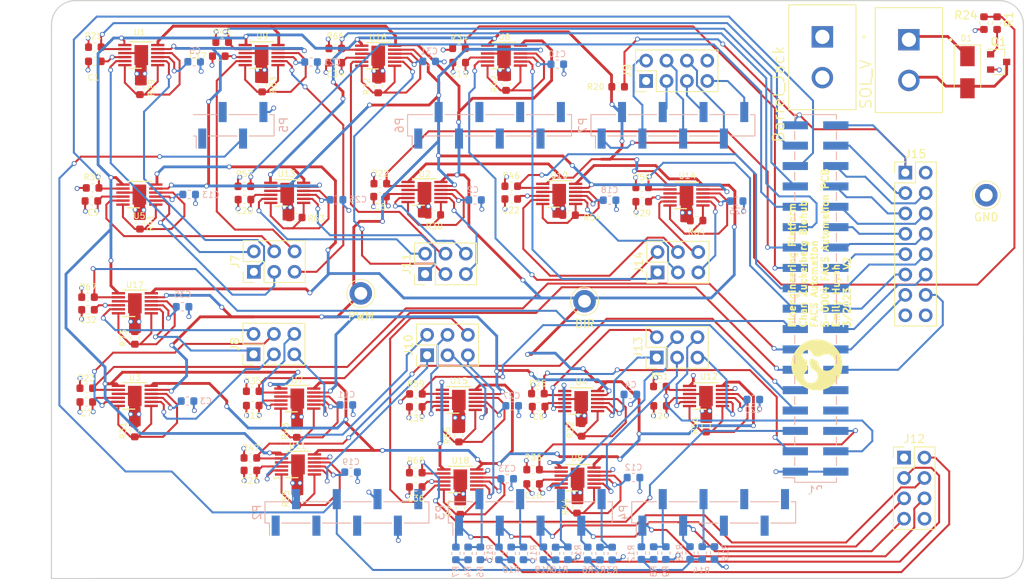
<source format=kicad_pcb>
(kicad_pcb (version 20171130) (host pcbnew "(5.1.10-1-10_14)")
  (title_block (date "mar. 31 mars 2015"))
  (layers (0 F.Cu signal) (1 In1.Cu power hide) (2 In2.Cu power hide) (31 B.Cu signal) (34 B.Paste user) (35 F.Paste user) (36 B.SilkS user) (37 F.SilkS user) (38 B.Mask user) (39 F.Mask user) (44 Edge.Cuts user))
  (net 0 "")
  (net 1 GND)
  (net 2 +5V)
  (net 3 /IOREF)
  (net 4 /Reset)
  (net 5 /Vin)
  (net 6 /A12)
  (net 7 /A13)
  (net 8 /A14)
  (net 9 /A15)
  (net 10 /SCL)
  (net 11 /SDA)
  (net 12 "/7(**)")
  (net 13 "/4(**)")
  (net 14 "/3(**)")
  (net 15 "/2(**)")
  (net 16 "Net-(P8-Pad1)")
  (net 17 "Net-(P10-Pad1)")
  (net 18 "Net-(P11-Pad1)")
  (net 19 "Net-(P12-Pad1)")
  (net 20 "Net-(P2-Pad1)")
  (net 21 +3V3)
  (net 22 "/1(Tx0)")
  (net 23 "/0(Rx0)")
  (net 24 +12V)
  (net 25 "Net-(D1-Pad2)")
  (net 26 /TEMP_1)
  (net 27 /TEMP_2)
  (net 28 /TEMP_3)
  (net 29 /TEMP_4)
  (net 30 /TEMP_5)
  (net 31 /TEMP_6)
  (net 32 /ENC_1)
  (net 33 /ENC_2)
  (net 34 /ENC_3)
  (net 35 /ENC_4)
  (net 36 /ENC_5)
  (net 37 /ENC_6)
  (net 38 /ENC_7)
  (net 39 /ENC_8)
  (net 40 /ENC_9)
  (net 41 /ENC_10)
  (net 42 /ENC_11)
  (net 43 /ENC_12)
  (net 44 /ENC_13)
  (net 45 /ENC_14)
  (net 46 /ENC_15)
  (net 47 /ENC_16)
  (net 48 /ENC_17)
  (net 49 /ENC_18)
  (net 50 /MB9)
  (net 51 /MA9)
  (net 52 /MB8)
  (net 53 /MA8)
  (net 54 /MB7)
  (net 55 /MA7)
  (net 56 /MB6)
  (net 57 /MA6)
  (net 58 /MB5)
  (net 59 /MA5)
  (net 60 /MB4)
  (net 61 /MA4)
  (net 62 /MB3)
  (net 63 /MA3)
  (net 64 /MB2)
  (net 65 /MA2)
  (net 66 /MB1)
  (net 67 /MA1)
  (net 68 /MA10)
  (net 69 /MB10)
  (net 70 /MA11)
  (net 71 /MB11)
  (net 72 /MA12)
  (net 73 /MB12)
  (net 74 /MA13)
  (net 75 /MB13)
  (net 76 /MA14)
  (net 77 /MB14)
  (net 78 /MA15)
  (net 79 /MB15)
  (net 80 /MA16)
  (net 81 /MB16)
  (net 82 /MA17)
  (net 83 /MB17)
  (net 84 /MA18)
  (net 85 /MB18)
  (net 86 /M17)
  (net 87 /M18)
  (net 88 /M15)
  (net 89 /M16)
  (net 90 /M13)
  (net 91 /M14)
  (net 92 /M11)
  (net 93 /M12)
  (net 94 /M9)
  (net 95 /M10)
  (net 96 /M7)
  (net 97 /M8)
  (net 98 /M5)
  (net 99 /M6)
  (net 100 /M3)
  (net 101 /M4)
  (net 102 /M1)
  (net 103 /M2)
  (net 104 /TEMP_D1)
  (net 105 /TEMP_D2)
  (net 106 /TEMP_D3)
  (net 107 /TEMP_D4)
  (net 108 /TEMP_D5)
  (net 109 /TEMP_D6)
  (net 110 /DIR)
  (net 111 /PWM)
  (net 112 /SOL_V)
  (net 113 /FAULT)
  (net 114 "Net-(Q1-Pad1)")
  (net 115 "Net-(R29-Pad1)")
  (net 116 "Net-(R30-Pad1)")
  (net 117 "Net-(R31-Pad1)")
  (net 118 "Net-(R32-Pad1)")
  (net 119 "Net-(R41-Pad1)")
  (net 120 "Net-(R42-Pad1)")
  (net 121 "Net-(R43-Pad1)")
  (net 122 "Net-(R44-Pad1)")
  (net 123 "Net-(R53-Pad1)")
  (net 124 "Net-(R54-Pad1)")
  (net 125 "Net-(R55-Pad1)")
  (net 126 "Net-(R56-Pad1)")
  (net 127 "Net-(R63-Pad1)")
  (net 128 "Net-(R64-Pad1)")
  (net 129 "Net-(R65-Pad1)")
  (net 130 "Net-(R72-Pad1)")
  (net 131 "Net-(R73-Pad1)")
  (net 132 "Net-(R74-Pad1)")
  (net 133 "Net-(J9-Pad8)")
  (net 134 "Net-(J12-Pad8)")
  (net 135 "Net-(J15-Pad16)")
  (net 136 "Net-(P1-Pad8)")
  (net 137 "Net-(P1-Pad10)")
  (net 138 "Net-(J15-Pad2)")
  (net 139 +5VA)
  (module MountingHole:MountingHole_6mm (layer F.Cu) (at 169.418 86.106)
    (fp_text reference P12 hide)
    (fp_text value CONN_01X01 hide)
    (pad 1 np_thru_hole circle (at 0 0) (size 6 6) (drill 6) (layers *.Cu *.Mask) (net 19 "Net-(P12-Pad1)"))
  )
  (module MountingHole:MountingHole_5.5mm (layer F.Cu) (at 118.618 70.866)
    (fp_text reference P11 hide)
    (fp_text value CONN_01X01 hide)
    (pad 1 np_thru_hole circle (at 0 0) (size 5.5 5.5) (drill 5.5) (layers *.Cu *.Mask) (net 18 "Net-(P11-Pad1)"))
  )
  (module MountingHole:MountingHole_6mm (layer F.Cu) (at 199.898 119.126)
    (fp_text reference P10 hide)
    (fp_text value CONN_01X01 hide)
    (pad 1 np_thru_hole circle (at 0 0) (size 6 6) (drill 6) (layers *.Cu *.Mask) (net 17 "Net-(P10-Pad1)"))
  )
  (module MountingHole:MountingHole_6mm (layer F.Cu) (at 117.348 119.126)
    (fp_text reference P8 hide)
    (fp_text value CONN_01X01 hide)
    (pad 1 np_thru_hole circle (at 0 0) (size 6 6) (drill 6) (layers *.Cu *.Mask) (net 16 "Net-(P8-Pad1)"))
  )
  (module Logos:logos (layer F.Cu) (at 198.7931 100.7364 90)
    (fp_text reference G*** hide)
    (fp_text value LOGO hide)
  )
  (module Connector_PinHeader_2.54mm:PinHeader_1x04_P2.54mm_Vertical_SMD_Pin1Right (layer B.Cu) (at 125.984 70.866 270)
    (fp_text reference P5 (at -0.0508 -6.35 270) (layer B.SilkS) (effects (justify mirror)))
    (fp_text value PWM)
    (pad 3 smd rect (at 1.655 -1.27 270) (size 2.51 1) (layers B.Cu B.Paste B.Mask) (net 21 +3V3))
    (pad 1 smd rect (at 1.655 3.81 270) (size 2.51 1) (layers B.Cu B.Paste B.Mask) (net 10 /SCL))
    (pad 4 smd rect (at -1.655 -3.81 270) (size 2.51 1) (layers B.Cu B.Paste B.Mask) (net 1 GND))
    (pad 2 smd rect (at -1.655 1.27 270) (size 2.51 1) (layers B.Cu B.Paste B.Mask) (net 11 /SDA))
  )
  (module TestPoint:TestPoint_Keystone_5005-5009_Compact (layer F.Cu) (at 169.8244 92.7989)
    (fp_text reference TP1 hide)
    (fp_text value DIR (at 0.0508 2.8321) (layer F.SilkS))
    (pad 1 thru_hole circle (at 0 0) (size 2.8 2.8) (drill 1.6) (layers *.Cu *.Mask) (net 110 /DIR))
  )
  (module facs-motors:DFN-12-1EP_3x3mm_P0.5mm_EP1.70x2.50mm (layer F.Cu) (at 114.5654 62.1124 180)
    (fp_text reference U1 (at 0.22 2.82) (layer F.SilkS) (effects (font (size 0.75 0.75) (thickness 0.1))))
    (fp_text value MAX14870 hide)
    (pad 1 smd rect (at -2.05 -1.25 180) (size 1.65 0.3) (layers F.Cu F.Paste F.Mask) (net 115 "Net-(R29-Pad1)"))
    (pad 2 smd rect (at -2.05 -0.75 180) (size 1.65 0.3) (layers F.Cu F.Paste F.Mask) (net 67 /MA1))
    (pad 3 smd rect (at -2.05 -0.25 180) (size 1.65 0.3) (layers F.Cu F.Paste F.Mask) (net 24 +12V))
    (pad 4 smd rect (at -2.05 0.25 180) (size 1.65 0.3) (layers F.Cu F.Paste F.Mask) (net 115 "Net-(R29-Pad1)"))
    (pad 5 smd rect (at -2.05 0.75 180) (size 1.65 0.3) (layers F.Cu F.Paste F.Mask) (net 111 /PWM))
    (pad 8 smd rect (at 2.05 0.75 180) (size 1.65 0.3) (layers F.Cu F.Paste F.Mask) (net 102 /M1))
    (pad 9 smd rect (at 2.05 0.25 180) (size 1.65 0.3) (layers F.Cu F.Paste F.Mask) (net 1 GND))
    (pad 10 smd rect (at 2.05 -0.25 180) (size 1.65 0.3) (layers F.Cu F.Paste F.Mask) (net 24 +12V))
    (pad 11 smd rect (at 2.05 -0.75 180) (size 1.65 0.3) (layers F.Cu F.Paste F.Mask) (net 66 /MB1))
    (pad 12 smd rect (at 2.05 -1.25 180) (size 1.65 0.3) (layers F.Cu F.Paste F.Mask) (net 115 "Net-(R29-Pad1)"))
    (pad 13 smd rect (at 0 0 180) (size 1.7 2.5) (layers F.Cu F.Mask) (net 1 GND))
    (pad 6 smd rect (at -2.05 1.25 180) (size 1.65 0.3) (layers F.Cu F.Paste F.Mask) (net 110 /DIR))
    (pad 7 smd rect (at 2.05 1.25 180) (size 1.65 0.3) (layers F.Cu F.Paste F.Mask) (net 113 /FAULT))
  )
  (module facs-motors:DFN-12-1EP_3x3mm_P0.5mm_EP1.70x2.50mm (layer F.Cu) (at 149.8679 79.1811 180)
    (fp_text reference U2 (at -0.032 2.236) (layer F.SilkS) (effects (font (size 0.75 0.75) (thickness 0.1))))
    (fp_text value MAX14870 hide)
    (pad 1 smd rect (at -2.05 -1.25 180) (size 1.65 0.3) (layers F.Cu F.Paste F.Mask) (net 116 "Net-(R30-Pad1)"))
    (pad 2 smd rect (at -2.05 -0.75 180) (size 1.65 0.3) (layers F.Cu F.Paste F.Mask) (net 57 /MA6))
    (pad 3 smd rect (at -2.05 -0.25 180) (size 1.65 0.3) (layers F.Cu F.Paste F.Mask) (net 24 +12V))
    (pad 4 smd rect (at -2.05 0.25 180) (size 1.65 0.3) (layers F.Cu F.Paste F.Mask) (net 116 "Net-(R30-Pad1)"))
    (pad 5 smd rect (at -2.05 0.75 180) (size 1.65 0.3) (layers F.Cu F.Paste F.Mask) (net 111 /PWM))
    (pad 8 smd rect (at 2.05 0.75 180) (size 1.65 0.3) (layers F.Cu F.Paste F.Mask) (net 99 /M6))
    (pad 9 smd rect (at 2.05 0.25 180) (size 1.65 0.3) (layers F.Cu F.Paste F.Mask) (net 1 GND))
    (pad 10 smd rect (at 2.05 -0.25 180) (size 1.65 0.3) (layers F.Cu F.Paste F.Mask) (net 24 +12V))
    (pad 11 smd rect (at 2.05 -0.75 180) (size 1.65 0.3) (layers F.Cu F.Paste F.Mask) (net 56 /MB6))
    (pad 12 smd rect (at 2.05 -1.25 180) (size 1.65 0.3) (layers F.Cu F.Paste F.Mask) (net 116 "Net-(R30-Pad1)"))
    (pad 13 smd rect (at 0 0 180) (size 1.7 2.5) (layers F.Cu F.Mask) (net 1 GND))
    (pad 6 smd rect (at -2.05 1.25 180) (size 1.65 0.3) (layers F.Cu F.Paste F.Mask) (net 110 /DIR))
    (pad 7 smd rect (at 2.05 1.25 180) (size 1.65 0.3) (layers F.Cu F.Paste F.Mask) (net 113 /FAULT))
  )
  (module facs-motors:DFN-12-1EP_3x3mm_P0.5mm_EP1.70x2.50mm (layer F.Cu) (at 113.7539 104.5972 180)
    (fp_text reference U3 (at 0 2.286) (layer F.SilkS) (effects (font (size 0.75 0.75) (thickness 0.1))))
    (fp_text value MAX14870 hide)
    (pad 1 smd rect (at -2.05 -1.25 180) (size 1.65 0.3) (layers F.Cu F.Paste F.Mask) (net 117 "Net-(R31-Pad1)"))
    (pad 2 smd rect (at -2.05 -0.75 180) (size 1.65 0.3) (layers F.Cu F.Paste F.Mask) (net 70 /MA11))
    (pad 3 smd rect (at -2.05 -0.25 180) (size 1.65 0.3) (layers F.Cu F.Paste F.Mask) (net 24 +12V))
    (pad 4 smd rect (at -2.05 0.25 180) (size 1.65 0.3) (layers F.Cu F.Paste F.Mask) (net 117 "Net-(R31-Pad1)"))
    (pad 5 smd rect (at -2.05 0.75 180) (size 1.65 0.3) (layers F.Cu F.Paste F.Mask) (net 111 /PWM))
    (pad 8 smd rect (at 2.05 0.75 180) (size 1.65 0.3) (layers F.Cu F.Paste F.Mask) (net 92 /M11))
    (pad 9 smd rect (at 2.05 0.25 180) (size 1.65 0.3) (layers F.Cu F.Paste F.Mask) (net 1 GND))
    (pad 10 smd rect (at 2.05 -0.25 180) (size 1.65 0.3) (layers F.Cu F.Paste F.Mask) (net 24 +12V))
    (pad 11 smd rect (at 2.05 -0.75 180) (size 1.65 0.3) (layers F.Cu F.Paste F.Mask) (net 71 /MB11))
    (pad 12 smd rect (at 2.05 -1.25 180) (size 1.65 0.3) (layers F.Cu F.Paste F.Mask) (net 117 "Net-(R31-Pad1)"))
    (pad 13 smd rect (at 0 0 180) (size 1.7 2.5) (layers F.Cu F.Mask) (net 1 GND))
    (pad 6 smd rect (at -2.05 1.25 180) (size 1.65 0.3) (layers F.Cu F.Paste F.Mask) (net 110 /DIR))
    (pad 7 smd rect (at 2.05 1.25 180) (size 1.65 0.3) (layers F.Cu F.Paste F.Mask) (net 113 /FAULT))
  )
  (module facs-motors:DFN-12-1EP_3x3mm_P0.5mm_EP1.70x2.50mm (layer F.Cu) (at 169.4066 105.2468 180)
    (fp_text reference U4 (at -0.028 2.354) (layer F.SilkS) (effects (font (size 0.75 0.75) (thickness 0.1))))
    (fp_text value MAX14870 hide)
    (pad 1 smd rect (at -2.05 -1.25 180) (size 1.65 0.3) (layers F.Cu F.Paste F.Mask) (net 118 "Net-(R32-Pad1)"))
    (pad 2 smd rect (at -2.05 -0.75 180) (size 1.65 0.3) (layers F.Cu F.Paste F.Mask) (net 80 /MA16))
    (pad 3 smd rect (at -2.05 -0.25 180) (size 1.65 0.3) (layers F.Cu F.Paste F.Mask) (net 24 +12V))
    (pad 4 smd rect (at -2.05 0.25 180) (size 1.65 0.3) (layers F.Cu F.Paste F.Mask) (net 118 "Net-(R32-Pad1)"))
    (pad 5 smd rect (at -2.05 0.75 180) (size 1.65 0.3) (layers F.Cu F.Paste F.Mask) (net 111 /PWM))
    (pad 8 smd rect (at 2.05 0.75 180) (size 1.65 0.3) (layers F.Cu F.Paste F.Mask) (net 89 /M16))
    (pad 9 smd rect (at 2.05 0.25 180) (size 1.65 0.3) (layers F.Cu F.Paste F.Mask) (net 1 GND))
    (pad 10 smd rect (at 2.05 -0.25 180) (size 1.65 0.3) (layers F.Cu F.Paste F.Mask) (net 24 +12V))
    (pad 11 smd rect (at 2.05 -0.75 180) (size 1.65 0.3) (layers F.Cu F.Paste F.Mask) (net 81 /MB16))
    (pad 12 smd rect (at 2.05 -1.25 180) (size 1.65 0.3) (layers F.Cu F.Paste F.Mask) (net 118 "Net-(R32-Pad1)"))
    (pad 13 smd rect (at 0 0 180) (size 1.7 2.5) (layers F.Cu F.Mask) (net 1 GND))
    (pad 6 smd rect (at -2.05 1.25 180) (size 1.65 0.3) (layers F.Cu F.Paste F.Mask) (net 110 /DIR))
    (pad 7 smd rect (at 2.05 1.25 180) (size 1.65 0.3) (layers F.Cu F.Paste F.Mask) (net 113 /FAULT))
  )
  (module facs-motors:DFN-12-1EP_3x3mm_P0.5mm_EP1.70x2.50mm (layer F.Cu) (at 114.3296 79.5032 180)
    (fp_text reference U5 (at 0 -2.65) (layer F.SilkS) (effects (font (size 0.75 0.75) (thickness 0.1))))
    (fp_text value MAX14870 hide)
    (pad 1 smd rect (at -2.05 -1.25 180) (size 1.65 0.3) (layers F.Cu F.Paste F.Mask) (net 119 "Net-(R41-Pad1)"))
    (pad 2 smd rect (at -2.05 -0.75 180) (size 1.65 0.3) (layers F.Cu F.Paste F.Mask) (net 65 /MA2))
    (pad 3 smd rect (at -2.05 -0.25 180) (size 1.65 0.3) (layers F.Cu F.Paste F.Mask) (net 24 +12V))
    (pad 4 smd rect (at -2.05 0.25 180) (size 1.65 0.3) (layers F.Cu F.Paste F.Mask) (net 119 "Net-(R41-Pad1)"))
    (pad 5 smd rect (at -2.05 0.75 180) (size 1.65 0.3) (layers F.Cu F.Paste F.Mask) (net 111 /PWM))
    (pad 8 smd rect (at 2.05 0.75 180) (size 1.65 0.3) (layers F.Cu F.Paste F.Mask) (net 103 /M2))
    (pad 9 smd rect (at 2.05 0.25 180) (size 1.65 0.3) (layers F.Cu F.Paste F.Mask) (net 1 GND))
    (pad 10 smd rect (at 2.05 -0.25 180) (size 1.65 0.3) (layers F.Cu F.Paste F.Mask) (net 24 +12V))
    (pad 11 smd rect (at 2.05 -0.75 180) (size 1.65 0.3) (layers F.Cu F.Paste F.Mask) (net 64 /MB2))
    (pad 12 smd rect (at 2.05 -1.25 180) (size 1.65 0.3) (layers F.Cu F.Paste F.Mask) (net 119 "Net-(R41-Pad1)"))
    (pad 13 smd rect (at 0 0 180) (size 1.7 2.5) (layers F.Cu F.Mask) (net 1 GND))
    (pad 6 smd rect (at -2.05 1.25 180) (size 1.65 0.3) (layers F.Cu F.Paste F.Mask) (net 110 /DIR))
    (pad 7 smd rect (at 2.05 1.25 180) (size 1.65 0.3) (layers F.Cu F.Paste F.Mask) (net 113 /FAULT))
  )
  (module facs-motors:DFN-12-1EP_3x3mm_P0.5mm_EP1.70x2.50mm (layer F.Cu) (at 159.7844 62.1665 180)
    (fp_text reference U6 (at -0.034 2.316 180) (layer F.SilkS) (effects (font (size 0.75 0.75) (thickness 0.1))))
    (fp_text value MAX14870 hide)
    (pad 1 smd rect (at -2.05 -1.25 180) (size 1.65 0.3) (layers F.Cu F.Paste F.Mask) (net 120 "Net-(R42-Pad1)"))
    (pad 2 smd rect (at -2.05 -0.75 180) (size 1.65 0.3) (layers F.Cu F.Paste F.Mask) (net 55 /MA7))
    (pad 3 smd rect (at -2.05 -0.25 180) (size 1.65 0.3) (layers F.Cu F.Paste F.Mask) (net 24 +12V))
    (pad 4 smd rect (at -2.05 0.25 180) (size 1.65 0.3) (layers F.Cu F.Paste F.Mask) (net 120 "Net-(R42-Pad1)"))
    (pad 5 smd rect (at -2.05 0.75 180) (size 1.65 0.3) (layers F.Cu F.Paste F.Mask) (net 111 /PWM))
    (pad 8 smd rect (at 2.05 0.75 180) (size 1.65 0.3) (layers F.Cu F.Paste F.Mask) (net 96 /M7))
    (pad 9 smd rect (at 2.05 0.25 180) (size 1.65 0.3) (layers F.Cu F.Paste F.Mask) (net 1 GND))
    (pad 10 smd rect (at 2.05 -0.25 180) (size 1.65 0.3) (layers F.Cu F.Paste F.Mask) (net 24 +12V))
    (pad 11 smd rect (at 2.05 -0.75 180) (size 1.65 0.3) (layers F.Cu F.Paste F.Mask) (net 54 /MB7))
    (pad 12 smd rect (at 2.05 -1.25 180) (size 1.65 0.3) (layers F.Cu F.Paste F.Mask) (net 120 "Net-(R42-Pad1)"))
    (pad 13 smd rect (at 0 0 180) (size 1.7 2.5) (layers F.Cu F.Mask) (net 1 GND))
    (pad 6 smd rect (at -2.05 1.25 180) (size 1.65 0.3) (layers F.Cu F.Paste F.Mask) (net 110 /DIR))
    (pad 7 smd rect (at 2.05 1.25 180) (size 1.65 0.3) (layers F.Cu F.Paste F.Mask) (net 113 /FAULT))
  )
  (module facs-motors:DFN-12-1EP_3x3mm_P0.5mm_EP1.70x2.50mm (layer F.Cu) (at 134.0184 104.9327 180)
    (fp_text reference U7 (at 0.008 2.304) (layer F.SilkS) (effects (font (size 0.75 0.75) (thickness 0.1))))
    (fp_text value MAX14870 hide)
    (pad 1 smd rect (at -2.05 -1.25 180) (size 1.65 0.3) (layers F.Cu F.Paste F.Mask) (net 121 "Net-(R43-Pad1)"))
    (pad 2 smd rect (at -2.05 -0.75 180) (size 1.65 0.3) (layers F.Cu F.Paste F.Mask) (net 72 /MA12))
    (pad 3 smd rect (at -2.05 -0.25 180) (size 1.65 0.3) (layers F.Cu F.Paste F.Mask) (net 24 +12V))
    (pad 4 smd rect (at -2.05 0.25 180) (size 1.65 0.3) (layers F.Cu F.Paste F.Mask) (net 121 "Net-(R43-Pad1)"))
    (pad 5 smd rect (at -2.05 0.75 180) (size 1.65 0.3) (layers F.Cu F.Paste F.Mask) (net 111 /PWM))
    (pad 8 smd rect (at 2.05 0.75 180) (size 1.65 0.3) (layers F.Cu F.Paste F.Mask) (net 93 /M12))
    (pad 9 smd rect (at 2.05 0.25 180) (size 1.65 0.3) (layers F.Cu F.Paste F.Mask) (net 1 GND))
    (pad 10 smd rect (at 2.05 -0.25 180) (size 1.65 0.3) (layers F.Cu F.Paste F.Mask) (net 24 +12V))
    (pad 11 smd rect (at 2.05 -0.75 180) (size 1.65 0.3) (layers F.Cu F.Paste F.Mask) (net 73 /MB12))
    (pad 12 smd rect (at 2.05 -1.25 180) (size 1.65 0.3) (layers F.Cu F.Paste F.Mask) (net 121 "Net-(R43-Pad1)"))
    (pad 13 smd rect (at 0 0 180) (size 1.7 2.5) (layers F.Cu F.Mask) (net 1 GND))
    (pad 6 smd rect (at -2.05 1.25 180) (size 1.65 0.3) (layers F.Cu F.Paste F.Mask) (net 110 /DIR))
    (pad 7 smd rect (at 2.05 1.25 180) (size 1.65 0.3) (layers F.Cu F.Paste F.Mask) (net 113 /FAULT))
  )
  (module facs-motors:DFN-12-1EP_3x3mm_P0.5mm_EP1.70x2.50mm (layer F.Cu) (at 168.9633 114.7947 180)
    (fp_text reference U8 (at 0.0787 2.4251) (layer F.SilkS) (effects (font (size 0.75 0.75) (thickness 0.1))))
    (fp_text value MAX14870 hide)
    (pad 1 smd rect (at -2.05 -1.25 180) (size 1.65 0.3) (layers F.Cu F.Paste F.Mask) (net 122 "Net-(R44-Pad1)"))
    (pad 2 smd rect (at -2.05 -0.75 180) (size 1.65 0.3) (layers F.Cu F.Paste F.Mask) (net 82 /MA17))
    (pad 3 smd rect (at -2.05 -0.25 180) (size 1.65 0.3) (layers F.Cu F.Paste F.Mask) (net 24 +12V))
    (pad 4 smd rect (at -2.05 0.25 180) (size 1.65 0.3) (layers F.Cu F.Paste F.Mask) (net 122 "Net-(R44-Pad1)"))
    (pad 5 smd rect (at -2.05 0.75 180) (size 1.65 0.3) (layers F.Cu F.Paste F.Mask) (net 111 /PWM))
    (pad 8 smd rect (at 2.05 0.75 180) (size 1.65 0.3) (layers F.Cu F.Paste F.Mask) (net 86 /M17))
    (pad 9 smd rect (at 2.05 0.25 180) (size 1.65 0.3) (layers F.Cu F.Paste F.Mask) (net 1 GND))
    (pad 10 smd rect (at 2.05 -0.25 180) (size 1.65 0.3) (layers F.Cu F.Paste F.Mask) (net 24 +12V))
    (pad 11 smd rect (at 2.05 -0.75 180) (size 1.65 0.3) (layers F.Cu F.Paste F.Mask) (net 83 /MB17))
    (pad 12 smd rect (at 2.05 -1.25 180) (size 1.65 0.3) (layers F.Cu F.Paste F.Mask) (net 122 "Net-(R44-Pad1)"))
    (pad 13 smd rect (at 0 0 180) (size 1.7 2.5) (layers F.Cu F.Mask) (net 1 GND))
    (pad 6 smd rect (at -2.05 1.25 180) (size 1.65 0.3) (layers F.Cu F.Paste F.Mask) (net 110 /DIR))
    (pad 7 smd rect (at 2.05 1.25 180) (size 1.65 0.3) (layers F.Cu F.Paste F.Mask) (net 113 /FAULT))
  )
  (module facs-motors:DFN-12-1EP_3x3mm_P0.5mm_EP1.70x2.50mm (layer F.Cu) (at 129.5654 62.1124 180)
    (fp_text reference U9 (at -0.07 2.36) (layer F.SilkS) (effects (font (size 0.75 0.75) (thickness 0.1))))
    (fp_text value MAX14870 hide)
    (pad 1 smd rect (at -2.05 -1.25 180) (size 1.65 0.3) (layers F.Cu F.Paste F.Mask) (net 123 "Net-(R53-Pad1)"))
    (pad 2 smd rect (at -2.05 -0.75 180) (size 1.65 0.3) (layers F.Cu F.Paste F.Mask) (net 63 /MA3))
    (pad 3 smd rect (at -2.05 -0.25 180) (size 1.65 0.3) (layers F.Cu F.Paste F.Mask) (net 24 +12V))
    (pad 4 smd rect (at -2.05 0.25 180) (size 1.65 0.3) (layers F.Cu F.Paste F.Mask) (net 123 "Net-(R53-Pad1)"))
    (pad 5 smd rect (at -2.05 0.75 180) (size 1.65 0.3) (layers F.Cu F.Paste F.Mask) (net 111 /PWM))
    (pad 8 smd rect (at 2.05 0.75 180) (size 1.65 0.3) (layers F.Cu F.Paste F.Mask) (net 100 /M3))
    (pad 9 smd rect (at 2.05 0.25 180) (size 1.65 0.3) (layers F.Cu F.Paste F.Mask) (net 1 GND))
    (pad 10 smd rect (at 2.05 -0.25 180) (size 1.65 0.3) (layers F.Cu F.Paste F.Mask) (net 24 +12V))
    (pad 11 smd rect (at 2.05 -0.75 180) (size 1.65 0.3) (layers F.Cu F.Paste F.Mask) (net 62 /MB3))
    (pad 12 smd rect (at 2.05 -1.25 180) (size 1.65 0.3) (layers F.Cu F.Paste F.Mask) (net 123 "Net-(R53-Pad1)"))
    (pad 13 smd rect (at 0 0 180) (size 1.7 2.5) (layers F.Cu F.Mask) (net 1 GND))
    (pad 6 smd rect (at -2.05 1.25 180) (size 1.65 0.3) (layers F.Cu F.Paste F.Mask) (net 110 /DIR))
    (pad 7 smd rect (at 2.05 1.25 180) (size 1.65 0.3) (layers F.Cu F.Paste F.Mask) (net 113 /FAULT))
  )
  (module facs-motors:DFN-12-1EP_3x3mm_P0.5mm_EP1.70x2.50mm (layer F.Cu) (at 166.6658 79.4189 180)
    (fp_text reference U10 (at -0.004 2.332) (layer F.SilkS) (effects (font (size 0.75 0.75) (thickness 0.1))))
    (fp_text value MAX14870 hide)
    (pad 1 smd rect (at -2.05 -1.25 180) (size 1.65 0.3) (layers F.Cu F.Paste F.Mask) (net 124 "Net-(R54-Pad1)"))
    (pad 2 smd rect (at -2.05 -0.75 180) (size 1.65 0.3) (layers F.Cu F.Paste F.Mask) (net 53 /MA8))
    (pad 3 smd rect (at -2.05 -0.25 180) (size 1.65 0.3) (layers F.Cu F.Paste F.Mask) (net 24 +12V))
    (pad 4 smd rect (at -2.05 0.25 180) (size 1.65 0.3) (layers F.Cu F.Paste F.Mask) (net 124 "Net-(R54-Pad1)"))
    (pad 5 smd rect (at -2.05 0.75 180) (size 1.65 0.3) (layers F.Cu F.Paste F.Mask) (net 111 /PWM))
    (pad 8 smd rect (at 2.05 0.75 180) (size 1.65 0.3) (layers F.Cu F.Paste F.Mask) (net 97 /M8))
    (pad 9 smd rect (at 2.05 0.25 180) (size 1.65 0.3) (layers F.Cu F.Paste F.Mask) (net 1 GND))
    (pad 10 smd rect (at 2.05 -0.25 180) (size 1.65 0.3) (layers F.Cu F.Paste F.Mask) (net 24 +12V))
    (pad 11 smd rect (at 2.05 -0.75 180) (size 1.65 0.3) (layers F.Cu F.Paste F.Mask) (net 52 /MB8))
    (pad 12 smd rect (at 2.05 -1.25 180) (size 1.65 0.3) (layers F.Cu F.Paste F.Mask) (net 124 "Net-(R54-Pad1)"))
    (pad 13 smd rect (at 0 0 180) (size 1.7 2.5) (layers F.Cu F.Mask) (net 1 GND))
    (pad 6 smd rect (at -2.05 1.25 180) (size 1.65 0.3) (layers F.Cu F.Paste F.Mask) (net 110 /DIR))
    (pad 7 smd rect (at 2.05 1.25 180) (size 1.65 0.3) (layers F.Cu F.Paste F.Mask) (net 113 /FAULT))
  )
  (module facs-motors:DFN-12-1EP_3x3mm_P0.5mm_EP1.70x2.50mm (layer F.Cu) (at 134.1022 113.1463 180)
    (fp_text reference U11 (at 0.046 2.348) (layer F.SilkS) (effects (font (size 0.75 0.75) (thickness 0.1))))
    (fp_text value MAX14870 hide)
    (pad 1 smd rect (at -2.05 -1.25 180) (size 1.65 0.3) (layers F.Cu F.Paste F.Mask) (net 125 "Net-(R55-Pad1)"))
    (pad 2 smd rect (at -2.05 -0.75 180) (size 1.65 0.3) (layers F.Cu F.Paste F.Mask) (net 74 /MA13))
    (pad 3 smd rect (at -2.05 -0.25 180) (size 1.65 0.3) (layers F.Cu F.Paste F.Mask) (net 24 +12V))
    (pad 4 smd rect (at -2.05 0.25 180) (size 1.65 0.3) (layers F.Cu F.Paste F.Mask) (net 125 "Net-(R55-Pad1)"))
    (pad 5 smd rect (at -2.05 0.75 180) (size 1.65 0.3) (layers F.Cu F.Paste F.Mask) (net 111 /PWM))
    (pad 8 smd rect (at 2.05 0.75 180) (size 1.65 0.3) (layers F.Cu F.Paste F.Mask) (net 90 /M13))
    (pad 9 smd rect (at 2.05 0.25 180) (size 1.65 0.3) (layers F.Cu F.Paste F.Mask) (net 1 GND))
    (pad 10 smd rect (at 2.05 -0.25 180) (size 1.65 0.3) (layers F.Cu F.Paste F.Mask) (net 24 +12V))
    (pad 11 smd rect (at 2.05 -0.75 180) (size 1.65 0.3) (layers F.Cu F.Paste F.Mask) (net 75 /MB13))
    (pad 12 smd rect (at 2.05 -1.25 180) (size 1.65 0.3) (layers F.Cu F.Paste F.Mask) (net 125 "Net-(R55-Pad1)"))
    (pad 13 smd rect (at 0 0 180) (size 1.7 2.5) (layers F.Cu F.Mask) (net 1 GND))
    (pad 6 smd rect (at -2.05 1.25 180) (size 1.65 0.3) (layers F.Cu F.Paste F.Mask) (net 110 /DIR))
    (pad 7 smd rect (at 2.05 1.25 180) (size 1.65 0.3) (layers F.Cu F.Paste F.Mask) (net 113 /FAULT))
  )
  (module facs-motors:DFN-12-1EP_3x3mm_P0.5mm_EP1.70x2.50mm (layer F.Cu) (at 184.9642 104.6129 180)
    (fp_text reference U12 (at -0.352 2.454) (layer F.SilkS) (effects (font (size 0.75 0.75) (thickness 0.1))))
    (fp_text value MAX14870 hide)
    (pad 1 smd rect (at -2.05 -1.25 180) (size 1.65 0.3) (layers F.Cu F.Paste F.Mask) (net 126 "Net-(R56-Pad1)"))
    (pad 2 smd rect (at -2.05 -0.75 180) (size 1.65 0.3) (layers F.Cu F.Paste F.Mask) (net 84 /MA18))
    (pad 3 smd rect (at -2.05 -0.25 180) (size 1.65 0.3) (layers F.Cu F.Paste F.Mask) (net 24 +12V))
    (pad 4 smd rect (at -2.05 0.25 180) (size 1.65 0.3) (layers F.Cu F.Paste F.Mask) (net 126 "Net-(R56-Pad1)"))
    (pad 5 smd rect (at -2.05 0.75 180) (size 1.65 0.3) (layers F.Cu F.Paste F.Mask) (net 111 /PWM))
    (pad 8 smd rect (at 2.05 0.75 180) (size 1.65 0.3) (layers F.Cu F.Paste F.Mask) (net 87 /M18))
    (pad 9 smd rect (at 2.05 0.25 180) (size 1.65 0.3) (layers F.Cu F.Paste F.Mask) (net 1 GND))
    (pad 10 smd rect (at 2.05 -0.25 180) (size 1.65 0.3) (layers F.Cu F.Paste F.Mask) (net 24 +12V))
    (pad 11 smd rect (at 2.05 -0.75 180) (size 1.65 0.3) (layers F.Cu F.Paste F.Mask) (net 85 /MB18))
    (pad 12 smd rect (at 2.05 -1.25 180) (size 1.65 0.3) (layers F.Cu F.Paste F.Mask) (net 126 "Net-(R56-Pad1)"))
    (pad 13 smd rect (at 0 0 180) (size 1.7 2.5) (layers F.Cu F.Mask) (net 1 GND))
    (pad 6 smd rect (at -2.05 1.25 180) (size 1.65 0.3) (layers F.Cu F.Paste F.Mask) (net 110 /DIR))
    (pad 7 smd rect (at 2.05 1.25 180) (size 1.65 0.3) (layers F.Cu F.Paste F.Mask) (net 113 /FAULT))
  )
  (module facs-motors:DFN-12-1EP_3x3mm_P0.5mm_EP1.70x2.50mm (layer F.Cu) (at 132.7584 79.2882 180)
    (fp_text reference U13 (at 0.09 2.37) (layer F.SilkS) (effects (font (size 0.75 0.75) (thickness 0.1))))
    (fp_text value MAX14870 hide)
    (pad 1 smd rect (at -2.05 -1.25 180) (size 1.65 0.3) (layers F.Cu F.Paste F.Mask) (net 127 "Net-(R63-Pad1)"))
    (pad 2 smd rect (at -2.05 -0.75 180) (size 1.65 0.3) (layers F.Cu F.Paste F.Mask) (net 61 /MA4))
    (pad 3 smd rect (at -2.05 -0.25 180) (size 1.65 0.3) (layers F.Cu F.Paste F.Mask) (net 24 +12V))
    (pad 4 smd rect (at -2.05 0.25 180) (size 1.65 0.3) (layers F.Cu F.Paste F.Mask) (net 127 "Net-(R63-Pad1)"))
    (pad 5 smd rect (at -2.05 0.75 180) (size 1.65 0.3) (layers F.Cu F.Paste F.Mask) (net 111 /PWM))
    (pad 8 smd rect (at 2.05 0.75 180) (size 1.65 0.3) (layers F.Cu F.Paste F.Mask) (net 101 /M4))
    (pad 9 smd rect (at 2.05 0.25 180) (size 1.65 0.3) (layers F.Cu F.Paste F.Mask) (net 1 GND))
    (pad 10 smd rect (at 2.05 -0.25 180) (size 1.65 0.3) (layers F.Cu F.Paste F.Mask) (net 24 +12V))
    (pad 11 smd rect (at 2.05 -0.75 180) (size 1.65 0.3) (layers F.Cu F.Paste F.Mask) (net 60 /MB4))
    (pad 12 smd rect (at 2.05 -1.25 180) (size 1.65 0.3) (layers F.Cu F.Paste F.Mask) (net 127 "Net-(R63-Pad1)"))
    (pad 13 smd rect (at 0 0 180) (size 1.7 2.5) (layers F.Cu F.Mask) (net 1 GND))
    (pad 6 smd rect (at -2.05 1.25 180) (size 1.65 0.3) (layers F.Cu F.Paste F.Mask) (net 110 /DIR))
    (pad 7 smd rect (at 2.05 1.25 180) (size 1.65 0.3) (layers F.Cu F.Paste F.Mask) (net 113 /FAULT))
  )
  (module facs-motors:DFN-12-1EP_3x3mm_P0.5mm_EP1.70x2.50mm (layer F.Cu) (at 182.5331 79.6099 180)
    (fp_text reference U14 (at -0.106 2.438) (layer F.SilkS) (effects (font (size 0.75 0.75) (thickness 0.1))))
    (fp_text value MAX14870 hide)
    (pad 1 smd rect (at -2.05 -1.25 180) (size 1.65 0.3) (layers F.Cu F.Paste F.Mask) (net 128 "Net-(R64-Pad1)"))
    (pad 2 smd rect (at -2.05 -0.75 180) (size 1.65 0.3) (layers F.Cu F.Paste F.Mask) (net 51 /MA9))
    (pad 3 smd rect (at -2.05 -0.25 180) (size 1.65 0.3) (layers F.Cu F.Paste F.Mask) (net 24 +12V))
    (pad 4 smd rect (at -2.05 0.25 180) (size 1.65 0.3) (layers F.Cu F.Paste F.Mask) (net 128 "Net-(R64-Pad1)"))
    (pad 5 smd rect (at -2.05 0.75 180) (size 1.65 0.3) (layers F.Cu F.Paste F.Mask) (net 111 /PWM))
    (pad 8 smd rect (at 2.05 0.75 180) (size 1.65 0.3) (layers F.Cu F.Paste F.Mask) (net 94 /M9))
    (pad 9 smd rect (at 2.05 0.25 180) (size 1.65 0.3) (layers F.Cu F.Paste F.Mask) (net 1 GND))
    (pad 10 smd rect (at 2.05 -0.25 180) (size 1.65 0.3) (layers F.Cu F.Paste F.Mask) (net 24 +12V))
    (pad 11 smd rect (at 2.05 -0.75 180) (size 1.65 0.3) (layers F.Cu F.Paste F.Mask) (net 50 /MB9))
    (pad 12 smd rect (at 2.05 -1.25 180) (size 1.65 0.3) (layers F.Cu F.Paste F.Mask) (net 128 "Net-(R64-Pad1)"))
    (pad 13 smd rect (at 0 0 180) (size 1.7 2.5) (layers F.Cu F.Mask) (net 1 GND))
    (pad 6 smd rect (at -2.05 1.25 180) (size 1.65 0.3) (layers F.Cu F.Paste F.Mask) (net 110 /DIR))
    (pad 7 smd rect (at 2.05 1.25 180) (size 1.65 0.3) (layers F.Cu F.Paste F.Mask) (net 113 /FAULT))
  )
  (module facs-motors:DFN-12-1EP_3x3mm_P0.5mm_EP1.70x2.50mm (layer F.Cu) (at 154.1538 105.0978 180)
    (fp_text reference U15 (at -0.012 2.372) (layer F.SilkS) (effects (font (size 0.75 0.75) (thickness 0.1))))
    (fp_text value MAX14870 hide)
    (pad 1 smd rect (at -2.05 -1.25 180) (size 1.65 0.3) (layers F.Cu F.Paste F.Mask) (net 129 "Net-(R65-Pad1)"))
    (pad 2 smd rect (at -2.05 -0.75 180) (size 1.65 0.3) (layers F.Cu F.Paste F.Mask) (net 76 /MA14))
    (pad 3 smd rect (at -2.05 -0.25 180) (size 1.65 0.3) (layers F.Cu F.Paste F.Mask) (net 24 +12V))
    (pad 4 smd rect (at -2.05 0.25 180) (size 1.65 0.3) (layers F.Cu F.Paste F.Mask) (net 129 "Net-(R65-Pad1)"))
    (pad 5 smd rect (at -2.05 0.75 180) (size 1.65 0.3) (layers F.Cu F.Paste F.Mask) (net 111 /PWM))
    (pad 8 smd rect (at 2.05 0.75 180) (size 1.65 0.3) (layers F.Cu F.Paste F.Mask) (net 91 /M14))
    (pad 9 smd rect (at 2.05 0.25 180) (size 1.65 0.3) (layers F.Cu F.Paste F.Mask) (net 1 GND))
    (pad 10 smd rect (at 2.05 -0.25 180) (size 1.65 0.3) (layers F.Cu F.Paste F.Mask) (net 24 +12V))
    (pad 11 smd rect (at 2.05 -0.75 180) (size 1.65 0.3) (layers F.Cu F.Paste F.Mask) (net 77 /MB14))
    (pad 12 smd rect (at 2.05 -1.25 180) (size 1.65 0.3) (layers F.Cu F.Paste F.Mask) (net 129 "Net-(R65-Pad1)"))
    (pad 13 smd rect (at 0 0 180) (size 1.7 2.5) (layers F.Cu F.Mask) (net 1 GND))
    (pad 6 smd rect (at -2.05 1.25 180) (size 1.65 0.3) (layers F.Cu F.Paste F.Mask) (net 110 /DIR))
    (pad 7 smd rect (at 2.05 1.25 180) (size 1.65 0.3) (layers F.Cu F.Paste F.Mask) (net 113 /FAULT))
  )
  (module facs-motors:DFN-12-1EP_3x3mm_P0.5mm_EP1.70x2.50mm (layer F.Cu) (at 144.1017 62.191 180)
    (fp_text reference U16 (at 0.036 2.274) (layer F.SilkS) (effects (font (size 0.75 0.75) (thickness 0.1))))
    (fp_text value MAX14870 hide)
    (pad 1 smd rect (at -2.05 -1.25 180) (size 1.65 0.3) (layers F.Cu F.Paste F.Mask) (net 130 "Net-(R72-Pad1)"))
    (pad 2 smd rect (at -2.05 -0.75 180) (size 1.65 0.3) (layers F.Cu F.Paste F.Mask) (net 59 /MA5))
    (pad 3 smd rect (at -2.05 -0.25 180) (size 1.65 0.3) (layers F.Cu F.Paste F.Mask) (net 24 +12V))
    (pad 4 smd rect (at -2.05 0.25 180) (size 1.65 0.3) (layers F.Cu F.Paste F.Mask) (net 130 "Net-(R72-Pad1)"))
    (pad 5 smd rect (at -2.05 0.75 180) (size 1.65 0.3) (layers F.Cu F.Paste F.Mask) (net 111 /PWM))
    (pad 8 smd rect (at 2.05 0.75 180) (size 1.65 0.3) (layers F.Cu F.Paste F.Mask) (net 98 /M5))
    (pad 9 smd rect (at 2.05 0.25 180) (size 1.65 0.3) (layers F.Cu F.Paste F.Mask) (net 1 GND))
    (pad 10 smd rect (at 2.05 -0.25 180) (size 1.65 0.3) (layers F.Cu F.Paste F.Mask) (net 24 +12V))
    (pad 11 smd rect (at 2.05 -0.75 180) (size 1.65 0.3) (layers F.Cu F.Paste F.Mask) (net 58 /MB5))
    (pad 12 smd rect (at 2.05 -1.25 180) (size 1.65 0.3) (layers F.Cu F.Paste F.Mask) (net 130 "Net-(R72-Pad1)"))
    (pad 13 smd rect (at 0 0 180) (size 1.7 2.5) (layers F.Cu F.Mask) (net 1 GND))
    (pad 6 smd rect (at -2.05 1.25 180) (size 1.65 0.3) (layers F.Cu F.Paste F.Mask) (net 110 /DIR))
    (pad 7 smd rect (at 2.05 1.25 180) (size 1.65 0.3) (layers F.Cu F.Paste F.Mask) (net 113 /FAULT))
  )
  (module facs-motors:DFN-12-1EP_3x3mm_P0.5mm_EP1.70x2.50mm (layer F.Cu) (at 113.7666 93.0529 180)
    (fp_text reference U17 (at 0 2.286) (layer F.SilkS) (effects (font (size 0.75 0.75) (thickness 0.1))))
    (fp_text value MAX14870 hide)
    (pad 1 smd rect (at -2.05 -1.25 180) (size 1.65 0.3) (layers F.Cu F.Paste F.Mask) (net 131 "Net-(R73-Pad1)"))
    (pad 2 smd rect (at -2.05 -0.75 180) (size 1.65 0.3) (layers F.Cu F.Paste F.Mask) (net 68 /MA10))
    (pad 3 smd rect (at -2.05 -0.25 180) (size 1.65 0.3) (layers F.Cu F.Paste F.Mask) (net 24 +12V))
    (pad 4 smd rect (at -2.05 0.25 180) (size 1.65 0.3) (layers F.Cu F.Paste F.Mask) (net 131 "Net-(R73-Pad1)"))
    (pad 5 smd rect (at -2.05 0.75 180) (size 1.65 0.3) (layers F.Cu F.Paste F.Mask) (net 111 /PWM))
    (pad 8 smd rect (at 2.05 0.75 180) (size 1.65 0.3) (layers F.Cu F.Paste F.Mask) (net 95 /M10))
    (pad 9 smd rect (at 2.05 0.25 180) (size 1.65 0.3) (layers F.Cu F.Paste F.Mask) (net 1 GND))
    (pad 10 smd rect (at 2.05 -0.25 180) (size 1.65 0.3) (layers F.Cu F.Paste F.Mask) (net 24 +12V))
    (pad 11 smd rect (at 2.05 -0.75 180) (size 1.65 0.3) (layers F.Cu F.Paste F.Mask) (net 69 /MB10))
    (pad 12 smd rect (at 2.05 -1.25 180) (size 1.65 0.3) (layers F.Cu F.Paste F.Mask) (net 131 "Net-(R73-Pad1)"))
    (pad 13 smd rect (at 0 0 180) (size 1.7 2.5) (layers F.Cu F.Mask) (net 1 GND))
    (pad 6 smd rect (at -2.05 1.25 180) (size 1.65 0.3) (layers F.Cu F.Paste F.Mask) (net 110 /DIR))
    (pad 7 smd rect (at 2.05 1.25 180) (size 1.65 0.3) (layers F.Cu F.Paste F.Mask) (net 113 /FAULT))
  )
  (module facs-motors:DFN-12-1EP_3x3mm_P0.5mm_EP1.70x2.50mm (layer F.Cu) (at 154.3374 115.0218 180)
    (fp_text reference U18 (at -0.0057 2.3601) (layer F.SilkS) (effects (font (size 0.75 0.75) (thickness 0.1))))
    (fp_text value MAX14870 hide)
    (pad 1 smd rect (at -2.05 -1.25 180) (size 1.65 0.3) (layers F.Cu F.Paste F.Mask) (net 132 "Net-(R74-Pad1)"))
    (pad 2 smd rect (at -2.05 -0.75 180) (size 1.65 0.3) (layers F.Cu F.Paste F.Mask) (net 78 /MA15))
    (pad 3 smd rect (at -2.05 -0.25 180) (size 1.65 0.3) (layers F.Cu F.Paste F.Mask) (net 24 +12V))
    (pad 4 smd rect (at -2.05 0.25 180) (size 1.65 0.3) (layers F.Cu F.Paste F.Mask) (net 132 "Net-(R74-Pad1)"))
    (pad 5 smd rect (at -2.05 0.75 180) (size 1.65 0.3) (layers F.Cu F.Paste F.Mask) (net 111 /PWM))
    (pad 8 smd rect (at 2.05 0.75 180) (size 1.65 0.3) (layers F.Cu F.Paste F.Mask) (net 88 /M15))
    (pad 9 smd rect (at 2.05 0.25 180) (size 1.65 0.3) (layers F.Cu F.Paste F.Mask) (net 1 GND))
    (pad 10 smd rect (at 2.05 -0.25 180) (size 1.65 0.3) (layers F.Cu F.Paste F.Mask) (net 24 +12V))
    (pad 11 smd rect (at 2.05 -0.75 180) (size 1.65 0.3) (layers F.Cu F.Paste F.Mask) (net 79 /MB15))
    (pad 12 smd rect (at 2.05 -1.25 180) (size 1.65 0.3) (layers F.Cu F.Paste F.Mask) (net 132 "Net-(R74-Pad1)"))
    (pad 13 smd rect (at 0 0 180) (size 1.7 2.5) (layers F.Cu F.Mask) (net 1 GND))
    (pad 6 smd rect (at -2.05 1.25 180) (size 1.65 0.3) (layers F.Cu F.Paste F.Mask) (net 110 /DIR))
    (pad 7 smd rect (at 2.05 1.25 180) (size 1.65 0.3) (layers F.Cu F.Paste F.Mask) (net 113 /FAULT))
  )
  (module Capacitor_SMD:C_0603_1608Metric (layer B.Cu) (at 121.158 62.9412)
    (fp_text reference C5 (at 0.1143 -1.3589) (layer B.SilkS) (effects (font (size 0.75 0.75) (thickness 0.1)) (justify mirror)))
    (fp_text value 0.1uF hide)
    (pad 2 smd roundrect (at 0.7875 0) (size 0.875 0.95) (layers B.Cu B.Paste B.Mask) (net 1 GND))
    (pad 1 smd roundrect (at -0.7875 0) (size 0.875 0.95) (layers B.Cu B.Paste B.Mask) (net 24 +12V))
  )
  (module Capacitor_SMD:C_0603_1608Metric (layer F.Cu) (at 144.3355 79.756 180)
    (fp_text reference C6 (at 0 -1.27) (layer F.SilkS) (effects (font (size 0.75 0.75) (thickness 0.1))))
    (fp_text value 0.1uF hide)
    (pad 1 smd roundrect (at -0.7875 0 180) (size 0.875 0.95) (layers F.Cu F.Paste F.Mask) (net 24 +12V))
    (pad 2 smd roundrect (at 0.7875 0 180) (size 0.875 0.95) (layers F.Cu F.Paste F.Mask) (net 1 GND))
  )
  (module Capacitor_SMD:C_0603_1608Metric (layer F.Cu) (at 107.7087 105.3592 180)
    (fp_text reference C7 (at 0 -1.43) (layer F.SilkS) (effects (font (size 0.75 0.75) (thickness 0.1))))
    (fp_text value 0.1uF hide)
    (pad 1 smd roundrect (at -0.7875 0 180) (size 0.875 0.95) (layers F.Cu F.Paste F.Mask) (net 24 +12V))
    (pad 2 smd roundrect (at 0.7875 0 180) (size 0.875 0.95) (layers F.Cu F.Paste F.Mask) (net 1 GND))
  )
  (module Capacitor_SMD:C_0603_1608Metric (layer F.Cu) (at 164.1006 105.9307 180)
    (fp_text reference C8 (at 0 -1.27) (layer F.SilkS) (effects (font (size 0.75 0.75) (thickness 0.1))))
    (fp_text value 0.1uF hide)
    (pad 2 smd roundrect (at 0.7875 0 180) (size 0.875 0.95) (layers F.Cu F.Paste F.Mask) (net 1 GND))
    (pad 1 smd roundrect (at -0.7875 0 180) (size 0.875 0.95) (layers F.Cu F.Paste F.Mask) (net 24 +12V))
  )
  (module Capacitor_SMD:C_0603_1608Metric (layer B.Cu) (at 120.5357 79.4893)
    (fp_text reference C13 (at 2.71 0.04) (layer B.SilkS) (effects (font (size 0.75 0.75) (thickness 0.1)) (justify mirror)))
    (fp_text value 0.1uF hide)
    (pad 1 smd roundrect (at -0.7875 0) (size 0.875 0.95) (layers B.Cu B.Paste B.Mask) (net 24 +12V))
    (pad 2 smd roundrect (at 0.7875 0) (size 0.875 0.95) (layers B.Cu B.Paste B.Mask) (net 1 GND))
  )
  (module Capacitor_SMD:C_0603_1608Metric (layer F.Cu) (at 154.1983 63.0418 180)
    (fp_text reference C14 (at 0 -1.43) (layer F.SilkS) (effects (font (size 0.75 0.75) (thickness 0.1))))
    (fp_text value 0.1uF hide)
    (pad 2 smd roundrect (at 0.7875 0 180) (size 0.875 0.95) (layers F.Cu F.Paste F.Mask) (net 1 GND))
    (pad 1 smd roundrect (at -0.7875 0 180) (size 0.875 0.95) (layers F.Cu F.Paste F.Mask) (net 24 +12V))
  )
  (module Capacitor_SMD:C_0603_1608Metric (layer F.Cu) (at 128.4605 105.8037 180)
    (fp_text reference C15 (at 0 -1.27) (layer F.SilkS) (effects (font (size 0.75 0.75) (thickness 0.1))))
    (fp_text value 0.1uF hide)
    (pad 1 smd roundrect (at -0.7875 0 180) (size 0.875 0.95) (layers F.Cu F.Paste F.Mask) (net 24 +12V))
    (pad 2 smd roundrect (at 0.7875 0 180) (size 0.875 0.95) (layers F.Cu F.Paste F.Mask) (net 1 GND))
  )
  (module Capacitor_SMD:C_0603_1608Metric (layer F.Cu) (at 163.4142 115.5728 180)
    (fp_text reference C16 (at 0 -1.43) (layer F.SilkS) (effects (font (size 0.75 0.75) (thickness 0.1))))
    (fp_text value 0.1uF hide)
    (pad 2 smd roundrect (at 0.7875 0 180) (size 0.875 0.95) (layers F.Cu F.Paste F.Mask) (net 1 GND))
    (pad 1 smd roundrect (at -0.7875 0 180) (size 0.875 0.95) (layers F.Cu F.Paste F.Mask) (net 24 +12V))
  )
  (module Capacitor_SMD:C_0603_1608Metric (layer B.Cu) (at 135.7294 62.9748)
    (fp_text reference C21 (at 2.6275 0.01) (layer B.SilkS) (effects (font (size 0.75 0.75) (thickness 0.1)) (justify mirror)))
    (fp_text value 0.1uF hide)
    (pad 1 smd roundrect (at -0.7875 0) (size 0.875 0.95) (layers B.Cu B.Paste B.Mask) (net 24 +12V))
    (pad 2 smd roundrect (at 0.7875 0) (size 0.875 0.95) (layers B.Cu B.Paste B.Mask) (net 1 GND))
  )
  (module Capacitor_SMD:C_0603_1608Metric (layer F.Cu) (at 160.6898 80.0569 180)
    (fp_text reference C22 (at 0.0475 -1.4009) (layer F.SilkS) (effects (font (size 0.75 0.75) (thickness 0.1))))
    (fp_text value 0.1uF hide)
    (pad 2 smd roundrect (at 0.7875 0 180) (size 0.875 0.95) (layers F.Cu F.Paste F.Mask) (net 1 GND))
    (pad 1 smd roundrect (at -0.7875 0 180) (size 0.875 0.95) (layers F.Cu F.Paste F.Mask) (net 24 +12V))
  )
  (module Capacitor_SMD:C_0603_1608Metric (layer F.Cu) (at 128.173 113.891 180)
    (fp_text reference C23 (at 0.0173 -1.2726) (layer F.SilkS) (effects (font (size 0.75 0.75) (thickness 0.1))))
    (fp_text value 0.1uF hide)
    (pad 1 smd roundrect (at -0.7875 0 180) (size 0.875 0.95) (layers F.Cu F.Paste F.Mask) (net 24 +12V))
    (pad 2 smd roundrect (at 0.7875 0 180) (size 0.875 0.95) (layers F.Cu F.Paste F.Mask) (net 1 GND))
  )
  (module Capacitor_SMD:C_0603_1608Metric (layer F.Cu) (at 179.2456 105.8419 180)
    (fp_text reference C24 (at 0 -1.27) (layer F.SilkS) (effects (font (size 0.75 0.75) (thickness 0.1))))
    (fp_text value 0.1uF hide)
    (pad 2 smd roundrect (at 0.7875 0 180) (size 0.875 0.95) (layers F.Cu F.Paste F.Mask) (net 1 GND))
    (pad 1 smd roundrect (at -0.7875 0 180) (size 0.875 0.95) (layers F.Cu F.Paste F.Mask) (net 24 +12V))
  )
  (module Capacitor_SMD:C_0603_1608Metric (layer F.Cu) (at 127.4324 80.1256 180)
    (fp_text reference C28 (at 0 -1.41) (layer F.SilkS) (effects (font (size 0.75 0.75) (thickness 0.1))))
    (fp_text value 0.1uF hide)
    (pad 2 smd roundrect (at 0.7875 0 180) (size 0.875 0.95) (layers F.Cu F.Paste F.Mask) (net 1 GND))
    (pad 1 smd roundrect (at -0.7875 0 180) (size 0.875 0.95) (layers F.Cu F.Paste F.Mask) (net 24 +12V))
  )
  (module Capacitor_SMD:C_0603_1608Metric (layer F.Cu) (at 177.0131 80.3899 180)
    (fp_text reference C29 (at 0 -1.43) (layer F.SilkS) (effects (font (size 0.75 0.75) (thickness 0.1))))
    (fp_text value 0.1uF hide)
    (pad 2 smd roundrect (at 0.7875 0 180) (size 0.875 0.95) (layers F.Cu F.Paste F.Mask) (net 1 GND))
    (pad 1 smd roundrect (at -0.7875 0 180) (size 0.875 0.95) (layers F.Cu F.Paste F.Mask) (net 24 +12V))
  )
  (module Capacitor_SMD:C_0603_1608Metric (layer F.Cu) (at 148.7854 105.9669 180)
    (fp_text reference C30 (at 0 -1.43) (layer F.SilkS) (effects (font (size 0.75 0.75) (thickness 0.1))))
    (fp_text value 0.1uF hide)
    (pad 1 smd roundrect (at -0.7875 0 180) (size 0.875 0.95) (layers F.Cu F.Paste F.Mask) (net 24 +12V))
    (pad 2 smd roundrect (at 0.7875 0 180) (size 0.875 0.95) (layers F.Cu F.Paste F.Mask) (net 1 GND))
  )
  (module Capacitor_SMD:C_0603_1608Metric (layer F.Cu) (at 138.7497 63.065 180)
    (fp_text reference C34 (at 0 -1.43) (layer F.SilkS) (effects (font (size 0.75 0.75) (thickness 0.1))))
    (fp_text value 0.1uF hide)
    (pad 2 smd roundrect (at 0.7875 0 180) (size 0.875 0.95) (layers F.Cu F.Paste F.Mask) (net 1 GND))
    (pad 1 smd roundrect (at -0.7875 0 180) (size 0.875 0.95) (layers F.Cu F.Paste F.Mask) (net 24 +12V))
  )
  (module Capacitor_SMD:C_0603_1608Metric (layer B.Cu) (at 119.7102 93.4847)
    (fp_text reference C35 (at 0 -1.524) (layer B.SilkS) (effects (font (size 0.75 0.75) (thickness 0.1)) (justify mirror)))
    (fp_text value 0.1uF hide)
    (pad 1 smd roundrect (at -0.7875 0) (size 0.875 0.95) (layers B.Cu B.Paste B.Mask) (net 24 +12V))
    (pad 2 smd roundrect (at 0.7875 0) (size 0.875 0.95) (layers B.Cu B.Paste B.Mask) (net 1 GND))
  )
  (module Capacitor_SMD:C_0603_1608Metric (layer F.Cu) (at 148.7862 115.9531 180)
    (fp_text reference C36 (at 0 -1.43) (layer F.SilkS) (effects (font (size 0.75 0.75) (thickness 0.1))))
    (fp_text value 0.1uF hide)
    (pad 1 smd roundrect (at -0.7875 0 180) (size 0.875 0.95) (layers F.Cu F.Paste F.Mask) (net 24 +12V))
    (pad 2 smd roundrect (at 0.7875 0 180) (size 0.875 0.95) (layers F.Cu F.Paste F.Mask) (net 1 GND))
  )
  (module Diode_SMD:D_SMA (layer F.Cu) (at 217.5637 64.2493 270)
    (fp_text reference D1 (at -4.24 0.14 180) (layer F.SilkS) (effects (font (size 0.75 0.75) (thickness 0.1))))
    (fp_text value US1A hide)
    (pad 1 smd rect (at -2 0 270) (size 2.5 1.8) (layers F.Cu F.Paste F.Mask) (net 24 +12V))
    (pad 2 smd rect (at 2 0 270) (size 2.5 1.8) (layers F.Cu F.Paste F.Mask) (net 25 "Net-(D1-Pad2)"))
  )
  (module Resistor_SMD:R_0603_1608Metric (layer B.Cu) (at 171.7464 124.2476 90)
    (fp_text reference R2 (at -2.032 0 180) (layer B.SilkS) (effects (font (size 0.75 0.75) (thickness 0.1)) (justify mirror)))
    (fp_text value 10k hide)
    (pad 1 smd roundrect (at -0.7875 0 90) (size 0.875 0.95) (layers B.Cu B.Paste B.Mask) (net 21 +3V3))
    (pad 2 smd roundrect (at 0.7875 0 90) (size 0.875 0.95) (layers B.Cu B.Paste B.Mask) (net 107 /TEMP_D4))
  )
  (module Resistor_SMD:R_0603_1608Metric (layer B.Cu) (at 173.2704 124.2476 270)
    (fp_text reference R3 (at 2.0666 -0.0211) (layer B.SilkS) (effects (font (size 0.75 0.75) (thickness 0.1)) (justify mirror)))
    (fp_text value 10k hide)
    (pad 1 smd roundrect (at -0.7875 0 270) (size 0.875 0.95) (layers B.Cu B.Paste B.Mask) (net 107 /TEMP_D4))
    (pad 2 smd roundrect (at 0.7875 0 270) (size 0.875 0.95) (layers B.Cu B.Paste B.Mask) (net 1 GND))
  )
  (module Resistor_SMD:R_0603_1608Metric (layer B.Cu) (at 155.3126 124.2349 90)
    (fp_text reference R4 (at -2.286 0 270) (layer B.SilkS) (effects (font (size 0.75 0.75) (thickness 0.1)) (justify mirror)))
    (fp_text value 10k hide)
    (pad 1 smd roundrect (at -0.7875 0 90) (size 0.875 0.95) (layers B.Cu B.Paste B.Mask) (net 21 +3V3))
    (pad 2 smd roundrect (at 0.7875 0 90) (size 0.875 0.95) (layers B.Cu B.Paste B.Mask) (net 104 /TEMP_D1))
  )
  (module Resistor_SMD:R_0603_1608Metric (layer B.Cu) (at 156.8366 124.2349 270)
    (fp_text reference R5 (at 2.286 0 270) (layer B.SilkS) (effects (font (size 0.75 0.75) (thickness 0.1)) (justify mirror)))
    (fp_text value 10k hide)
    (pad 1 smd roundrect (at -0.7875 0 270) (size 0.875 0.95) (layers B.Cu B.Paste B.Mask) (net 104 /TEMP_D1))
    (pad 2 smd roundrect (at 0.7875 0 270) (size 0.875 0.95) (layers B.Cu B.Paste B.Mask) (net 1 GND))
  )
  (module Resistor_SMD:R_0603_1608Metric (layer B.Cu) (at 170.2224 124.2476 90)
    (fp_text reference R6 (at -2.032 0 180) (layer B.SilkS) (effects (font (size 0.75 0.75) (thickness 0.1)) (justify mirror)))
    (fp_text value 10k hide)
    (pad 1 smd roundrect (at -0.7875 0 90) (size 0.875 0.95) (layers B.Cu B.Paste B.Mask) (net 21 +3V3))
    (pad 2 smd roundrect (at 0.7875 0 90) (size 0.875 0.95) (layers B.Cu B.Paste B.Mask) (net 29 /TEMP_4))
  )
  (module Resistor_SMD:R_0603_1608Metric (layer B.Cu) (at 153.7886 124.2349 90)
    (fp_text reference R7 (at -2.286 0 270) (layer B.SilkS) (effects (font (size 0.75 0.75) (thickness 0.1)) (justify mirror)))
    (fp_text value 10k hide)
    (pad 1 smd roundrect (at -0.7875 0 90) (size 0.875 0.95) (layers B.Cu B.Paste B.Mask) (net 21 +3V3))
    (pad 2 smd roundrect (at 0.7875 0 90) (size 0.875 0.95) (layers B.Cu B.Paste B.Mask) (net 26 /TEMP_1))
  )
  (module Resistor_SMD:R_0603_1608Metric (layer B.Cu) (at 178.4393 124.1968 90)
    (fp_text reference R8 (at -2.286 0 270) (layer B.SilkS) (effects (font (size 0.75 0.75) (thickness 0.1)) (justify mirror)))
    (fp_text value 10k hide)
    (pad 2 smd roundrect (at 0.7875 0 90) (size 0.875 0.95) (layers B.Cu B.Paste B.Mask) (net 108 /TEMP_D5))
    (pad 1 smd roundrect (at -0.7875 0 90) (size 0.875 0.95) (layers B.Cu B.Paste B.Mask) (net 21 +3V3))
  )
  (module Resistor_SMD:R_0603_1608Metric (layer B.Cu) (at 179.9633 124.1968 270)
    (fp_text reference R9 (at 2.286 0 270) (layer B.SilkS) (effects (font (size 0.75 0.75) (thickness 0.1)) (justify mirror)))
    (fp_text value 10k hide)
    (pad 2 smd roundrect (at 0.7875 0 270) (size 0.875 0.95) (layers B.Cu B.Paste B.Mask) (net 1 GND))
    (pad 1 smd roundrect (at -0.7875 0 270) (size 0.875 0.95) (layers B.Cu B.Paste B.Mask) (net 108 /TEMP_D5))
  )
  (module Resistor_SMD:R_0603_1608Metric (layer B.Cu) (at 160.6847 124.2349 90)
    (fp_text reference R10 (at -2.032 0) (layer B.SilkS) (effects (font (size 0.75 0.75) (thickness 0.1)) (justify mirror)))
    (fp_text value 10k hide)
    (pad 1 smd roundrect (at -0.7875 0 90) (size 0.875 0.95) (layers B.Cu B.Paste B.Mask) (net 21 +3V3))
    (pad 2 smd roundrect (at 0.7875 0 90) (size 0.875 0.95) (layers B.Cu B.Paste B.Mask) (net 105 /TEMP_D2))
  )
  (module Resistor_SMD:R_0603_1608Metric (layer B.Cu) (at 162.2087 124.2349 270)
    (fp_text reference R11 (at 0 -1.27 270) (layer B.SilkS) (effects (font (size 0.75 0.75) (thickness 0.1)) (justify mirror)))
    (fp_text value 10k hide)
    (pad 1 smd roundrect (at -0.7875 0 270) (size 0.875 0.95) (layers B.Cu B.Paste B.Mask) (net 105 /TEMP_D2))
    (pad 2 smd roundrect (at 0.7875 0 270) (size 0.875 0.95) (layers B.Cu B.Paste B.Mask) (net 1 GND))
  )
  (module Resistor_SMD:R_0603_1608Metric (layer B.Cu) (at 176.9153 124.1968 90)
    (fp_text reference R12 (at -0.0346 -1.2743 270) (layer B.SilkS) (effects (font (size 0.75 0.75) (thickness 0.1)) (justify mirror)))
    (fp_text value 10k hide)
    (pad 1 smd roundrect (at -0.7875 0 90) (size 0.875 0.95) (layers B.Cu B.Paste B.Mask) (net 21 +3V3))
    (pad 2 smd roundrect (at 0.7875 0 90) (size 0.875 0.95) (layers B.Cu B.Paste B.Mask) (net 30 /TEMP_5))
  )
  (module Resistor_SMD:R_0603_1608Metric (layer B.Cu) (at 159.1607 124.2349 90)
    (fp_text reference R13 (at 0.067 -1.1346 270) (layer B.SilkS) (effects (font (size 0.75 0.75) (thickness 0.1)) (justify mirror)))
    (fp_text value 10k hide)
    (pad 1 smd roundrect (at -0.7875 0 90) (size 0.875 0.95) (layers B.Cu B.Paste B.Mask) (net 21 +3V3))
    (pad 2 smd roundrect (at 0.7875 0 90) (size 0.875 0.95) (layers B.Cu B.Paste B.Mask) (net 27 /TEMP_2))
  )
  (module Resistor_SMD:R_0603_1608Metric (layer B.Cu) (at 184.4972 124.1841 90)
    (fp_text reference R14 (at -2.1936 -0.1059 180) (layer B.SilkS) (effects (font (size 0.75 0.75) (thickness 0.1)) (justify mirror)))
    (fp_text value 10k hide)
    (pad 1 smd roundrect (at -0.7875 0 90) (size 0.875 0.95) (layers B.Cu B.Paste B.Mask) (net 21 +3V3))
    (pad 2 smd roundrect (at 0.7875 0 90) (size 0.875 0.95) (layers B.Cu B.Paste B.Mask) (net 109 /TEMP_D6))
  )
  (module Resistor_SMD:R_0603_1608Metric (layer B.Cu) (at 186.0212 124.1841 270)
    (fp_text reference R15 (at -0.0543 -1.3546 270) (layer B.SilkS) (effects (font (size 0.75 0.75) (thickness 0.1)) (justify mirror)))
    (fp_text value 10k hide)
    (pad 1 smd roundrect (at -0.7875 0 270) (size 0.875 0.95) (layers B.Cu B.Paste B.Mask) (net 109 /TEMP_D6))
    (pad 2 smd roundrect (at 0.7875 0 270) (size 0.875 0.95) (layers B.Cu B.Paste B.Mask) (net 1 GND))
  )
  (module Resistor_SMD:R_0603_1608Metric (layer B.Cu) (at 166.2219 124.2477 90)
    (fp_text reference R16 (at -2.0065 0.508 180) (layer B.SilkS) (effects (font (size 0.75 0.75) (thickness 0.1)) (justify mirror)))
    (fp_text value 10k hide)
    (pad 1 smd roundrect (at -0.7875 0 90) (size 0.875 0.95) (layers B.Cu B.Paste B.Mask) (net 21 +3V3))
    (pad 2 smd roundrect (at 0.7875 0 90) (size 0.875 0.95) (layers B.Cu B.Paste B.Mask) (net 106 /TEMP_D3))
  )
  (module Resistor_SMD:R_0603_1608Metric (layer B.Cu) (at 167.7459 124.2222 270)
    (fp_text reference R17 (at 0 -1.27 270) (layer B.SilkS) (effects (font (size 0.75 0.75) (thickness 0.1)) (justify mirror)))
    (fp_text value 10k hide)
    (pad 1 smd roundrect (at -0.7875 0 270) (size 0.875 0.95) (layers B.Cu B.Paste B.Mask) (net 106 /TEMP_D3))
    (pad 2 smd roundrect (at 0.7875 0 270) (size 0.875 0.95) (layers B.Cu B.Paste B.Mask) (net 1 GND))
  )
  (module Resistor_SMD:R_0603_1608Metric (layer B.Cu) (at 182.9732 124.1841 90)
    (fp_text reference R18 (at 0.0162 -1.287 270) (layer B.SilkS) (effects (font (size 0.75 0.75) (thickness 0.1)) (justify mirror)))
    (fp_text value 10k hide)
    (pad 1 smd roundrect (at -0.7875 0 90) (size 0.875 0.95) (layers B.Cu B.Paste B.Mask) (net 21 +3V3))
    (pad 2 smd roundrect (at 0.7875 0 90) (size 0.875 0.95) (layers B.Cu B.Paste B.Mask) (net 31 /TEMP_6))
  )
  (module Resistor_SMD:R_0603_1608Metric (layer B.Cu) (at 164.6979 124.2222 90)
    (fp_text reference R19 (at -2.032 0) (layer B.SilkS) (effects (font (size 0.75 0.75) (thickness 0.1)) (justify mirror)))
    (fp_text value 10k hide)
    (pad 1 smd roundrect (at -0.7875 0 90) (size 0.875 0.95) (layers B.Cu B.Paste B.Mask) (net 21 +3V3))
    (pad 2 smd roundrect (at 0.7875 0 90) (size 0.875 0.95) (layers B.Cu B.Paste B.Mask) (net 28 /TEMP_3))
  )
  (module Resistor_SMD:R_0603_1608Metric (layer F.Cu) (at 174.0154 66.0654)
    (fp_text reference R20 (at -2.794 0) (layer F.SilkS) (effects (font (size 0.75 0.75) (thickness 0.1))))
    (fp_text value 10k hide)
    (pad 1 smd roundrect (at -0.7875 0) (size 0.875 0.95) (layers F.Cu F.Paste F.Mask) (net 113 /FAULT))
    (pad 2 smd roundrect (at 0.7875 0) (size 0.875 0.95) (layers F.Cu F.Paste F.Mask) (net 2 +5V))
  )
  (module Resistor_SMD:R_0603_1608Metric (layer F.Cu) (at 108.7754 61.1224 180)
    (fp_text reference R21 (at 0.2 1.39) (layer F.SilkS) (effects (font (size 0.75 0.75) (thickness 0.1))))
    (fp_text value 100k hide)
    (pad 2 smd roundrect (at 0.7875 0 180) (size 0.875 0.95) (layers F.Cu F.Paste F.Mask) (net 1 GND))
    (pad 1 smd roundrect (at -0.7875 0 180) (size 0.875 0.95) (layers F.Cu F.Paste F.Mask) (net 102 /M1))
  )
  (module Resistor_SMD:R_0603_1608Metric (layer F.Cu) (at 144.3639 78.1391 180)
    (fp_text reference R22 (at 0 1.27) (layer F.SilkS) (effects (font (size 0.75 0.75) (thickness 0.1))))
    (fp_text value 100k hide)
    (pad 2 smd roundrect (at 0.7875 0 180) (size 0.875 0.95) (layers F.Cu F.Paste F.Mask) (net 1 GND))
    (pad 1 smd roundrect (at -0.7875 0 180) (size 0.875 0.95) (layers F.Cu F.Paste F.Mask) (net 99 /M6))
  )
  (module Resistor_SMD:R_0603_1608Metric (layer F.Cu) (at 107.7087 103.6452 180)
    (fp_text reference R23 (at 0 1.27) (layer F.SilkS) (effects (font (size 0.75 0.75) (thickness 0.1))))
    (fp_text value 100k hide)
    (pad 2 smd roundrect (at 0.7875 0 180) (size 0.875 0.95) (layers F.Cu F.Paste F.Mask) (net 1 GND))
    (pad 1 smd roundrect (at -0.7875 0 180) (size 0.875 0.95) (layers F.Cu F.Paste F.Mask) (net 92 /M11))
  )
  (module Resistor_SMD:R_0603_1608Metric (layer F.Cu) (at 164.0078 104.3178 180)
    (fp_text reference R25 (at 0 1.27) (layer F.SilkS) (effects (font (size 0.75 0.75) (thickness 0.1))))
    (fp_text value 100k hide)
    (pad 2 smd roundrect (at 0.7875 0 180) (size 0.875 0.95) (layers F.Cu F.Paste F.Mask) (net 1 GND))
    (pad 1 smd roundrect (at -0.7875 0 180) (size 0.875 0.95) (layers F.Cu F.Paste F.Mask) (net 89 /M16))
  )
  (module Resistor_SMD:R_0603_1608Metric (layer F.Cu) (at 114.3954 66.2524 90)
    (fp_text reference R29 (at 0.05 1.42 90) (layer F.SilkS) (effects (font (size 0.75 0.75) (thickness 0.1))))
    (fp_text value 500m hide)
    (pad 2 smd roundrect (at 0.7875 0 90) (size 0.875 0.95) (layers F.Cu F.Paste F.Mask) (net 1 GND))
    (pad 1 smd roundrect (at -0.7875 0 90) (size 0.875 0.95) (layers F.Cu F.Paste F.Mask) (net 115 "Net-(R29-Pad1)"))
  )
  (module Resistor_SMD:R_0603_1608Metric (layer F.Cu) (at 151.0919 82.0293 180)
    (fp_text reference R30 (at 0 -1.43) (layer F.SilkS) (effects (font (size 0.75 0.75) (thickness 0.1))))
    (fp_text value 500m hide)
    (pad 2 smd roundrect (at 0.7875 0 180) (size 0.875 0.95) (layers F.Cu F.Paste F.Mask) (net 1 GND))
    (pad 1 smd roundrect (at -0.7875 0 180) (size 0.875 0.95) (layers F.Cu F.Paste F.Mask) (net 116 "Net-(R30-Pad1)"))
  )
  (module Resistor_SMD:R_0603_1608Metric (layer F.Cu) (at 113.7539 108.9152 90)
    (fp_text reference R31 (at 0 -1.43 90) (layer F.SilkS) (effects (font (size 0.75 0.75) (thickness 0.1))))
    (fp_text value 500m hide)
    (pad 2 smd roundrect (at 0.7875 0 90) (size 0.875 0.95) (layers F.Cu F.Paste F.Mask) (net 1 GND))
    (pad 1 smd roundrect (at -0.7875 0 90) (size 0.875 0.95) (layers F.Cu F.Paste F.Mask) (net 117 "Net-(R31-Pad1)"))
  )
  (module Resistor_SMD:R_0603_1608Metric (layer F.Cu) (at 169.4666 108.8393 90)
    (fp_text reference R32 (at 0 -1.43 90) (layer F.SilkS) (effects (font (size 0.75 0.75) (thickness 0.1))))
    (fp_text value 500m hide)
    (pad 2 smd roundrect (at 0.7875 0 90) (size 0.875 0.95) (layers F.Cu F.Paste F.Mask) (net 1 GND))
    (pad 1 smd roundrect (at -0.7875 0 90) (size 0.875 0.95) (layers F.Cu F.Paste F.Mask) (net 118 "Net-(R32-Pad1)"))
  )
  (module Resistor_SMD:R_0603_1608Metric (layer F.Cu) (at 108.4996 78.6732 180)
    (fp_text reference R33 (at 0.04 1.35) (layer F.SilkS) (effects (font (size 0.75 0.75) (thickness 0.1))))
    (fp_text value 100k hide)
    (pad 2 smd roundrect (at 0.7875 0 180) (size 0.875 0.95) (layers F.Cu F.Paste F.Mask) (net 1 GND))
    (pad 1 smd roundrect (at -0.7875 0 180) (size 0.875 0.95) (layers F.Cu F.Paste F.Mask) (net 103 /M2))
  )
  (module Resistor_SMD:R_0603_1608Metric (layer F.Cu) (at 154.1728 61.2638 180)
    (fp_text reference R34 (at 0 1.27) (layer F.SilkS) (effects (font (size 0.75 0.75) (thickness 0.1))))
    (fp_text value 100k hide)
    (pad 2 smd roundrect (at 0.7875 0 180) (size 0.875 0.95) (layers F.Cu F.Paste F.Mask) (net 1 GND))
    (pad 1 smd roundrect (at -0.7875 0 180) (size 0.875 0.95) (layers F.Cu F.Paste F.Mask) (net 96 /M7))
  )
  (module Resistor_SMD:R_0603_1608Metric (layer F.Cu) (at 128.4605 104.0257 180)
    (fp_text reference R35 (at 0 1.27) (layer F.SilkS) (effects (font (size 0.75 0.75) (thickness 0.1))))
    (fp_text value 100k hide)
    (pad 2 smd roundrect (at 0.7875 0 180) (size 0.875 0.95) (layers F.Cu F.Paste F.Mask) (net 1 GND))
    (pad 1 smd roundrect (at -0.7875 0 180) (size 0.875 0.95) (layers F.Cu F.Paste F.Mask) (net 93 /M12))
  )
  (module Resistor_SMD:R_0603_1608Metric (layer F.Cu) (at 163.4142 113.7948 180)
    (fp_text reference R36 (at 0 1.524) (layer F.SilkS) (effects (font (size 0.75 0.75) (thickness 0.1))))
    (fp_text value 100k hide)
    (pad 2 smd roundrect (at 0.7875 0 180) (size 0.875 0.95) (layers F.Cu F.Paste F.Mask) (net 1 GND))
    (pad 1 smd roundrect (at -0.7875 0 180) (size 0.875 0.95) (layers F.Cu F.Paste F.Mask) (net 86 /M17))
  )
  (module Resistor_SMD:R_0603_1608Metric (layer F.Cu) (at 114.3996 83.0132 90)
    (fp_text reference R41 (at -0.07 1.32 90) (layer F.SilkS) (effects (font (size 0.75 0.75) (thickness 0.1))))
    (fp_text value 500m hide)
    (pad 2 smd roundrect (at 0.7875 0 90) (size 0.875 0.95) (layers F.Cu F.Paste F.Mask) (net 1 GND))
    (pad 1 smd roundrect (at -0.7875 0 90) (size 0.875 0.95) (layers F.Cu F.Paste F.Mask) (net 119 "Net-(R41-Pad1)"))
  )
  (module Resistor_SMD:R_0603_1608Metric (layer F.Cu) (at 160.0384 65.7225 90)
    (fp_text reference R42 (at 0 -1.43 90) (layer F.SilkS) (effects (font (size 0.75 0.75) (thickness 0.1))))
    (fp_text value 500m hide)
    (pad 2 smd roundrect (at 0.7875 0 90) (size 0.875 0.95) (layers F.Cu F.Paste F.Mask) (net 1 GND))
    (pad 1 smd roundrect (at -0.7875 0 90) (size 0.875 0.95) (layers F.Cu F.Paste F.Mask) (net 120 "Net-(R42-Pad1)"))
  )
  (module Resistor_SMD:R_0603_1608Metric (layer F.Cu) (at 133.9469 108.9787 90)
    (fp_text reference R43 (at 0 -1.43 90) (layer F.SilkS) (effects (font (size 0.75 0.75) (thickness 0.1))))
    (fp_text value 500m hide)
    (pad 2 smd roundrect (at 0.7875 0 90) (size 0.875 0.95) (layers F.Cu F.Paste F.Mask) (net 1 GND))
    (pad 1 smd roundrect (at -0.7875 0 90) (size 0.875 0.95) (layers F.Cu F.Paste F.Mask) (net 121 "Net-(R43-Pad1)"))
  )
  (module Resistor_SMD:R_0603_1608Metric (layer F.Cu) (at 168.8813 118.4247 90)
    (fp_text reference R44 (at 0 -1.43 90) (layer F.SilkS) (effects (font (size 0.75 0.75) (thickness 0.1))))
    (fp_text value 500m hide)
    (pad 2 smd roundrect (at 0.7875 0 90) (size 0.875 0.95) (layers F.Cu F.Paste F.Mask) (net 1 GND))
    (pad 1 smd roundrect (at -0.7875 0 90) (size 0.875 0.95) (layers F.Cu F.Paste F.Mask) (net 122 "Net-(R44-Pad1)"))
  )
  (module Resistor_SMD:R_0603_1608Metric (layer F.Cu) (at 124.6505 60.5028 180)
    (fp_text reference R45 (at 0 1.27 180) (layer F.SilkS) (effects (font (size 0.75 0.75) (thickness 0.1))))
    (fp_text value 100k hide)
    (pad 2 smd roundrect (at 0.7875 0 180) (size 0.875 0.95) (layers F.Cu F.Paste F.Mask) (net 1 GND))
    (pad 1 smd roundrect (at -0.7875 0 180) (size 0.875 0.95) (layers F.Cu F.Paste F.Mask) (net 100 /M3))
  )
  (module Resistor_SMD:R_0603_1608Metric (layer F.Cu) (at 160.6898 78.4569 180)
    (fp_text reference R46 (at -0.0033 1.2917) (layer F.SilkS) (effects (font (size 0.75 0.75) (thickness 0.1))))
    (fp_text value 100k hide)
    (pad 2 smd roundrect (at 0.7875 0 180) (size 0.875 0.95) (layers F.Cu F.Paste F.Mask) (net 1 GND))
    (pad 1 smd roundrect (at -0.7875 0 180) (size 0.875 0.95) (layers F.Cu F.Paste F.Mask) (net 97 /M8))
  )
  (module Resistor_SMD:R_0603_1608Metric (layer F.Cu) (at 128.1684 112.3315 180)
    (fp_text reference R47 (at -0.06 1.23) (layer F.SilkS) (effects (font (size 0.75 0.75) (thickness 0.1))))
    (fp_text value 100k hide)
    (pad 2 smd roundrect (at 0.7875 0 180) (size 0.875 0.95) (layers F.Cu F.Paste F.Mask) (net 1 GND))
    (pad 1 smd roundrect (at -0.7875 0 180) (size 0.875 0.95) (layers F.Cu F.Paste F.Mask) (net 90 /M13))
  )
  (module Resistor_SMD:R_0603_1608Metric (layer F.Cu) (at 179.2202 103.4289 180)
    (fp_text reference R51 (at 0 1.27) (layer F.SilkS) (effects (font (size 0.75 0.75) (thickness 0.1))))
    (fp_text value 100k hide)
    (pad 2 smd roundrect (at 0.7875 0 180) (size 0.875 0.95) (layers F.Cu F.Paste F.Mask) (net 1 GND))
    (pad 1 smd roundrect (at -0.7875 0 180) (size 0.875 0.95) (layers F.Cu F.Paste F.Mask) (net 87 /M18))
  )
  (module Resistor_SMD:R_0603_1608Metric (layer F.Cu) (at 129.6289 65.913 90)
    (fp_text reference R53 (at 0.07 1.4 90) (layer F.SilkS) (effects (font (size 0.75 0.75) (thickness 0.1))))
    (fp_text value 500m hide)
    (pad 2 smd roundrect (at 0.7875 0 90) (size 0.875 0.95) (layers F.Cu F.Paste F.Mask) (net 1 GND))
    (pad 1 smd roundrect (at -0.7875 0 90) (size 0.875 0.95) (layers F.Cu F.Paste F.Mask) (net 123 "Net-(R53-Pad1)"))
  )
  (module Resistor_SMD:R_0603_1608Metric (layer F.Cu) (at 167.894 82.0674 180)
    (fp_text reference R54 (at -2.8829 -0.3048) (layer F.SilkS) (effects (font (size 0.75 0.75) (thickness 0.1))))
    (fp_text value 500m hide)
    (pad 2 smd roundrect (at 0.7875 0 180) (size 0.875 0.95) (layers F.Cu F.Paste F.Mask) (net 1 GND))
    (pad 1 smd roundrect (at -0.7875 0 180) (size 0.875 0.95) (layers F.Cu F.Paste F.Mask) (net 124 "Net-(R54-Pad1)"))
  )
  (module Resistor_SMD:R_0603_1608Metric (layer F.Cu) (at 134.0262 117.4183 90)
    (fp_text reference R55 (at 0 -1.43 90) (layer F.SilkS) (effects (font (size 0.75 0.75) (thickness 0.1))))
    (fp_text value 500m hide)
    (pad 2 smd roundrect (at 0.7875 0 90) (size 0.875 0.95) (layers F.Cu F.Paste F.Mask) (net 1 GND))
    (pad 1 smd roundrect (at -0.7875 0 90) (size 0.875 0.95) (layers F.Cu F.Paste F.Mask) (net 125 "Net-(R55-Pad1)"))
  )
  (module Resistor_SMD:R_0603_1608Metric (layer F.Cu) (at 184.9882 108.3056 90)
    (fp_text reference R56 (at 0 -1.43 90) (layer F.SilkS) (effects (font (size 0.75 0.75) (thickness 0.1))))
    (fp_text value 500m hide)
    (pad 1 smd roundrect (at -0.7875 0 90) (size 0.875 0.95) (layers F.Cu F.Paste F.Mask) (net 126 "Net-(R56-Pad1)"))
    (pad 2 smd roundrect (at 0.7875 0 90) (size 0.875 0.95) (layers F.Cu F.Paste F.Mask) (net 1 GND))
  )
  (module Resistor_SMD:R_0603_1608Metric (layer F.Cu) (at 127.4124 78.4756 180)
    (fp_text reference R57 (at -0.02 1.54) (layer F.SilkS) (effects (font (size 0.75 0.75) (thickness 0.1))))
    (fp_text value 100k hide)
    (pad 2 smd roundrect (at 0.7875 0 180) (size 0.875 0.95) (layers F.Cu F.Paste F.Mask) (net 1 GND))
    (pad 1 smd roundrect (at -0.7875 0 180) (size 0.875 0.95) (layers F.Cu F.Paste F.Mask) (net 101 /M4))
  )
  (module Resistor_SMD:R_0603_1608Metric (layer F.Cu) (at 177.0131 78.6119 180)
    (fp_text reference R58 (at 0 1.27) (layer F.SilkS) (effects (font (size 0.75 0.75) (thickness 0.1))))
    (fp_text value 100k hide)
    (pad 2 smd roundrect (at 0.7875 0 180) (size 0.875 0.95) (layers F.Cu F.Paste F.Mask) (net 1 GND))
    (pad 1 smd roundrect (at -0.7875 0 180) (size 0.875 0.95) (layers F.Cu F.Paste F.Mask) (net 94 /M9))
  )
  (module Resistor_SMD:R_0603_1608Metric (layer F.Cu) (at 148.8059 104.3559 180)
    (fp_text reference R59 (at 0 1.27) (layer F.SilkS) (effects (font (size 0.75 0.75) (thickness 0.1))))
    (fp_text value 100k hide)
    (pad 2 smd roundrect (at 0.7875 0 180) (size 0.875 0.95) (layers F.Cu F.Paste F.Mask) (net 1 GND))
    (pad 1 smd roundrect (at -0.7875 0 180) (size 0.875 0.95) (layers F.Cu F.Paste F.Mask) (net 91 /M14))
  )
  (module Resistor_SMD:R_0603_1608Metric (layer F.Cu) (at 133.8199 82.3595 180)
    (fp_text reference R63 (at -2.5654 -0.127) (layer F.SilkS) (effects (font (size 0.75 0.75) (thickness 0.1))))
    (fp_text value 500m hide)
    (pad 2 smd roundrect (at 0.7875 0 180) (size 0.875 0.95) (layers F.Cu F.Paste F.Mask) (net 1 GND))
    (pad 1 smd roundrect (at -0.7875 0 180) (size 0.875 0.95) (layers F.Cu F.Paste F.Mask) (net 127 "Net-(R63-Pad1)"))
  )
  (module Resistor_SMD:R_0603_1608Metric (layer F.Cu) (at 183.7944 82.7405 180)
    (fp_text reference R64 (at 0 -1.43) (layer F.SilkS) (effects (font (size 0.75 0.75) (thickness 0.1))))
    (fp_text value 500m hide)
    (pad 2 smd roundrect (at 0.7875 0 180) (size 0.875 0.95) (layers F.Cu F.Paste F.Mask) (net 1 GND))
    (pad 1 smd roundrect (at -0.7875 0 180) (size 0.875 0.95) (layers F.Cu F.Paste F.Mask) (net 128 "Net-(R64-Pad1)"))
  )
  (module Resistor_SMD:R_0603_1608Metric (layer F.Cu) (at 154.1653 109.5502 90)
    (fp_text reference R65 (at 0 -1.43 90) (layer F.SilkS) (effects (font (size 0.75 0.75) (thickness 0.1))))
    (fp_text value 500m hide)
    (pad 2 smd roundrect (at 0.7875 0 90) (size 0.875 0.95) (layers F.Cu F.Paste F.Mask) (net 1 GND))
    (pad 1 smd roundrect (at -0.7875 0 90) (size 0.875 0.95) (layers F.Cu F.Paste F.Mask) (net 129 "Net-(R65-Pad1)"))
  )
  (module Resistor_SMD:R_0603_1608Metric (layer F.Cu) (at 138.7497 61.287 180)
    (fp_text reference R66 (at 0 1.524) (layer F.SilkS) (effects (font (size 0.75 0.75) (thickness 0.1))))
    (fp_text value 100k hide)
    (pad 2 smd roundrect (at 0.7875 0 180) (size 0.875 0.95) (layers F.Cu F.Paste F.Mask) (net 1 GND))
    (pad 1 smd roundrect (at -0.7875 0 180) (size 0.875 0.95) (layers F.Cu F.Paste F.Mask) (net 98 /M5))
  )
  (module Resistor_SMD:R_0603_1608Metric (layer F.Cu) (at 107.9246 92.2909 180)
    (fp_text reference R67 (at 0 1.27) (layer F.SilkS) (effects (font (size 0.75 0.75) (thickness 0.1))))
    (fp_text value 100k hide)
    (pad 2 smd roundrect (at 0.7875 0 180) (size 0.875 0.95) (layers F.Cu F.Paste F.Mask) (net 1 GND))
    (pad 1 smd roundrect (at -0.7875 0 180) (size 0.875 0.95) (layers F.Cu F.Paste F.Mask) (net 95 /M10))
  )
  (module Resistor_SMD:R_0603_1608Metric (layer F.Cu) (at 148.7862 114.1751 180)
    (fp_text reference R68 (at 0 1.524) (layer F.SilkS) (effects (font (size 0.75 0.75) (thickness 0.1))))
    (fp_text value 100k hide)
    (pad 2 smd roundrect (at 0.7875 0 180) (size 0.875 0.95) (layers F.Cu F.Paste F.Mask) (net 1 GND))
    (pad 1 smd roundrect (at -0.7875 0 180) (size 0.875 0.95) (layers F.Cu F.Paste F.Mask) (net 88 /M15))
  )
  (module Resistor_SMD:R_0603_1608Metric (layer F.Cu) (at 144.0942 66.0273 90)
    (fp_text reference R72 (at 0 -1.43 90) (layer F.SilkS) (effects (font (size 0.75 0.75) (thickness 0.1))))
    (fp_text value 500m hide)
    (pad 2 smd roundrect (at 0.7875 0 90) (size 0.875 0.95) (layers F.Cu F.Paste F.Mask) (net 1 GND))
    (pad 1 smd roundrect (at -0.7875 0 90) (size 0.875 0.95) (layers F.Cu F.Paste F.Mask) (net 130 "Net-(R72-Pad1)"))
  )
  (module Resistor_SMD:R_0603_1608Metric (layer F.Cu) (at 113.7666 97.3709 90)
    (fp_text reference R73 (at 0 -1.43 90) (layer F.SilkS) (effects (font (size 0.75 0.75) (thickness 0.1))))
    (fp_text value 500m hide)
    (pad 2 smd roundrect (at 0.7875 0 90) (size 0.875 0.95) (layers F.Cu F.Paste F.Mask) (net 1 GND))
    (pad 1 smd roundrect (at -0.7875 0 90) (size 0.875 0.95) (layers F.Cu F.Paste F.Mask) (net 131 "Net-(R73-Pad1)"))
  )
  (module Resistor_SMD:R_0603_1608Metric (layer F.Cu) (at 154.3374 118.5778 90)
    (fp_text reference R74 (at 0 -1.43 90) (layer F.SilkS) (effects (font (size 0.75 0.75) (thickness 0.1))))
    (fp_text value 500m hide)
    (pad 2 smd roundrect (at 0.7875 0 90) (size 0.875 0.95) (layers F.Cu F.Paste F.Mask) (net 1 GND))
    (pad 1 smd roundrect (at -0.7875 0 90) (size 0.875 0.95) (layers F.Cu F.Paste F.Mask) (net 132 "Net-(R74-Pad1)"))
  )
  (module TestPoint:TestPoint_Keystone_5005-5009_Compact (layer F.Cu) (at 141.9352 91.821)
    (fp_text reference TP2 hide)
    (fp_text value PWM (at 0.0127 2.8829) (layer F.SilkS))
    (pad 1 thru_hole circle (at 0 0) (size 2.8 2.8) (drill 1.6) (layers *.Cu *.Mask) (net 111 /PWM))
  )
  (module TestPoint:TestPoint_Keystone_5005-5009_Compact (layer F.Cu) (at 219.9132 79.5782)
    (fp_text reference TP3 hide)
    (fp_text value GND (at 0 2.75) (layer F.SilkS))
    (pad 1 thru_hole circle (at 0 0) (size 2.8 2.8) (drill 1.6) (layers *.Cu *.Mask) (net 1 GND))
  )
  (module Capacitor_SMD:C_0603_1608Metric (layer F.Cu) (at 108.7754 62.8924 180)
    (fp_text reference C1 (at 0.17 -2.01) (layer F.SilkS) (effects (font (size 0.75 0.75) (thickness 0.1))))
    (fp_text value 10uF hide)
    (pad 2 smd roundrect (at 0.7875 0 180) (size 0.875 0.95) (layers F.Cu F.Paste F.Mask) (net 1 GND))
    (pad 1 smd roundrect (at -0.7875 0 180) (size 0.875 0.95) (layers F.Cu F.Paste F.Mask) (net 24 +12V))
  )
  (module Capacitor_SMD:C_0603_1608Metric (layer B.Cu) (at 156.1719 80.1751)
    (fp_text reference C2 (at -0.254 -1.27) (layer B.SilkS) (effects (font (size 0.75 0.75) (thickness 0.1)) (justify mirror)))
    (fp_text value 10uF hide)
    (pad 2 smd roundrect (at 0.7875 0) (size 0.875 0.95) (layers B.Cu B.Paste B.Mask) (net 1 GND))
    (pad 1 smd roundrect (at -0.7875 0) (size 0.875 0.95) (layers B.Cu B.Paste B.Mask) (net 24 +12V))
  )
  (module Capacitor_SMD:C_0603_1608Metric (layer B.Cu) (at 120.3325 105.2449)
    (fp_text reference C3 (at 2.286 0 180) (layer B.SilkS) (effects (font (size 0.75 0.75) (thickness 0.1)) (justify mirror)))
    (fp_text value 10uF hide)
    (pad 1 smd roundrect (at -0.7875 0) (size 0.875 0.95) (layers B.Cu B.Paste B.Mask) (net 24 +12V))
    (pad 2 smd roundrect (at 0.7875 0) (size 0.875 0.95) (layers B.Cu B.Paste B.Mask) (net 1 GND))
  )
  (module Capacitor_SMD:C_0603_1608Metric (layer B.Cu) (at 175.5394 104.4194)
    (fp_text reference C4 (at 0.05 -1.22 -180) (layer B.SilkS) (effects (font (size 0.75 0.75) (thickness 0.1)) (justify mirror)))
    (fp_text value 10uF hide)
    (pad 2 smd roundrect (at 0.7875 0) (size 0.875 0.95) (layers B.Cu B.Paste B.Mask) (net 1 GND))
    (pad 1 smd roundrect (at -0.7875 0) (size 0.875 0.95) (layers B.Cu B.Paste B.Mask) (net 24 +12V))
  )
  (module Capacitor_SMD:C_0603_1608Metric (layer F.Cu) (at 108.3496 80.3032 180)
    (fp_text reference C9 (at -0.21 -1.44) (layer F.SilkS) (effects (font (size 0.75 0.75) (thickness 0.1))))
    (fp_text value 10uF hide)
    (pad 2 smd roundrect (at 0.7875 0 180) (size 0.875 0.95) (layers F.Cu F.Paste F.Mask) (net 1 GND))
    (pad 1 smd roundrect (at -0.7875 0 180) (size 0.875 0.95) (layers F.Cu F.Paste F.Mask) (net 24 +12V))
  )
  (module Capacitor_SMD:C_0603_1608Metric (layer B.Cu) (at 166.4284 63.2505)
    (fp_text reference C10 (at 0 -1.27) (layer B.SilkS) (effects (font (size 0.75 0.75) (thickness 0.1)) (justify mirror)))
    (fp_text value 10uF hide)
    (pad 1 smd roundrect (at -0.7875 0) (size 0.875 0.95) (layers B.Cu B.Paste B.Mask) (net 24 +12V))
    (pad 2 smd roundrect (at 0.7875 0) (size 0.875 0.95) (layers B.Cu B.Paste B.Mask) (net 1 GND))
  )
  (module Capacitor_SMD:C_0603_1608Metric (layer B.Cu) (at 140.1318 105.7275)
    (fp_text reference C11 (at 0.008 -1.288) (layer B.SilkS) (effects (font (size 0.75 0.75) (thickness 0.1)) (justify mirror)))
    (fp_text value 10uF hide)
    (pad 1 smd roundrect (at -0.7875 0) (size 0.875 0.95) (layers B.Cu B.Paste B.Mask) (net 24 +12V))
    (pad 2 smd roundrect (at 0.7875 0) (size 0.875 0.95) (layers B.Cu B.Paste B.Mask) (net 1 GND))
  )
  (module Capacitor_SMD:C_0603_1608Metric (layer B.Cu) (at 175.9331 114.7826)
    (fp_text reference C12 (at 0 -1.27) (layer B.SilkS) (effects (font (size 0.75 0.75) (thickness 0.1)) (justify mirror)))
    (fp_text value 10uF hide)
    (pad 1 smd roundrect (at -0.7875 0) (size 0.875 0.95) (layers B.Cu B.Paste B.Mask) (net 24 +12V))
    (pad 2 smd roundrect (at 0.7875 0) (size 0.875 0.95) (layers B.Cu B.Paste B.Mask) (net 1 GND))
  )
  (module Capacitor_SMD:C_0603_1608Metric (layer F.Cu) (at 124.2314 62.2427 180)
    (fp_text reference C17 (at 2.62 0.02 180) (layer F.SilkS) (effects (font (size 0.75 0.75) (thickness 0.1))))
    (fp_text value 10uF hide)
    (pad 1 smd roundrect (at -0.7875 0 180) (size 0.875 0.95) (layers F.Cu F.Paste F.Mask) (net 24 +12V))
    (pad 2 smd roundrect (at 0.7875 0 180) (size 0.875 0.95) (layers F.Cu F.Paste F.Mask) (net 1 GND))
  )
  (module Capacitor_SMD:C_0603_1608Metric (layer B.Cu) (at 172.9486 80.2005)
    (fp_text reference C18 (at 0 -1.27) (layer B.SilkS) (effects (font (size 0.75 0.75) (thickness 0.1)) (justify mirror)))
    (fp_text value 10uF hide)
    (pad 2 smd roundrect (at 0.7875 0) (size 0.875 0.95) (layers B.Cu B.Paste B.Mask) (net 1 GND))
    (pad 1 smd roundrect (at -0.7875 0) (size 0.875 0.95) (layers B.Cu B.Paste B.Mask) (net 24 +12V))
  )
  (module Capacitor_SMD:C_0603_1608Metric (layer B.Cu) (at 140.7166 114.1046)
    (fp_text reference C19 (at 0 -1.27) (layer B.SilkS) (effects (font (size 0.75 0.75) (thickness 0.1)) (justify mirror)))
    (fp_text value 10uF hide)
    (pad 1 smd roundrect (at -0.7875 0) (size 0.875 0.95) (layers B.Cu B.Paste B.Mask) (net 24 +12V))
    (pad 2 smd roundrect (at 0.7875 0) (size 0.875 0.95) (layers B.Cu B.Paste B.Mask) (net 1 GND))
  )
  (module Capacitor_SMD:C_0603_1608Metric (layer B.Cu) (at 190.8683 105.0544)
    (fp_text reference C20 (at 0 1.27) (layer B.SilkS) (effects (font (size 0.75 0.75) (thickness 0.1)) (justify mirror)))
    (fp_text value 10uF hide)
    (pad 2 smd roundrect (at 0.7875 0) (size 0.875 0.95) (layers B.Cu B.Paste B.Mask) (net 1 GND))
    (pad 1 smd roundrect (at -0.7875 0) (size 0.875 0.95) (layers B.Cu B.Paste B.Mask) (net 24 +12V))
  )
  (module Capacitor_SMD:C_0603_1608Metric (layer B.Cu) (at 138.9102 80.1515)
    (fp_text reference C25 (at 2.69 -0.04) (layer B.SilkS) (effects (font (size 0.75 0.75) (thickness 0.1)) (justify mirror)))
    (fp_text value 10uF hide)
    (pad 1 smd roundrect (at -0.7875 0) (size 0.875 0.95) (layers B.Cu B.Paste B.Mask) (net 24 +12V))
    (pad 2 smd roundrect (at 0.7875 0) (size 0.875 0.95) (layers B.Cu B.Paste B.Mask) (net 1 GND))
  )
  (module Capacitor_SMD:C_0603_1608Metric (layer B.Cu) (at 188.7855 80.3148)
    (fp_text reference C26 (at 0.16 1.25 180) (layer B.SilkS) (effects (font (size 0.75 0.75) (thickness 0.1)) (justify mirror)))
    (fp_text value 10uF hide)
    (pad 2 smd roundrect (at 0.7875 0) (size 0.875 0.95) (layers B.Cu B.Paste B.Mask) (net 1 GND))
    (pad 1 smd roundrect (at -0.7875 0) (size 0.875 0.95) (layers B.Cu B.Paste B.Mask) (net 24 +12V))
  )
  (module Capacitor_SMD:C_0603_1608Metric (layer B.Cu) (at 160.8058 105.8358)
    (fp_text reference C27 (at -0.08 -1.25) (layer B.SilkS) (effects (font (size 0.75 0.75) (thickness 0.1)) (justify mirror)))
    (fp_text value 10uF hide)
    (pad 2 smd roundrect (at 0.7875 0) (size 0.875 0.95) (layers B.Cu B.Paste B.Mask) (net 1 GND))
    (pad 1 smd roundrect (at -0.7875 0) (size 0.875 0.95) (layers B.Cu B.Paste B.Mask) (net 24 +12V))
  )
  (module Capacitor_SMD:C_0603_1608Metric (layer B.Cu) (at 150.4569 62.9031)
    (fp_text reference C31 (at 0 -1.27) (layer B.SilkS) (effects (font (size 0.75 0.75) (thickness 0.1)) (justify mirror)))
    (fp_text value 10uF hide)
    (pad 2 smd roundrect (at 0.7875 0) (size 0.875 0.95) (layers B.Cu B.Paste B.Mask) (net 1 GND))
    (pad 1 smd roundrect (at -0.7875 0) (size 0.875 0.95) (layers B.Cu B.Paste B.Mask) (net 24 +12V))
  )
  (module Capacitor_SMD:C_0603_1608Metric (layer F.Cu) (at 107.9246 93.8657 180)
    (fp_text reference C32 (at 0 -1.27) (layer F.SilkS) (effects (font (size 0.75 0.75) (thickness 0.1))))
    (fp_text value 10uF hide)
    (pad 1 smd roundrect (at -0.7875 0 180) (size 0.875 0.95) (layers F.Cu F.Paste F.Mask) (net 24 +12V))
    (pad 2 smd roundrect (at 0.7875 0 180) (size 0.875 0.95) (layers F.Cu F.Paste F.Mask) (net 1 GND))
  )
  (module Capacitor_SMD:C_0603_1608Metric (layer B.Cu) (at 160.1851 114.935)
    (fp_text reference C33 (at 0 -1.27) (layer B.SilkS) (effects (font (size 0.75 0.75) (thickness 0.1)) (justify mirror)))
    (fp_text value 10uF hide)
    (pad 1 smd roundrect (at -0.7875 0) (size 0.875 0.95) (layers B.Cu B.Paste B.Mask) (net 24 +12V))
    (pad 2 smd roundrect (at 0.7875 0) (size 0.875 0.95) (layers B.Cu B.Paste B.Mask) (net 1 GND))
  )
  (module Connector_PinHeader_2.54mm:PinHeader_2x03_P2.54mm_Vertical (layer F.Cu) (at 128.6002 89.1286 90)
    (fp_text reference J7 (at 1.27 -2.33 90) (layer F.SilkS))
    (fp_text value DSUB25-1-1 hide)
    (pad 6 thru_hole oval (at 2.54 5.08 90) (size 1.7 1.7) (drill 1) (layers *.Cu *.Mask) (net 62 /MB3))
    (pad 5 thru_hole oval (at 0 5.08 90) (size 1.7 1.7) (drill 1) (layers *.Cu *.Mask) (net 63 /MA3))
    (pad 4 thru_hole oval (at 2.54 2.54 90) (size 1.7 1.7) (drill 1) (layers *.Cu *.Mask) (net 64 /MB2))
    (pad 3 thru_hole oval (at 0 2.54 90) (size 1.7 1.7) (drill 1) (layers *.Cu *.Mask) (net 65 /MA2))
    (pad 2 thru_hole oval (at 2.54 0 90) (size 1.7 1.7) (drill 1) (layers *.Cu *.Mask) (net 66 /MB1))
    (pad 1 thru_hole rect (at 0 0 90) (size 1.7 1.7) (drill 1) (layers *.Cu *.Mask) (net 67 /MA1))
  )
  (module Connector_PinHeader_2.54mm:PinHeader_2x03_P2.54mm_Vertical (layer F.Cu) (at 128.5621 99.4156 90)
    (fp_text reference J8 (at 1.27 -2.33 90) (layer F.SilkS))
    (fp_text value DSUB25-2-1 hide)
    (pad 1 thru_hole rect (at 0 0 90) (size 1.7 1.7) (drill 1) (layers *.Cu *.Mask) (net 68 /MA10))
    (pad 2 thru_hole oval (at 2.54 0 90) (size 1.7 1.7) (drill 1) (layers *.Cu *.Mask) (net 69 /MB10))
    (pad 3 thru_hole oval (at 0 2.54 90) (size 1.7 1.7) (drill 1) (layers *.Cu *.Mask) (net 70 /MA11))
    (pad 4 thru_hole oval (at 2.54 2.54 90) (size 1.7 1.7) (drill 1) (layers *.Cu *.Mask) (net 71 /MB11))
    (pad 5 thru_hole oval (at 0 5.08 90) (size 1.7 1.7) (drill 1) (layers *.Cu *.Mask) (net 72 /MA12))
    (pad 6 thru_hole oval (at 2.54 5.08 90) (size 1.7 1.7) (drill 1) (layers *.Cu *.Mask) (net 73 /MB12))
  )
  (module Connector_PinHeader_2.54mm:PinHeader_2x04_P2.54mm_Vertical (layer F.Cu) (at 177.5079 65.3415 90)
    (fp_text reference J9 (at 1.27 -2.33 90) (layer F.SilkS))
    (fp_text value DSUB25-1-4 hide)
    (pad 8 thru_hole oval (at 2.54 7.62 90) (size 1.7 1.7) (drill 1) (layers *.Cu *.Mask) (net 133 "Net-(J9-Pad8)"))
    (pad 7 thru_hole oval (at 0 7.62 90) (size 1.7 1.7) (drill 1) (layers *.Cu *.Mask) (net 37 /ENC_6))
    (pad 6 thru_hole oval (at 2.54 5.08 90) (size 1.7 1.7) (drill 1) (layers *.Cu *.Mask) (net 36 /ENC_5))
    (pad 5 thru_hole oval (at 0 5.08 90) (size 1.7 1.7) (drill 1) (layers *.Cu *.Mask) (net 35 /ENC_4))
    (pad 4 thru_hole oval (at 2.54 2.54 90) (size 1.7 1.7) (drill 1) (layers *.Cu *.Mask) (net 34 /ENC_3))
    (pad 3 thru_hole oval (at 0 2.54 90) (size 1.7 1.7) (drill 1) (layers *.Cu *.Mask) (net 33 /ENC_2))
    (pad 2 thru_hole oval (at 2.54 0 90) (size 1.7 1.7) (drill 1) (layers *.Cu *.Mask) (net 32 /ENC_1))
    (pad 1 thru_hole rect (at 0 0 90) (size 1.7 1.7) (drill 1) (layers *.Cu *.Mask) (net 1 GND))
  )
  (module Connector_PinHeader_2.54mm:PinHeader_2x03_P2.54mm_Vertical (layer F.Cu) (at 150.2029 99.5299 90)
    (fp_text reference J10 (at 1.27 -2.33 90) (layer F.SilkS))
    (fp_text value DSUB25-2-2 hide)
    (pad 6 thru_hole oval (at 2.54 5.08 90) (size 1.7 1.7) (drill 1) (layers *.Cu *.Mask) (net 79 /MB15))
    (pad 5 thru_hole oval (at 0 5.08 90) (size 1.7 1.7) (drill 1) (layers *.Cu *.Mask) (net 78 /MA15))
    (pad 4 thru_hole oval (at 2.54 2.54 90) (size 1.7 1.7) (drill 1) (layers *.Cu *.Mask) (net 77 /MB14))
    (pad 3 thru_hole oval (at 0 2.54 90) (size 1.7 1.7) (drill 1) (layers *.Cu *.Mask) (net 76 /MA14))
    (pad 2 thru_hole oval (at 2.54 0 90) (size 1.7 1.7) (drill 1) (layers *.Cu *.Mask) (net 75 /MB13))
    (pad 1 thru_hole rect (at 0 0 90) (size 1.7 1.7) (drill 1) (layers *.Cu *.Mask) (net 74 /MA13))
  )
  (module Connector_PinHeader_2.54mm:PinHeader_2x03_P2.54mm_Vertical (layer F.Cu) (at 149.9489 89.408 90)
    (fp_text reference J11 (at 1.27 -2.33 90) (layer F.SilkS))
    (fp_text value DSUB25-1-2 hide)
    (pad 1 thru_hole rect (at 0 0 90) (size 1.7 1.7) (drill 1) (layers *.Cu *.Mask) (net 61 /MA4))
    (pad 2 thru_hole oval (at 2.54 0 90) (size 1.7 1.7) (drill 1) (layers *.Cu *.Mask) (net 60 /MB4))
    (pad 3 thru_hole oval (at 0 2.54 90) (size 1.7 1.7) (drill 1) (layers *.Cu *.Mask) (net 59 /MA5))
    (pad 4 thru_hole oval (at 2.54 2.54 90) (size 1.7 1.7) (drill 1) (layers *.Cu *.Mask) (net 58 /MB5))
    (pad 5 thru_hole oval (at 0 5.08 90) (size 1.7 1.7) (drill 1) (layers *.Cu *.Mask) (net 57 /MA6))
    (pad 6 thru_hole oval (at 2.54 5.08 90) (size 1.7 1.7) (drill 1) (layers *.Cu *.Mask) (net 56 /MB6))
  )
  (module Connector_PinHeader_2.54mm:PinHeader_2x04_P2.54mm_Vertical (layer F.Cu) (at 209.6643 112.2934)
    (fp_text reference J12 (at 1.27 -2.33) (layer F.SilkS))
    (fp_text value DSUB25-2-4 hide)
    (pad 1 thru_hole rect (at 0 0) (size 1.7 1.7) (drill 1) (layers *.Cu *.Mask) (net 1 GND))
    (pad 2 thru_hole oval (at 2.54 0) (size 1.7 1.7) (drill 1) (layers *.Cu *.Mask) (net 26 /TEMP_1))
    (pad 3 thru_hole oval (at 0 2.54) (size 1.7 1.7) (drill 1) (layers *.Cu *.Mask) (net 27 /TEMP_2))
    (pad 4 thru_hole oval (at 2.54 2.54) (size 1.7 1.7) (drill 1) (layers *.Cu *.Mask) (net 28 /TEMP_3))
    (pad 5 thru_hole oval (at 0 5.08) (size 1.7 1.7) (drill 1) (layers *.Cu *.Mask) (net 29 /TEMP_4))
    (pad 6 thru_hole oval (at 2.54 5.08) (size 1.7 1.7) (drill 1) (layers *.Cu *.Mask) (net 30 /TEMP_5))
    (pad 7 thru_hole oval (at 0 7.62) (size 1.7 1.7) (drill 1) (layers *.Cu *.Mask) (net 31 /TEMP_6))
    (pad 8 thru_hole oval (at 2.54 7.62) (size 1.7 1.7) (drill 1) (layers *.Cu *.Mask) (net 134 "Net-(J12-Pad8)"))
  )
  (module Connector_PinHeader_2.54mm:PinHeader_2x03_P2.54mm_Vertical (layer F.Cu) (at 178.8287 99.822 90)
    (fp_text reference J13 (at 1.27 -2.33 90) (layer F.SilkS))
    (fp_text value DSUB25-2-3 hide)
    (pad 1 thru_hole rect (at 0 0 90) (size 1.7 1.7) (drill 1) (layers *.Cu *.Mask) (net 80 /MA16))
    (pad 2 thru_hole oval (at 2.54 0 90) (size 1.7 1.7) (drill 1) (layers *.Cu *.Mask) (net 81 /MB16))
    (pad 3 thru_hole oval (at 0 2.54 90) (size 1.7 1.7) (drill 1) (layers *.Cu *.Mask) (net 82 /MA17))
    (pad 4 thru_hole oval (at 2.54 2.54 90) (size 1.7 1.7) (drill 1) (layers *.Cu *.Mask) (net 83 /MB17))
    (pad 5 thru_hole oval (at 0 5.08 90) (size 1.7 1.7) (drill 1) (layers *.Cu *.Mask) (net 84 /MA18))
    (pad 6 thru_hole oval (at 2.54 5.08 90) (size 1.7 1.7) (drill 1) (layers *.Cu *.Mask) (net 85 /MB18))
  )
  (module Connector_PinHeader_2.54mm:PinHeader_2x03_P2.54mm_Vertical (layer F.Cu) (at 178.9303 89.2048 90)
    (fp_text reference J14 (at 1.27 -2.33 90) (layer F.SilkS))
    (fp_text value DSUB25-1-3 hide)
    (pad 6 thru_hole oval (at 2.54 5.08 90) (size 1.7 1.7) (drill 1) (layers *.Cu *.Mask) (net 50 /MB9))
    (pad 5 thru_hole oval (at 0 5.08 90) (size 1.7 1.7) (drill 1) (layers *.Cu *.Mask) (net 51 /MA9))
    (pad 4 thru_hole oval (at 2.54 2.54 90) (size 1.7 1.7) (drill 1) (layers *.Cu *.Mask) (net 52 /MB8))
    (pad 3 thru_hole oval (at 0 2.54 90) (size 1.7 1.7) (drill 1) (layers *.Cu *.Mask) (net 53 /MA8))
    (pad 2 thru_hole oval (at 2.54 0 90) (size 1.7 1.7) (drill 1) (layers *.Cu *.Mask) (net 54 /MB7))
    (pad 1 thru_hole rect (at 0 0 90) (size 1.7 1.7) (drill 1) (layers *.Cu *.Mask) (net 55 /MA7))
  )
  (module Connector_PinHeader_2.54mm:PinHeader_2x08_P2.54mm_Vertical (layer F.Cu) (at 209.8167 76.7715)
    (fp_text reference J15 (at 1.27 -2.33) (layer F.SilkS))
    (fp_text value DSUB15-1 hide)
    (pad 1 thru_hole rect (at 0 0) (size 1.7 1.7) (drill 1) (layers *.Cu *.Mask) (net 2 +5V))
    (pad 2 thru_hole oval (at 2.54 0) (size 1.7 1.7) (drill 1) (layers *.Cu *.Mask) (net 138 "Net-(J15-Pad2)"))
    (pad 3 thru_hole oval (at 0 2.54) (size 1.7 1.7) (drill 1) (layers *.Cu *.Mask) (net 38 /ENC_7))
    (pad 4 thru_hole oval (at 2.54 2.54) (size 1.7 1.7) (drill 1) (layers *.Cu *.Mask) (net 39 /ENC_8))
    (pad 5 thru_hole oval (at 0 5.08) (size 1.7 1.7) (drill 1) (layers *.Cu *.Mask) (net 40 /ENC_9))
    (pad 6 thru_hole oval (at 2.54 5.08) (size 1.7 1.7) (drill 1) (layers *.Cu *.Mask) (net 41 /ENC_10))
    (pad 7 thru_hole oval (at 0 7.62) (size 1.7 1.7) (drill 1) (layers *.Cu *.Mask) (net 42 /ENC_11))
    (pad 8 thru_hole oval (at 2.54 7.62) (size 1.7 1.7) (drill 1) (layers *.Cu *.Mask) (net 43 /ENC_12))
    (pad 9 thru_hole oval (at 0 10.16) (size 1.7 1.7) (drill 1) (layers *.Cu *.Mask) (net 44 /ENC_13))
    (pad 10 thru_hole oval (at 2.54 10.16) (size 1.7 1.7) (drill 1) (layers *.Cu *.Mask) (net 45 /ENC_14))
    (pad 11 thru_hole oval (at 0 12.7) (size 1.7 1.7) (drill 1) (layers *.Cu *.Mask) (net 46 /ENC_15))
    (pad 12 thru_hole oval (at 2.54 12.7) (size 1.7 1.7) (drill 1) (layers *.Cu *.Mask) (net 47 /ENC_16))
    (pad 13 thru_hole oval (at 0 15.24) (size 1.7 1.7) (drill 1) (layers *.Cu *.Mask) (net 48 /ENC_17))
    (pad 14 thru_hole oval (at 2.54 15.24) (size 1.7 1.7) (drill 1) (layers *.Cu *.Mask) (net 49 /ENC_18))
    (pad 15 thru_hole oval (at 0 17.78) (size 1.7 1.7) (drill 1) (layers *.Cu *.Mask) (net 1 GND))
    (pad 16 thru_hole oval (at 2.54 17.78) (size 1.7 1.7) (drill 1) (layers *.Cu *.Mask) (net 135 "Net-(J15-Pad16)"))
  )
  (module Connector_PinHeader_2.54mm:PinHeader_2x18_P2.54mm_Vertical_SMD (layer B.Cu) (at 198.628 92.456)
    (fp_text reference P1 (at 0 23.92 180) (layer B.SilkS) (effects (justify mirror)))
    (fp_text value Digital)
    (pad 1 smd rect (at -2.525 21.59) (size 3.15 1) (layers B.Cu B.Paste B.Mask) (net 1 GND))
    (pad 2 smd rect (at 2.525 21.59) (size 3.15 1) (layers B.Cu B.Paste B.Mask) (net 1 GND))
    (pad 3 smd rect (at -2.525 19.05) (size 3.15 1) (layers B.Cu B.Paste B.Mask) (net 89 /M16))
    (pad 4 smd rect (at 2.525 19.05) (size 3.15 1) (layers B.Cu B.Paste B.Mask) (net 87 /M18))
    (pad 5 smd rect (at -2.525 16.51) (size 3.15 1) (layers B.Cu B.Paste B.Mask) (net 88 /M15))
    (pad 6 smd rect (at 2.525 16.51) (size 3.15 1) (layers B.Cu B.Paste B.Mask) (net 86 /M17))
    (pad 7 smd rect (at -2.525 13.97) (size 3.15 1) (layers B.Cu B.Paste B.Mask) (net 91 /M14))
    (pad 8 smd rect (at 2.525 13.97) (size 3.15 1) (layers B.Cu B.Paste B.Mask) (net 136 "Net-(P1-Pad8)"))
    (pad 9 smd rect (at -2.525 11.43) (size 3.15 1) (layers B.Cu B.Paste B.Mask) (net 90 /M13))
    (pad 10 smd rect (at 2.525 11.43) (size 3.15 1) (layers B.Cu B.Paste B.Mask) (net 137 "Net-(P1-Pad10)"))
    (pad 11 smd rect (at -2.525 8.89) (size 3.15 1) (layers B.Cu B.Paste B.Mask) (net 93 /M12))
    (pad 12 smd rect (at 2.525 8.89) (size 3.15 1) (layers B.Cu B.Paste B.Mask) (net 49 /ENC_18))
    (pad 13 smd rect (at -2.525 6.35) (size 3.15 1) (layers B.Cu B.Paste B.Mask) (net 92 /M11))
    (pad 14 smd rect (at 2.525 6.35) (size 3.15 1) (layers B.Cu B.Paste B.Mask) (net 48 /ENC_17))
    (pad 15 smd rect (at -2.525 3.81) (size 3.15 1) (layers B.Cu B.Paste B.Mask) (net 95 /M10))
    (pad 16 smd rect (at 2.525 3.81) (size 3.15 1) (layers B.Cu B.Paste B.Mask) (net 47 /ENC_16))
    (pad 17 smd rect (at -2.525 1.27) (size 3.15 1) (layers B.Cu B.Paste B.Mask) (net 94 /M9))
    (pad 18 smd rect (at 2.525 1.27) (size 3.15 1) (layers B.Cu B.Paste B.Mask) (net 46 /ENC_15))
    (pad 19 smd rect (at -2.525 -1.27) (size 3.15 1) (layers B.Cu B.Paste B.Mask) (net 97 /M8))
    (pad 20 smd rect (at 2.525 -1.27) (size 3.15 1) (layers B.Cu B.Paste B.Mask) (net 45 /ENC_14))
    (pad 21 smd rect (at -2.525 -3.81) (size 3.15 1) (layers B.Cu B.Paste B.Mask) (net 96 /M7))
    (pad 22 smd rect (at 2.525 -3.81) (size 3.15 1) (layers B.Cu B.Paste B.Mask) (net 44 /ENC_13))
    (pad 23 smd rect (at -2.525 -6.35) (size 3.15 1) (layers B.Cu B.Paste B.Mask) (net 99 /M6))
    (pad 24 smd rect (at 2.525 -6.35) (size 3.15 1) (layers B.Cu B.Paste B.Mask) (net 43 /ENC_12))
    (pad 25 smd rect (at -2.525 -8.89) (size 3.15 1) (layers B.Cu B.Paste B.Mask) (net 98 /M5))
    (pad 26 smd rect (at 2.525 -8.89) (size 3.15 1) (layers B.Cu B.Paste B.Mask) (net 42 /ENC_11))
    (pad 27 smd rect (at -2.525 -11.43) (size 3.15 1) (layers B.Cu B.Paste B.Mask) (net 101 /M4))
    (pad 28 smd rect (at 2.525 -11.43) (size 3.15 1) (layers B.Cu B.Paste B.Mask) (net 41 /ENC_10))
    (pad 29 smd rect (at -2.525 -13.97) (size 3.15 1) (layers B.Cu B.Paste B.Mask) (net 100 /M3))
    (pad 30 smd rect (at 2.525 -13.97) (size 3.15 1) (layers B.Cu B.Paste B.Mask) (net 40 /ENC_9))
    (pad 31 smd rect (at -2.525 -16.51) (size 3.15 1) (layers B.Cu B.Paste B.Mask) (net 103 /M2))
    (pad 32 smd rect (at 2.525 -16.51) (size 3.15 1) (layers B.Cu B.Paste B.Mask) (net 39 /ENC_8))
    (pad 33 smd rect (at -2.525 -19.05) (size 3.15 1) (layers B.Cu B.Paste B.Mask) (net 102 /M1))
    (pad 34 smd rect (at 2.525 -19.05) (size 3.15 1) (layers B.Cu B.Paste B.Mask) (net 38 /ENC_7))
    (pad 35 smd rect (at -2.525 -21.59) (size 3.15 1) (layers B.Cu B.Paste B.Mask) (net 2 +5V))
    (pad 36 smd rect (at 2.525 -21.59) (size 3.15 1) (layers B.Cu B.Paste B.Mask) (net 2 +5V))
  )
  (module facs-pcb-v2:PinHeader_1x08_P2.54mm_Vertical_SMD_Pin1Right (layer B.Cu) (at 140.208 119.126 270)
    (fp_text reference P2 (at 0 11.22 90) (layer B.SilkS) (effects (justify mirror)))
    (fp_text value Power)
    (pad 7 smd rect (at 1.655 -6.35 270) (size 2.51 1) (layers B.Cu B.Paste B.Mask) (net 1 GND))
    (pad 5 smd rect (at 1.655 -1.27 270) (size 2.51 1) (layers B.Cu B.Paste B.Mask) (net 139 +5VA))
    (pad 3 smd rect (at 1.655 3.81 270) (size 2.51 1) (layers B.Cu B.Paste B.Mask) (net 4 /Reset))
    (pad 1 smd rect (at 1.655 8.89 270) (size 2.51 1) (layers B.Cu B.Paste B.Mask) (net 20 "Net-(P2-Pad1)"))
    (pad 8 smd rect (at -1.655 -8.89 270) (size 2.51 1) (layers B.Cu B.Paste B.Mask) (net 5 /Vin))
    (pad 6 smd rect (at -1.655 -3.81 270) (size 2.51 1) (layers B.Cu B.Paste B.Mask) (net 1 GND))
    (pad 4 smd rect (at -1.655 1.27 270) (size 2.51 1) (layers B.Cu B.Paste B.Mask) (net 21 +3V3))
    (pad 2 smd rect (at -1.655 6.35 270) (size 2.51 1) (layers B.Cu B.Paste B.Mask) (net 3 /IOREF))
  )
  (module facs-pcb-v2:PinHeader_1x08_P2.54mm_Vertical_SMD_Pin1Right (layer B.Cu) (at 163.068 119.126 270)
    (fp_text reference P3 (at 0 11.22 90) (layer B.SilkS) (effects (justify mirror)))
    (fp_text value Analog)
    (pad 2 smd rect (at -1.655 6.35 270) (size 2.51 1) (layers B.Cu B.Paste B.Mask) (net 104 /TEMP_D1))
    (pad 4 smd rect (at -1.655 1.27 270) (size 2.51 1) (layers B.Cu B.Paste B.Mask) (net 105 /TEMP_D2))
    (pad 6 smd rect (at -1.655 -3.81 270) (size 2.51 1) (layers B.Cu B.Paste B.Mask) (net 106 /TEMP_D3))
    (pad 8 smd rect (at -1.655 -8.89 270) (size 2.51 1) (layers B.Cu B.Paste B.Mask) (net 107 /TEMP_D4))
    (pad 1 smd rect (at 1.655 8.89 270) (size 2.51 1) (layers B.Cu B.Paste B.Mask) (net 26 /TEMP_1))
    (pad 3 smd rect (at 1.655 3.81 270) (size 2.51 1) (layers B.Cu B.Paste B.Mask) (net 27 /TEMP_2))
    (pad 5 smd rect (at 1.655 -1.27 270) (size 2.51 1) (layers B.Cu B.Paste B.Mask) (net 28 /TEMP_3))
    (pad 7 smd rect (at 1.655 -6.35 270) (size 2.51 1) (layers B.Cu B.Paste B.Mask) (net 29 /TEMP_4))
  )
  (module facs-pcb-v2:PinHeader_1x08_P2.54mm_Vertical_SMD_Pin1Right (layer B.Cu) (at 185.928 119.126 270)
    (fp_text reference P4 (at 0 11.22 90) (layer B.SilkS) (effects (justify mirror)))
    (fp_text value Analog)
    (pad 2 smd rect (at -1.655 6.35 270) (size 2.51 1) (layers B.Cu B.Paste B.Mask) (net 108 /TEMP_D5))
    (pad 4 smd rect (at -1.655 1.27 270) (size 2.51 1) (layers B.Cu B.Paste B.Mask) (net 109 /TEMP_D6))
    (pad 6 smd rect (at -1.655 -3.81 270) (size 2.51 1) (layers B.Cu B.Paste B.Mask) (net 7 /A13))
    (pad 8 smd rect (at -1.655 -8.89 270) (size 2.51 1) (layers B.Cu B.Paste B.Mask) (net 9 /A15))
    (pad 1 smd rect (at 1.655 8.89 270) (size 2.51 1) (layers B.Cu B.Paste B.Mask) (net 30 /TEMP_5))
    (pad 3 smd rect (at 1.655 3.81 270) (size 2.51 1) (layers B.Cu B.Paste B.Mask) (net 31 /TEMP_6))
    (pad 5 smd rect (at 1.655 -1.27 270) (size 2.51 1) (layers B.Cu B.Paste B.Mask) (net 6 /A12))
    (pad 7 smd rect (at 1.655 -6.35 270) (size 2.51 1) (layers B.Cu B.Paste B.Mask) (net 8 /A14))
  )
  (module facs-pcb-v2:PinHeader_1x08_P2.54mm_Vertical_SMD_Pin1Right (layer B.Cu) (at 157.988 70.866 270)
    (fp_text reference P6 (at 0 11.22 270) (layer B.SilkS) (effects (justify mirror)))
    (fp_text value PWM)
    (pad 7 smd rect (at 1.655 -6.35 270) (size 2.51 1) (layers B.Cu B.Paste B.Mask) (net 22 "/1(Tx0)"))
    (pad 5 smd rect (at 1.655 -1.27 270) (size 2.51 1) (layers B.Cu B.Paste B.Mask) (net 14 "/3(**)"))
    (pad 3 smd rect (at 1.655 3.81 270) (size 2.51 1) (layers B.Cu B.Paste B.Mask) (net 110 /DIR))
    (pad 1 smd rect (at 1.655 8.89 270) (size 2.51 1) (layers B.Cu B.Paste B.Mask) (net 12 "/7(**)"))
    (pad 8 smd rect (at -1.655 -8.89 270) (size 2.51 1) (layers B.Cu B.Paste B.Mask) (net 23 "/0(Rx0)"))
    (pad 6 smd rect (at -1.655 -3.81 270) (size 2.51 1) (layers B.Cu B.Paste B.Mask) (net 15 "/2(**)"))
    (pad 4 smd rect (at -1.655 1.27 270) (size 2.51 1) (layers B.Cu B.Paste B.Mask) (net 13 "/4(**)"))
    (pad 2 smd rect (at -1.655 6.35 270) (size 2.51 1) (layers B.Cu B.Paste B.Mask) (net 111 /PWM))
  )
  (module facs-pcb-v2:PinHeader_1x08_P2.54mm_Vertical_SMD_Pin1Right (layer B.Cu) (at 180.848 70.866 270)
    (fp_text reference P7 (at 0 11.22 90) (layer B.SilkS) (effects (justify mirror)))
    (fp_text value Communication)
    (pad 7 smd rect (at 1.655 -6.35 270) (size 2.51 1) (layers B.Cu B.Paste B.Mask) (net 36 /ENC_5))
    (pad 5 smd rect (at 1.655 -1.27 270) (size 2.51 1) (layers B.Cu B.Paste B.Mask) (net 34 /ENC_3))
    (pad 3 smd rect (at 1.655 3.81 270) (size 2.51 1) (layers B.Cu B.Paste B.Mask) (net 32 /ENC_1))
    (pad 1 smd rect (at 1.655 8.89 270) (size 2.51 1) (layers B.Cu B.Paste B.Mask) (net 112 /SOL_V))
    (pad 8 smd rect (at -1.655 -8.89 270) (size 2.51 1) (layers B.Cu B.Paste B.Mask) (net 37 /ENC_6))
    (pad 6 smd rect (at -1.655 -3.81 270) (size 2.51 1) (layers B.Cu B.Paste B.Mask) (net 35 /ENC_4))
    (pad 4 smd rect (at -1.655 1.27 270) (size 2.51 1) (layers B.Cu B.Paste B.Mask) (net 33 /ENC_2))
    (pad 2 smd rect (at -1.655 6.35 270) (size 2.51 1) (layers B.Cu B.Paste B.Mask) (net 113 /FAULT))
  )
  (module facs-pcb-v2:TE_350422-1 (layer F.Cu) (at 210.2612 62.738 270)
    (fp_text reference J5 hide)
    (fp_text value SOL_V (at 3.0226 5.3594 270) (layer F.SilkS) (effects (font (size 1.4 1.4))))
    (pad 1 thru_hole rect (at -2.54 0 270) (size 2.667 2.667) (drill 1.778) (layers *.Cu *.Mask) (net 24 +12V))
    (pad 2 thru_hole circle (at 2.54 0 270) (size 2.667 2.667) (drill 1.778) (layers *.Cu *.Mask) (net 25 "Net-(D1-Pad2)"))
  )
  (module facs-pcb-v2:TE_350422-1 (layer F.Cu) (at 199.4789 62.3824 270)
    (fp_text reference J6 hide)
    (fp_text value Barrel_Jack (at 4.5974 5.461 90) (layer F.SilkS) (effects (font (size 1.4 1.4))))
    (pad 2 thru_hole circle (at 2.54 0 270) (size 2.667 2.667) (drill 1.778) (layers *.Cu *.Mask) (net 1 GND))
    (pad 1 thru_hole rect (at -2.54 0 270) (size 2.667 2.667) (drill 1.778) (layers *.Cu *.Mask) (net 24 +12V))
  )
  (module Package_TO_SOT_SMD:SOT-23 (layer F.Cu) (at 221.4499 62.9666)
    (fp_text reference Q1 (at 0 -2.5) (layer F.SilkS))
    (fp_text value IRLML2060 hide)
    (pad 1 smd rect (at -1 -0.95) (size 0.9 0.8) (layers F.Cu F.Paste F.Mask) (net 114 "Net-(Q1-Pad1)"))
    (pad 2 smd rect (at -1 0.95) (size 0.9 0.8) (layers F.Cu F.Paste F.Mask) (net 1 GND))
    (pad 3 smd rect (at 1 0) (size 0.9 0.8) (layers F.Cu F.Paste F.Mask) (net 25 "Net-(D1-Pad2)"))
  )
  (module Resistor_SMD:R_0603_1608Metric (layer F.Cu) (at 221.2594 58.1279 270)
    (fp_text reference R1 (at -0.4699 -1.4732 90) (layer F.SilkS))
    (fp_text value 330 hide)
    (pad 1 smd roundrect (at -0.7875 0 270) (size 0.875 0.95) (layers F.Cu F.Paste F.Mask) (net 112 /SOL_V))
    (pad 2 smd roundrect (at 0.7875 0 270) (size 0.875 0.95) (layers F.Cu F.Paste F.Mask) (net 114 "Net-(Q1-Pad1)"))
  )
  (module Resistor_SMD:R_0603_1608Metric (layer F.Cu) (at 219.6211 58.1279 270)
    (fp_text reference R24 (at -0.9779 2.2479 180) (layer F.SilkS))
    (fp_text value 10k hide)
    (pad 2 smd roundrect (at 0.7875 0 270) (size 0.875 0.95) (layers F.Cu F.Paste F.Mask) (net 1 GND))
    (pad 1 smd roundrect (at -0.7875 0 270) (size 0.875 0.95) (layers F.Cu F.Paste F.Mask) (net 112 /SOL_V))
  )
  (gr_text "Bioengineering Platform\nChan Zuckerberg Biohub\nFACS Automation\n5-0004 FACS Automation PCB\nEmily Huynh\n3/2023 — V2\n" (at 199.136 96.1898 90) (layer F.SilkS) (effects (font (size 0.85 0.85) (thickness 0.2)) (justify left)))
  (gr_arc (start 221.562401 124.359501) (end 221.5924 127.3595) (angle -90) (layer Edge.Cuts) (width 0.15))
  (gr_line (start 224.5624 124.329502) (end 224.543398 58.2912) (angle 90) (layer Edge.Cuts) (width 0.15))
  (gr_arc (start 221.543399 58.321199) (end 224.543398 58.2912) (angle -90) (layer Edge.Cuts) (width 0.15))
  (gr_arc (start 106.369999 58.319999) (end 106.34 55.32) (angle -90) (layer Edge.Cuts) (width 0.15))
  (gr_text 1 (at 131.4577 114.8207 90) (layer F.SilkS) (effects (font (size 0.75 0.75) (thickness 0.1))))
  (gr_line (start 221.5924 127.3595) (end 103.3653 127.3683) (angle 90) (layer Edge.Cuts) (width 0.15))
  (gr_line (start 106.34 55.32) (end 221.5134 55.3212) (angle 90) (layer Edge.Cuts) (width 0.15))
  (gr_line (start 103.3653 127.3683) (end 103.37 58.349998) (angle 90) (layer Edge.Cuts) (width 0.15))
  (via (at 187.5028 125.9332) (size 0.6) (drill 0.4) (layers F.Cu B.Cu) (net 1))
  (via (at 221.5261 63.9572) (size 0.6) (drill 0.4) (layers F.Cu B.Cu) (net 1))
  (via (at 218.5162 59.055) (size 0.6) (drill 0.4) (layers F.Cu B.Cu) (net 1))
  (via (at 193.6877 114.046) (size 0.6) (drill 0.4) (layers F.Cu B.Cu) (net 1))
  (via (at 142.9385 116.5987) (size 0.6) (drill 0.4) (layers F.Cu B.Cu) (net 1))
  (via (at 146.6088 122.6185) (size 0.6) (drill 0.4) (layers F.Cu B.Cu) (net 1))
  (via (at 181.4703 124.4727) (size 0.6) (drill 0.4) (layers F.Cu B.Cu) (net 1))
  (via (at 163.3728 125.1585) (size 0.6) (drill 0.4) (layers F.Cu B.Cu) (net 1))
  (via (at 158.0007 125.1077) (size 0.6) (drill 0.4) (layers F.Cu B.Cu) (net 1))
  (via (at 131.0767 68.7197) (size 0.6) (drill 0.4) (layers F.Cu B.Cu) (net 1))
  (via (at 178.4223 107.0864) (size 0.6) (drill 0.4) (layers F.Cu B.Cu) (net 1))
  (via (at 178.7017 102.3239) (size 0.6) (drill 0.4) (layers F.Cu B.Cu) (net 1))
  (via (at 191.6557 106.2355) (size 0.6) (drill 0.4) (layers F.Cu B.Cu) (net 1))
  (via (at 184.4929 106.4768) (size 0.6) (drill 0.4) (layers F.Cu B.Cu) (net 1))
  (via (at 185.42 106.4768) (size 0.6) (drill 0.4) (layers F.Cu B.Cu) (net 1))
  (via (at 163.3093 107.0483) (size 0.6) (drill 0.4) (layers F.Cu B.Cu) (net 1))
  (via (at 163.3982 103.2256) (size 0.6) (drill 0.4) (layers F.Cu B.Cu) (net 1))
  (via (at 169.0243 107.0356) (size 0.6) (drill 0.4) (layers F.Cu B.Cu) (net 1))
  (via (at 169.8117 107.061) (size 0.6) (drill 0.4) (layers F.Cu B.Cu) (net 1))
  (via (at 162.5727 112.649) (size 0.6) (drill 0.4) (layers F.Cu B.Cu) (net 1))
  (via (at 163.2966 116.7511) (size 0.6) (drill 0.4) (layers F.Cu B.Cu) (net 1))
  (via (at 176.7205 116.4971) (size 0.6) (drill 0.4) (layers F.Cu B.Cu) (net 1))
  (via (at 168.529 116.6495) (size 0.6) (drill 0.4) (layers F.Cu B.Cu) (net 1))
  (via (at 169.2783 116.6495) (size 0.6) (drill 0.4) (layers F.Cu B.Cu) (net 1))
  (via (at 148.0312 112.9665) (size 0.6) (drill 0.4) (layers F.Cu B.Cu) (net 1))
  (via (at 147.7518 117.0686) (size 0.6) (drill 0.4) (layers F.Cu B.Cu) (net 1))
  (via (at 153.7843 116.8146) (size 0.6) (drill 0.4) (layers F.Cu B.Cu) (net 1))
  (via (at 154.6987 116.8146) (size 0.6) (drill 0.4) (layers F.Cu B.Cu) (net 1))
  (via (at 161.6329 107.0737) (size 0.6) (drill 0.4) (layers F.Cu B.Cu) (net 1))
  (via (at 147.9296 107.315) (size 0.6) (drill 0.4) (layers F.Cu B.Cu) (net 1))
  (via (at 146.8755 105.3465) (size 0.6) (drill 0.4) (layers F.Cu B.Cu) (net 1))
  (via (at 127.3937 115.1763) (size 0.6) (drill 0.4) (layers F.Cu B.Cu) (net 1))
  (via (at 127.3429 111.1504) (size 0.6) (drill 0.4) (layers F.Cu B.Cu) (net 1))
  (via (at 141.5415 115.2652) (size 0.6) (drill 0.4) (layers F.Cu B.Cu) (net 1))
  (via (at 127.6858 102.7811) (size 0.6) (drill 0.4) (layers F.Cu B.Cu) (net 1))
  (via (at 127.6985 107.0356) (size 0.6) (drill 0.4) (layers F.Cu B.Cu) (net 1))
  (via (at 140.9827 106.934) (size 0.6) (drill 0.4) (layers F.Cu B.Cu) (net 1))
  (via (at 106.9086 106.6165) (size 0.6) (drill 0.4) (layers F.Cu B.Cu) (net 1))
  (via (at 106.9213 102.4128) (size 0.6) (drill 0.4) (layers F.Cu B.Cu) (net 1))
  (via (at 121.1834 106.4387) (size 0.6) (drill 0.4) (layers F.Cu B.Cu) (net 1))
  (via (at 107.1372 91.1479) (size 0.6) (drill 0.4) (layers F.Cu B.Cu) (net 1))
  (via (at 107.1245 95.0341) (size 0.6) (drill 0.4) (layers F.Cu B.Cu) (net 1))
  (via (at 120.4976 94.7166) (size 0.6) (drill 0.4) (layers F.Cu B.Cu) (net 1))
  (via (at 176.2506 81.6737) (size 0.6) (drill 0.4) (layers F.Cu B.Cu) (net 1))
  (via (at 176.1998 77.3938) (size 0.6) (drill 0.4) (layers F.Cu B.Cu) (net 1))
  (via (at 189.6745 81.5848) (size 0.6) (drill 0.4) (layers F.Cu B.Cu) (net 1))
  (via (at 160.1089 77.2922) (size 0.6) (drill 0.4) (layers F.Cu B.Cu) (net 1))
  (via (at 159.9057 81.2927) (size 0.6) (drill 0.4) (layers F.Cu B.Cu) (net 1))
  (via (at 173.7995 81.3689) (size 0.6) (drill 0.4) (layers F.Cu B.Cu) (net 1))
  (via (at 152.3365 62.9539) (size 0.6) (drill 0.4) (layers F.Cu B.Cu) (net 1))
  (via (at 152.1968 61.468) (size 0.6) (drill 0.4) (layers F.Cu B.Cu) (net 1))
  (via (at 107.9246 59.9948) (size 0.6) (drill 0.4) (layers F.Cu B.Cu) (net 1))
  (via (at 107.9246 63.9699) (size 0.6) (drill 0.4) (layers F.Cu B.Cu) (net 1))
  (via (at 153.4414 64.2112) (size 0.6) (drill 0.4) (layers F.Cu B.Cu) (net 1))
  (via (at 167.259 64.4652) (size 0.6) (drill 0.4) (layers F.Cu B.Cu) (net 1))
  (via (at 137.8712 60.1218) (size 0.6) (drill 0.4) (layers F.Cu B.Cu) (net 1))
  (via (at 157.0228 81.3308) (size 0.6) (drill 0.4) (layers F.Cu B.Cu) (net 1))
  (via (at 143.5227 77.0001) (size 0.6) (drill 0.4) (layers F.Cu B.Cu) (net 1))
  (via (at 143.5227 81.0133) (size 0.6) (drill 0.4) (layers F.Cu B.Cu) (net 1))
  (via (at 126.8476 77.343) (size 0.6) (drill 0.4) (layers F.Cu B.Cu) (net 1))
  (via (at 126.6317 81.2673) (size 0.6) (drill 0.4) (layers F.Cu B.Cu) (net 1))
  (via (at 107.5944 81.5848) (size 0.6) (drill 0.4) (layers F.Cu B.Cu) (net 1))
  (via (at 106.5657 78.74) (size 0.6) (drill 0.4) (layers F.Cu B.Cu) (net 1))
  (via (at 121.3231 80.6323) (size 0.6) (drill 0.4) (layers F.Cu B.Cu) (net 1))
  (via (at 123.3805 63.3857) (size 0.6) (drill 0.4) (layers F.Cu B.Cu) (net 1))
  (via (at 136.5631 64.1096) (size 0.6) (drill 0.4) (layers F.Cu B.Cu) (net 1))
  (via (at 122.0343 64.135) (size 0.6) (drill 0.4) (layers F.Cu B.Cu) (net 1))
  (via (at 153.6958 107.3258) (size 0.6) (drill 0.4) (layers F.Cu B.Cu) (net 1))
  (via (at 154.6858 107.3158) (size 0.6) (drill 0.4) (layers F.Cu B.Cu) (net 1))
  (via (at 133.4362 115.4683) (size 0.6) (drill 0.4) (layers F.Cu B.Cu) (net 1))
  (via (at 182.0391 81.7619) (size 0.6) (drill 0.4) (layers F.Cu B.Cu) (net 1))
  (via (at 182.9091 81.7619) (size 0.6) (drill 0.4) (layers F.Cu B.Cu) (net 1))
  (via (at 133.5024 107.2007) (size 0.6) (drill 0.4) (layers F.Cu B.Cu) (net 1))
  (via (at 134.5184 107.2007) (size 0.6) (drill 0.4) (layers F.Cu B.Cu) (net 1))
  (via (at 113.2459 106.8832) (size 0.6) (drill 0.4) (layers F.Cu B.Cu) (net 1))
  (via (at 114.2619 106.8832) (size 0.6) (drill 0.4) (layers F.Cu B.Cu) (net 1))
  (via (at 113.2586 95.3389) (size 0.6) (drill 0.4) (layers F.Cu B.Cu) (net 1))
  (via (at 114.2746 95.3389) (size 0.6) (drill 0.4) (layers F.Cu B.Cu) (net 1))
  (via (at 166.0098 81.2369) (size 0.6) (drill 0.4) (layers F.Cu B.Cu) (net 1))
  (via (at 167.0898 81.2269) (size 0.6) (drill 0.4) (layers F.Cu B.Cu) (net 1))
  (via (at 159.2984 63.9705) (size 0.6) (drill 0.4) (layers F.Cu B.Cu) (net 1))
  (via (at 160.3184 63.9605) (size 0.6) (drill 0.4) (layers F.Cu B.Cu) (net 1))
  (via (at 149.2199 80.9751) (size 0.6) (drill 0.4) (layers F.Cu B.Cu) (net 1))
  (via (at 150.3599 80.9751) (size 0.6) (drill 0.4) (layers F.Cu B.Cu) (net 1))
  (via (at 143.5757 64.097) (size 0.6) (drill 0.4) (layers F.Cu B.Cu) (net 1))
  (via (at 144.6557 64.077) (size 0.6) (drill 0.4) (layers F.Cu B.Cu) (net 1))
  (via (at 132.3975 81.0895) (size 0.6) (drill 0.4) (layers F.Cu B.Cu) (net 1))
  (via (at 133.1341 81.0895) (size 0.6) (drill 0.4) (layers F.Cu B.Cu) (net 1))
  (via (at 129.032 63.9699) (size 0.6) (drill 0.4) (layers F.Cu B.Cu) (net 1))
  (via (at 129.9337 63.9699) (size 0.6) (drill 0.4) (layers F.Cu B.Cu) (net 1))
  (via (at 113.7996 81.4032) (size 0.6) (drill 0.4) (layers F.Cu B.Cu) (net 1))
  (via (at 114.8696 81.4332) (size 0.6) (drill 0.4) (layers F.Cu B.Cu) (net 1))
  (via (at 114.0154 64.4324) (size 0.6) (drill 0.4) (layers F.Cu B.Cu) (net 1))
  (via (at 115.0054 64.4324) (size 0.6) (drill 0.4) (layers F.Cu B.Cu) (net 1))
  (segment (start 184.7142 104.3629) (end 184.9642 104.6129) (width 0.25) (layer F.Cu) (net 1))
  (segment (start 182.9142 104.3629) (end 184.7142 104.3629) (width 0.25) (layer F.Cu) (net 1))
  (segment (start 184.8222 107.1994) (end 184.8082 107.2134) (width 0.25) (layer F.Cu) (net 1))
  (segment (start 169.1566 104.9968) (end 169.4066 105.2468) (width 0.25) (layer F.Cu) (net 1))
  (segment (start 167.3566 104.9968) (end 169.1566 104.9968) (width 0.25) (layer F.Cu) (net 1))
  (segment (start 114.3154 61.8624) (end 114.5654 62.1124) (width 0.25) (layer F.Cu) (net 1))
  (segment (start 112.5154 61.8624) (end 114.3154 61.8624) (width 0.25) (layer F.Cu) (net 1))
  (segment (start 114.0796 79.2532) (end 114.3296 79.5032) (width 0.25) (layer F.Cu) (net 1))
  (segment (start 112.2796 79.2532) (end 114.0796 79.2532) (width 0.25) (layer F.Cu) (net 1))
  (segment (start 115.0054 62.5524) (end 114.5654 62.1124) (width 0.25) (layer F.Cu) (net 1))
  (segment (start 115.0054 64.4324) (end 115.0054 62.5524) (width 0.25) (layer F.Cu) (net 1))
  (segment (start 114.0154 62.6624) (end 114.5654 62.1124) (width 0.25) (layer F.Cu) (net 1))
  (segment (start 114.0154 64.4324) (end 114.0154 62.6624) (width 0.25) (layer F.Cu) (net 1))
  (segment (start 114.3954 64.8124) (end 114.0154 64.4324) (width 0.25) (layer F.Cu) (net 1))
  (segment (start 114.3954 65.4649) (end 114.3954 64.8124) (width 0.25) (layer F.Cu) (net 1))
  (segment (start 113.7996 80.0332) (end 114.3296 79.5032) (width 0.25) (layer F.Cu) (net 1))
  (segment (start 113.7996 81.4032) (end 113.7996 80.0332) (width 0.25) (layer F.Cu) (net 1))
  (segment (start 114.3996 81.9032) (end 114.8696 81.4332) (width 0.25) (layer F.Cu) (net 1))
  (segment (start 114.3996 82.2257) (end 114.3996 81.9032) (width 0.25) (layer F.Cu) (net 1))
  (segment (start 121.9455 64.0462) (end 122.0343 64.135) (width 0.25) (layer B.Cu) (net 1))
  (segment (start 121.9455 62.9412) (end 121.9455 64.0462) (width 0.25) (layer B.Cu) (net 1))
  (segment (start 129.6289 64.2747) (end 129.9337 63.9699) (width 0.25) (layer F.Cu) (net 1))
  (segment (start 129.6289 65.1255) (end 129.6289 64.2747) (width 0.25) (layer F.Cu) (net 1))
  (segment (start 129.032 62.6458) (end 129.5654 62.1124) (width 0.25) (layer F.Cu) (net 1))
  (segment (start 129.032 63.9699) (end 129.032 62.6458) (width 0.25) (layer F.Cu) (net 1))
  (segment (start 136.5169 64.0634) (end 136.5631 64.1096) (width 0.25) (layer B.Cu) (net 1))
  (segment (start 136.5169 62.9748) (end 136.5169 64.0634) (width 0.25) (layer B.Cu) (net 1))
  (segment (start 129.3154 61.8624) (end 129.5654 62.1124) (width 0.25) (layer F.Cu) (net 1))
  (segment (start 127.5154 61.8624) (end 129.3154 61.8624) (width 0.25) (layer F.Cu) (net 1))
  (segment (start 123.4439 63.3223) (end 123.3805 63.3857) (width 0.25) (layer F.Cu) (net 1))
  (segment (start 123.4439 62.2427) (end 123.4439 63.3223) (width 0.25) (layer F.Cu) (net 1))
  (segment (start 144.6557 64.9135) (end 144.3557 65.2135) (width 0.25) (layer F.Cu) (net 1))
  (segment (start 144.6557 64.077) (end 144.6557 64.9135) (width 0.25) (layer F.Cu) (net 1))
  (segment (start 143.5757 62.717) (end 144.1017 62.191) (width 0.25) (layer F.Cu) (net 1))
  (segment (start 143.5757 64.097) (end 143.5757 62.717) (width 0.25) (layer F.Cu) (net 1))
  (segment (start 143.8517 61.941) (end 144.1017 62.191) (width 0.25) (layer F.Cu) (net 1))
  (segment (start 142.0517 61.941) (end 143.8517 61.941) (width 0.25) (layer F.Cu) (net 1))
  (segment (start 114.8696 80.0432) (end 114.3296 79.5032) (width 0.25) (layer F.Cu) (net 1))
  (segment (start 114.8696 81.4332) (end 114.8696 80.0432) (width 0.25) (layer F.Cu) (net 1))
  (segment (start 113.7996 81.6257) (end 114.3996 82.2257) (width 0.25) (layer F.Cu) (net 1))
  (segment (start 113.7996 81.4032) (end 113.7996 81.6257) (width 0.25) (layer F.Cu) (net 1))
  (segment (start 121.3232 80.6322) (end 121.3231 80.6323) (width 0.25) (layer B.Cu) (net 1))
  (segment (start 121.3232 79.4893) (end 121.3232 80.6322) (width 0.25) (layer B.Cu) (net 1))
  (segment (start 106.6325 78.6732) (end 106.5657 78.74) (width 0.25) (layer F.Cu) (net 1))
  (segment (start 107.7121 78.6732) (end 106.6325 78.6732) (width 0.25) (layer F.Cu) (net 1))
  (segment (start 107.5621 81.5525) (end 107.5944 81.5848) (width 0.25) (layer F.Cu) (net 1))
  (segment (start 107.5621 80.3032) (end 107.5621 81.5525) (width 0.25) (layer F.Cu) (net 1))
  (segment (start 133.1341 81.8006) (end 132.8039 82.1308) (width 0.25) (layer F.Cu) (net 1))
  (segment (start 133.1341 81.0895) (end 133.1341 81.8006) (width 0.25) (layer F.Cu) (net 1))
  (segment (start 132.3975 79.6491) (end 132.7584 79.2882) (width 0.25) (layer F.Cu) (net 1))
  (segment (start 132.3975 81.0895) (end 132.3975 79.6491) (width 0.25) (layer F.Cu) (net 1))
  (segment (start 132.5084 79.0382) (end 132.7584 79.2882) (width 0.25) (layer F.Cu) (net 1))
  (segment (start 130.7084 79.0382) (end 132.5084 79.0382) (width 0.25) (layer F.Cu) (net 1))
  (segment (start 126.6249 77.5657) (end 126.8476 77.343) (width 0.25) (layer F.Cu) (net 1))
  (segment (start 126.6249 78.4756) (end 126.6249 77.5657) (width 0.25) (layer F.Cu) (net 1))
  (segment (start 126.6449 81.2541) (end 126.6317 81.2673) (width 0.25) (layer F.Cu) (net 1))
  (segment (start 126.6449 80.1256) (end 126.6449 81.2541) (width 0.25) (layer F.Cu) (net 1))
  (segment (start 149.8679 81.4671) (end 150.3599 80.9751) (width 0.25) (layer F.Cu) (net 1))
  (segment (start 149.8679 81.9276) (end 149.8679 81.4671) (width 0.25) (layer F.Cu) (net 1))
  (segment (start 149.8679 80.3271) (end 149.2199 80.9751) (width 0.25) (layer F.Cu) (net 1))
  (segment (start 149.8679 79.1811) (end 149.8679 80.3271) (width 0.25) (layer F.Cu) (net 1))
  (segment (start 149.6179 78.9311) (end 149.8679 79.1811) (width 0.25) (layer F.Cu) (net 1))
  (segment (start 147.8179 78.9311) (end 149.6179 78.9311) (width 0.25) (layer F.Cu) (net 1))
  (segment (start 143.548 80.988) (end 143.5227 81.0133) (width 0.25) (layer F.Cu) (net 1))
  (segment (start 143.548 79.756) (end 143.548 80.988) (width 0.25) (layer F.Cu) (net 1))
  (segment (start 143.5764 77.0538) (end 143.5227 77.0001) (width 0.25) (layer F.Cu) (net 1))
  (segment (start 143.5764 78.1391) (end 143.5764 77.0538) (width 0.25) (layer F.Cu) (net 1))
  (segment (start 156.9594 81.2674) (end 157.0228 81.3308) (width 0.25) (layer B.Cu) (net 1))
  (segment (start 156.9594 80.1751) (end 156.9594 81.2674) (width 0.25) (layer B.Cu) (net 1))
  (segment (start 137.9622 60.2128) (end 137.8712 60.1218) (width 0.25) (layer F.Cu) (net 1))
  (segment (start 137.9622 61.287) (end 137.9622 60.2128) (width 0.25) (layer F.Cu) (net 1))
  (via (at 140.4493 81.4705) (size 0.6) (drill 0.4) (layers F.Cu B.Cu) (net 1))
  (segment (start 159.2984 62.6525) (end 159.7844 62.1665) (width 0.25) (layer F.Cu) (net 1))
  (segment (start 159.2984 63.9705) (end 159.2984 62.6525) (width 0.25) (layer F.Cu) (net 1))
  (segment (start 160.3184 64.655) (end 160.0384 64.935) (width 0.25) (layer F.Cu) (net 1))
  (segment (start 160.3184 63.9605) (end 160.3184 64.655) (width 0.25) (layer F.Cu) (net 1))
  (segment (start 159.5344 61.9165) (end 157.7344 61.9165) (width 0.25) (layer F.Cu) (net 1))
  (segment (start 159.7844 62.1665) (end 159.5344 61.9165) (width 0.25) (layer F.Cu) (net 1))
  (segment (start 167.2159 64.4221) (end 167.259 64.4652) (width 0.25) (layer B.Cu) (net 1))
  (segment (start 167.2159 63.2505) (end 167.2159 64.4221) (width 0.25) (layer B.Cu) (net 1))
  (segment (start 153.4414 63.0724) (end 153.4108 63.0418) (width 0.25) (layer F.Cu) (net 1))
  (segment (start 153.4414 64.2112) (end 153.4414 63.0724) (width 0.25) (layer F.Cu) (net 1))
  (segment (start 107.9879 60.0581) (end 107.9246 59.9948) (width 0.25) (layer F.Cu) (net 1))
  (segment (start 107.9879 61.1224) (end 107.9879 60.0581) (width 0.25) (layer F.Cu) (net 1))
  (segment (start 107.9879 63.9066) (end 107.9246 63.9699) (width 0.25) (layer F.Cu) (net 1))
  (segment (start 107.9879 62.8924) (end 107.9879 63.9066) (width 0.25) (layer F.Cu) (net 1))
  (segment (start 152.2857 62.9031) (end 152.3365 62.9539) (width 0.25) (layer B.Cu) (net 1))
  (segment (start 151.2444 62.9031) (end 152.2857 62.9031) (width 0.25) (layer B.Cu) (net 1))
  (segment (start 166.4158 79.1689) (end 166.6658 79.4189) (width 0.25) (layer F.Cu) (net 1))
  (segment (start 164.6158 79.1689) (end 166.4158 79.1689) (width 0.25) (layer F.Cu) (net 1))
  (segment (start 167.0898 79.8429) (end 166.6658 79.4189) (width 0.25) (layer F.Cu) (net 1))
  (segment (start 167.0898 81.2269) (end 167.0898 79.8429) (width 0.25) (layer F.Cu) (net 1))
  (segment (start 173.7361 81.3055) (end 173.7995 81.3689) (width 0.25) (layer B.Cu) (net 1))
  (segment (start 173.7361 80.2005) (end 173.7361 81.3055) (width 0.25) (layer B.Cu) (net 1))
  (segment (start 159.9023 77.4988) (end 160.1089 77.2922) (width 0.25) (layer F.Cu) (net 1))
  (segment (start 159.9023 78.4569) (end 159.9023 77.4988) (width 0.25) (layer F.Cu) (net 1))
  (segment (start 159.9023 81.2893) (end 159.9057 81.2927) (width 0.25) (layer F.Cu) (net 1))
  (segment (start 159.9023 80.0569) (end 159.9023 81.2893) (width 0.25) (layer F.Cu) (net 1))
  (segment (start 182.9091 82.4444) (end 182.5491 82.8044) (width 0.25) (layer F.Cu) (net 1))
  (segment (start 182.9091 81.7619) (end 182.9091 82.4444) (width 0.25) (layer F.Cu) (net 1))
  (segment (start 182.0391 80.1039) (end 182.5331 79.6099) (width 0.25) (layer F.Cu) (net 1))
  (segment (start 182.0391 81.7619) (end 182.0391 80.1039) (width 0.25) (layer F.Cu) (net 1))
  (segment (start 182.2831 79.3599) (end 182.5331 79.6099) (width 0.25) (layer F.Cu) (net 1))
  (segment (start 180.4831 79.3599) (end 182.2831 79.3599) (width 0.25) (layer F.Cu) (net 1))
  (segment (start 189.7 81.5593) (end 189.6745 81.5848) (width 0.25) (layer B.Cu) (net 1))
  (segment (start 189.7 80.3148) (end 189.7 81.5593) (width 0.25) (layer B.Cu) (net 1))
  (segment (start 176.2256 81.6487) (end 176.2506 81.6737) (width 0.25) (layer F.Cu) (net 1))
  (segment (start 176.2256 80.3899) (end 176.2256 81.6487) (width 0.25) (layer F.Cu) (net 1))
  (segment (start 176.2256 77.4196) (end 176.1998 77.3938) (width 0.25) (layer F.Cu) (net 1))
  (segment (start 176.2256 78.6119) (end 176.2256 77.4196) (width 0.25) (layer F.Cu) (net 1))
  (segment (start 114.2746 93.5609) (end 113.7666 93.0529) (width 0.25) (layer F.Cu) (net 1))
  (segment (start 114.2746 95.3389) (end 114.2746 93.5609) (width 0.25) (layer F.Cu) (net 1))
  (segment (start 113.2586 96.0754) (end 113.7666 96.5834) (width 0.25) (layer F.Cu) (net 1))
  (segment (start 113.2586 95.3389) (end 113.2586 96.0754) (width 0.25) (layer F.Cu) (net 1))
  (segment (start 113.5166 92.8029) (end 113.7666 93.0529) (width 0.25) (layer F.Cu) (net 1))
  (segment (start 111.7166 92.8029) (end 113.5166 92.8029) (width 0.25) (layer F.Cu) (net 1))
  (segment (start 120.4977 94.7165) (end 120.4976 94.7166) (width 0.25) (layer B.Cu) (net 1))
  (segment (start 120.4977 93.4847) (end 120.4977 94.7165) (width 0.25) (layer B.Cu) (net 1))
  (segment (start 107.1371 91.148) (end 107.1372 91.1479) (width 0.25) (layer F.Cu) (net 1))
  (segment (start 107.1371 92.2909) (end 107.1371 91.148) (width 0.25) (layer F.Cu) (net 1))
  (segment (start 107.1371 95.0215) (end 107.1245 95.0341) (width 0.25) (layer F.Cu) (net 1))
  (segment (start 107.1371 93.8657) (end 107.1371 95.0215) (width 0.25) (layer F.Cu) (net 1))
  (segment (start 113.5039 104.3472) (end 113.7539 104.5972) (width 0.25) (layer F.Cu) (net 1))
  (segment (start 111.7039 104.3472) (end 113.5039 104.3472) (width 0.25) (layer F.Cu) (net 1))
  (segment (start 113.2459 105.1052) (end 113.7539 104.5972) (width 0.25) (layer F.Cu) (net 1))
  (segment (start 113.2459 106.8832) (end 113.2459 105.1052) (width 0.25) (layer F.Cu) (net 1))
  (segment (start 114.2619 107.6197) (end 113.7539 108.1277) (width 0.25) (layer F.Cu) (net 1))
  (segment (start 114.2619 106.8832) (end 114.2619 107.6197) (width 0.25) (layer F.Cu) (net 1))
  (segment (start 121.12 106.3753) (end 121.1834 106.4387) (width 0.25) (layer B.Cu) (net 1))
  (segment (start 121.12 105.2449) (end 121.12 106.3753) (width 0.25) (layer B.Cu) (net 1))
  (segment (start 106.9212 106.6039) (end 106.9086 106.6165) (width 0.25) (layer F.Cu) (net 1))
  (segment (start 106.9212 105.3592) (end 106.9212 106.6039) (width 0.25) (layer F.Cu) (net 1))
  (segment (start 106.9212 102.4129) (end 106.9213 102.4128) (width 0.25) (layer F.Cu) (net 1))
  (segment (start 106.9212 103.6452) (end 106.9212 102.4129) (width 0.25) (layer F.Cu) (net 1))
  (segment (start 133.5024 107.9372) (end 134.0104 108.4452) (width 0.25) (layer F.Cu) (net 1))
  (segment (start 133.5024 107.2007) (end 133.5024 107.9372) (width 0.25) (layer F.Cu) (net 1))
  (segment (start 134.5184 105.4327) (end 134.0184 104.9327) (width 0.25) (layer F.Cu) (net 1))
  (segment (start 134.5184 107.2007) (end 134.5184 105.4327) (width 0.25) (layer F.Cu) (net 1))
  (segment (start 133.7684 104.6827) (end 134.0184 104.9327) (width 0.25) (layer F.Cu) (net 1))
  (segment (start 131.9684 104.6827) (end 133.7684 104.6827) (width 0.25) (layer F.Cu) (net 1))
  (segment (start 140.9193 106.8706) (end 140.9827 106.934) (width 0.25) (layer B.Cu) (net 1))
  (segment (start 140.9193 105.7275) (end 140.9193 106.8706) (width 0.25) (layer B.Cu) (net 1))
  (segment (start 127.673 102.7939) (end 127.6858 102.7811) (width 0.25) (layer F.Cu) (net 1))
  (segment (start 127.673 104.0257) (end 127.673 102.7939) (width 0.25) (layer F.Cu) (net 1))
  (segment (start 127.673 107.0101) (end 127.6985 107.0356) (width 0.25) (layer F.Cu) (net 1))
  (segment (start 127.673 105.8037) (end 127.673 107.0101) (width 0.25) (layer F.Cu) (net 1))
  (via (at 134.3462 115.4583) (size 0.6) (drill 0.4) (layers F.Cu B.Cu) (net 1))
  (segment (start 134.3462 116.3108) (end 134.0262 116.6308) (width 0.25) (layer F.Cu) (net 1))
  (segment (start 134.3462 115.4583) (end 134.3462 116.3108) (width 0.25) (layer F.Cu) (net 1))
  (segment (start 133.4362 113.8123) (end 134.1022 113.1463) (width 0.25) (layer F.Cu) (net 1))
  (segment (start 133.4362 115.4683) (end 133.4362 113.8123) (width 0.25) (layer F.Cu) (net 1))
  (segment (start 141.5041 115.2278) (end 141.5415 115.2652) (width 0.25) (layer B.Cu) (net 1))
  (segment (start 141.5041 114.1046) (end 141.5041 115.2278) (width 0.25) (layer B.Cu) (net 1))
  (segment (start 127.3809 111.1884) (end 127.3429 111.1504) (width 0.25) (layer F.Cu) (net 1))
  (segment (start 127.3809 112.3315) (end 127.3809 111.1884) (width 0.25) (layer F.Cu) (net 1))
  (segment (start 127.3855 115.1681) (end 127.3937 115.1763) (width 0.25) (layer F.Cu) (net 1))
  (segment (start 127.3855 113.891) (end 127.3855 115.1681) (width 0.25) (layer F.Cu) (net 1))
  (segment (start 154.6858 108.2422) (end 154.1653 108.7627) (width 0.25) (layer F.Cu) (net 1))
  (segment (start 154.6858 107.3158) (end 154.6858 108.2422) (width 0.25) (layer F.Cu) (net 1))
  (segment (start 153.6958 105.5558) (end 154.1538 105.0978) (width 0.25) (layer F.Cu) (net 1))
  (segment (start 153.6958 107.3258) (end 153.6958 105.5558) (width 0.25) (layer F.Cu) (net 1))
  (segment (start 153.9038 104.8478) (end 154.1538 105.0978) (width 0.25) (layer F.Cu) (net 1))
  (segment (start 152.1038 104.8478) (end 153.9038 104.8478) (width 0.25) (layer F.Cu) (net 1))
  (segment (start 147.9979 107.2467) (end 147.9296 107.315) (width 0.25) (layer F.Cu) (net 1))
  (segment (start 147.9979 105.9669) (end 147.9979 107.2467) (width 0.25) (layer F.Cu) (net 1))
  (segment (start 147.8661 104.3559) (end 146.8755 105.3465) (width 0.25) (layer F.Cu) (net 1))
  (segment (start 148.0184 104.3559) (end 147.8661 104.3559) (width 0.25) (layer F.Cu) (net 1))
  (segment (start 161.5933 107.0341) (end 161.6329 107.0737) (width 0.25) (layer B.Cu) (net 1))
  (segment (start 161.5933 105.8358) (end 161.5933 107.0341) (width 0.25) (layer B.Cu) (net 1))
  (segment (start 154.6987 117.429) (end 154.3374 117.7903) (width 0.25) (layer F.Cu) (net 1))
  (segment (start 154.6987 116.8146) (end 154.6987 117.429) (width 0.25) (layer F.Cu) (net 1))
  (segment (start 153.7843 115.5749) (end 154.3374 115.0218) (width 0.25) (layer F.Cu) (net 1))
  (segment (start 153.7843 116.8146) (end 153.7843 115.5749) (width 0.25) (layer F.Cu) (net 1))
  (segment (start 154.0874 114.7718) (end 154.3374 115.0218) (width 0.25) (layer F.Cu) (net 1))
  (segment (start 152.2874 114.7718) (end 154.0874 114.7718) (width 0.25) (layer F.Cu) (net 1))
  (segment (start 147.9987 116.8217) (end 147.7518 117.0686) (width 0.25) (layer F.Cu) (net 1))
  (segment (start 147.9987 115.9531) (end 147.9987 116.8217) (width 0.25) (layer F.Cu) (net 1))
  (segment (start 147.9987 112.999) (end 148.0312 112.9665) (width 0.25) (layer F.Cu) (net 1))
  (segment (start 147.9987 114.1751) (end 147.9987 112.999) (width 0.25) (layer F.Cu) (net 1))
  (via (at 160.655 116.1669) (size 0.6) (drill 0.4) (layers F.Cu B.Cu) (net 1))
  (segment (start 160.7186 116.1033) (end 160.655 116.1669) (width 0.25) (layer B.Cu) (net 1))
  (segment (start 160.7186 114.8588) (end 160.7186 116.1033) (width 0.25) (layer B.Cu) (net 1))
  (segment (start 169.2783 115.1097) (end 168.9633 114.7947) (width 0.25) (layer F.Cu) (net 1))
  (segment (start 169.2783 116.6495) (end 169.2783 115.1097) (width 0.25) (layer F.Cu) (net 1))
  (segment (start 168.529 117.2849) (end 168.8813 117.6372) (width 0.25) (layer F.Cu) (net 1))
  (segment (start 168.529 116.6495) (end 168.529 117.2849) (width 0.25) (layer F.Cu) (net 1))
  (segment (start 168.7133 114.5447) (end 168.9633 114.7947) (width 0.25) (layer F.Cu) (net 1))
  (segment (start 166.9133 114.5447) (end 168.7133 114.5447) (width 0.25) (layer F.Cu) (net 1))
  (segment (start 162.6267 116.0812) (end 163.2966 116.7511) (width 0.25) (layer F.Cu) (net 1))
  (segment (start 162.6267 115.5728) (end 162.6267 116.0812) (width 0.25) (layer F.Cu) (net 1))
  (segment (start 162.6267 112.703) (end 162.5727 112.649) (width 0.25) (layer F.Cu) (net 1))
  (segment (start 162.6267 113.7948) (end 162.6267 112.703) (width 0.25) (layer F.Cu) (net 1))
  (segment (start 169.8117 107.7067) (end 169.4666 108.0518) (width 0.25) (layer F.Cu) (net 1))
  (segment (start 169.8117 107.061) (end 169.8117 107.7067) (width 0.25) (layer F.Cu) (net 1))
  (segment (start 169.0243 105.6291) (end 169.4066 105.2468) (width 0.25) (layer F.Cu) (net 1))
  (segment (start 169.0243 107.0356) (end 169.0243 105.6291) (width 0.25) (layer F.Cu) (net 1))
  (segment (start 163.3092 103.3146) (end 163.3982 103.2256) (width 0.25) (layer F.Cu) (net 1))
  (segment (start 163.3092 104.3178) (end 163.3092 103.3146) (width 0.25) (layer F.Cu) (net 1))
  (segment (start 163.3131 107.0445) (end 163.3093 107.0483) (width 0.25) (layer F.Cu) (net 1))
  (segment (start 163.3131 105.9307) (end 163.3131 107.0445) (width 0.25) (layer F.Cu) (net 1))
  (segment (start 185.42 107.0863) (end 184.9882 107.5181) (width 0.25) (layer F.Cu) (net 1))
  (segment (start 185.42 106.4768) (end 185.42 107.0863) (width 0.25) (layer F.Cu) (net 1))
  (segment (start 184.4929 105.0842) (end 184.9642 104.6129) (width 0.25) (layer F.Cu) (net 1))
  (segment (start 184.4929 106.4768) (end 184.4929 105.0842) (width 0.25) (layer F.Cu) (net 1))
  (segment (start 191.6558 106.2354) (end 191.6557 106.2355) (width 0.25) (layer B.Cu) (net 1))
  (segment (start 191.6558 105.0544) (end 191.6558 106.2354) (width 0.25) (layer B.Cu) (net 1))
  (segment (start 178.4581 105.8419) (end 178.4581 107.0506) (width 0.25) (layer F.Cu) (net 1))
  (segment (start 178.4327 102.5929) (end 178.7017 102.3239) (width 0.25) (layer F.Cu) (net 1))
  (segment (start 178.4327 103.4289) (end 178.4327 102.5929) (width 0.25) (layer F.Cu) (net 1))
  (via (at 175.5648 105.664) (size 0.6) (drill 0.4) (layers F.Cu B.Cu) (net 1))
  (via (at 123.9012 59.1947) (size 0.6) (drill 0.4) (layers F.Cu B.Cu) (net 1))
  (segment (start 123.863 59.332183) (end 123.888093 59.30709) (width 0.25) (layer F.Cu) (net 1))
  (segment (start 123.863 60.5028) (end 123.863 59.332183) (width 0.25) (layer F.Cu) (net 1))
  (segment (start 153.1938 61.4553) (end 153.3853 61.2638) (width 0.25) (layer F.Cu) (net 1))
  (segment (start 152.2095 61.4553) (end 153.1938 61.4553) (width 0.25) (layer F.Cu) (net 1))
  (segment (start 152.1968 61.468) (end 152.2095 61.4553) (width 0.25) (layer F.Cu) (net 1))
  (via (at 137.6045 64.2747) (size 0.6) (drill 0.4) (layers F.Cu B.Cu) (net 1))
  (segment (start 137.6045 63.4227) (end 137.6045 64.2747) (width 0.25) (layer F.Cu) (net 1))
  (segment (start 137.9622 63.065) (end 137.6045 63.4227) (width 0.25) (layer F.Cu) (net 1))
  (segment (start 130.5854 69.211) (end 131.0767 68.7197) (width 0.25) (layer B.Cu) (net 1))
  (segment (start 129.794 69.211) (end 130.5854 69.211) (width 0.25) (layer B.Cu) (net 1))
  (segment (start 157.9154 125.0224) (end 158.0007 125.1077) (width 0.25) (layer B.Cu) (net 1))
  (segment (start 156.8366 125.0224) (end 157.9154 125.0224) (width 0.25) (layer B.Cu) (net 1))
  (segment (start 163.2367 125.0224) (end 163.3728 125.1585) (width 0.25) (layer B.Cu) (net 1))
  (segment (start 162.2087 125.0224) (end 163.2367 125.0224) (width 0.25) (layer B.Cu) (net 1))
  (segment (start 196.103 114.046) (end 193.6877 114.046) (width 0.25) (layer B.Cu) (net 1))
  (segment (start 201.153 114.046) (end 196.103 114.046) (width 0.25) (layer B.Cu) (net 1))
  (segment (start 221.4855 63.9166) (end 221.5261 63.9572) (width 0.25) (layer F.Cu) (net 1))
  (segment (start 220.4499 63.9166) (end 221.4855 63.9166) (width 0.25) (layer F.Cu) (net 1))
  (segment (start 218.6558 58.9154) (end 218.5162 59.055) (width 0.25) (layer F.Cu) (net 1))
  (segment (start 219.6211 58.9154) (end 218.6558 58.9154) (width 0.25) (layer F.Cu) (net 1))
  (segment (start 167.0435 82.2706) (end 167.1065 82.2706) (width 0.25) (layer F.Cu) (net 1))
  (segment (start 166.0098 81.2369) (end 167.0435 82.2706) (width 0.25) (layer F.Cu) (net 1))
  (segment (start 143.8108 117.471) (end 142.9385 116.5987) (width 0.25) (layer B.Cu) (net 1))
  (segment (start 144.018 117.471) (end 143.8108 117.471) (width 0.25) (layer B.Cu) (net 1))
  (segment (start 146.558 122.5677) (end 146.6088 122.6185) (width 0.25) (layer B.Cu) (net 1))
  (segment (start 146.558 120.781) (end 146.558 122.5677) (width 0.25) (layer B.Cu) (net 1))
  (segment (start 176.2887 104.9401) (end 175.5648 105.664) (width 0.25) (layer B.Cu) (net 1))
  (segment (start 176.2887 104.4194) (end 176.2887 104.9401) (width 0.25) (layer B.Cu) (net 1))
  (segment (start 176.7078 116.4844) (end 176.7205 116.4971) (width 0.25) (layer B.Cu) (net 1))
  (segment (start 176.7078 114.8588) (end 176.7078 116.4844) (width 0.25) (layer B.Cu) (net 1))
  (segment (start 133.8522 112.8963) (end 134.1022 113.1463) (width 0.25) (layer F.Cu) (net 1))
  (segment (start 132.0522 112.8963) (end 133.8522 112.8963) (width 0.25) (layer F.Cu) (net 1))
  (segment (start 139.6977 80.7189) (end 140.4493 81.4705) (width 0.25) (layer B.Cu) (net 1))
  (segment (start 139.6977 80.1515) (end 139.6977 80.7189) (width 0.25) (layer B.Cu) (net 1))
  (segment (start 180.9587 124.9843) (end 181.4703 124.4727) (width 0.25) (layer B.Cu) (net 1))
  (segment (start 179.9633 124.9843) (end 180.9587 124.9843) (width 0.25) (layer B.Cu) (net 1))
  (via (at 169.0116 124.64779) (size 0.6) (drill 0.4) (layers F.Cu B.Cu) (net 1))
  (segment (start 173.2704 125.0351) (end 174.26309 125.0351) (width 0.25) (layer B.Cu) (net 1))
  (via (at 174.6504 124.64779) (size 0.6) (drill 0.4) (layers F.Cu B.Cu) (net 1))
  (segment (start 174.26309 125.0351) (end 174.6504 124.64779) (width 0.25) (layer B.Cu) (net 1))
  (segment (start 168.64969 125.0097) (end 169.0116 124.64779) (width 0.25) (layer B.Cu) (net 1))
  (segment (start 167.7459 125.0097) (end 168.64969 125.0097) (width 0.25) (layer B.Cu) (net 1))
  (segment (start 186.9828 125.9332) (end 186.0212 124.9716) (width 0.25) (layer B.Cu) (net 1))
  (segment (start 187.5028 125.9332) (end 186.9828 125.9332) (width 0.25) (layer B.Cu) (net 1))
  (via (at 196.6214 69.5706) (size 0.6) (drill 0.4) (layers F.Cu B.Cu) (net 2))
  (segment (start 196.103 70.089) (end 196.6214 69.5706) (width 0.25) (layer B.Cu) (net 2))
  (segment (start 196.103 70.866) (end 196.103 70.089) (width 0.25) (layer B.Cu) (net 2))
  (segment (start 196.6214 69.5706) (end 195.8848 69.5706) (width 0.25) (layer F.Cu) (net 2))
  (segment (start 195.8848 69.5706) (end 187.0583 60.7441) (width 0.25) (layer F.Cu) (net 2))
  (segment (start 187.0583 60.7441) (end 187.0583 60.7441) (width 0.25) (layer F.Cu) (net 2))
  (via (at 187.0583 60.7441) (size 0.6) (drill 0.4) (layers F.Cu B.Cu) (net 2))
  (segment (start 176.4411 60.1472) (end 176.4157 60.1218) (width 0.25) (layer B.Cu) (net 2))
  (segment (start 186.4614 60.1472) (end 176.4411 60.1472) (width 0.25) (layer B.Cu) (net 2))
  (segment (start 187.0583 60.7441) (end 186.4614 60.1472) (width 0.25) (layer B.Cu) (net 2))
  (segment (start 176.4157 60.1218) (end 176.4157 60.1218) (width 0.25) (layer B.Cu) (net 2))
  (via (at 176.4157 60.1218) (size 0.6) (drill 0.4) (layers F.Cu B.Cu) (net 2))
  (segment (start 174.8029 61.7346) (end 174.8029 66.0654) (width 0.25) (layer F.Cu) (net 2))
  (segment (start 176.4157 60.1218) (end 174.8029 61.7346) (width 0.25) (layer F.Cu) (net 2))
  (segment (start 205.7908 70.866) (end 209.8167 74.8919) (width 0.25) (layer B.Cu) (net 2))
  (segment (start 209.8167 74.8919) (end 209.8167 76.7715) (width 0.25) (layer B.Cu) (net 2))
  (segment (start 201.153 70.866) (end 205.7908 70.866) (width 0.25) (layer B.Cu) (net 2))
  (segment (start 198.4121 71.3613) (end 196.6214 69.5706) (width 0.25) (layer F.Cu) (net 2))
  (segment (start 206.2861 71.3613) (end 198.4121 71.3613) (width 0.25) (layer F.Cu) (net 2))
  (segment (start 209.8167 74.8919) (end 206.2861 71.3613) (width 0.25) (layer F.Cu) (net 2))
  (segment (start 209.8167 76.7715) (end 209.8167 74.8919) (width 0.25) (layer F.Cu) (net 2))
  (segment (start 127.254 72.521) (end 127.1992 72.521) (width 0.25) (layer B.Cu) (net 21))
  (segment (start 127.1992 72.521) (end 124.9426 74.7776) (width 0.25) (layer B.Cu) (net 21))
  (segment (start 124.9426 74.7776) (end 116.8654 74.7776) (width 0.25) (layer B.Cu) (net 21))
  (segment (start 116.8654 74.7776) (end 116.8654 74.7776) (width 0.25) (layer B.Cu) (net 21))
  (via (at 116.8654 74.7776) (size 0.6) (drill 0.4) (layers F.Cu B.Cu) (net 21))
  (segment (start 116.8654 74.7776) (end 107.0483 74.7776) (width 0.25) (layer F.Cu) (net 21))
  (segment (start 107.0483 74.7776) (end 106.1974 75.6285) (width 0.25) (layer F.Cu) (net 21))
  (segment (start 106.1974 75.6285) (end 106.1974 75.6285) (width 0.25) (layer F.Cu) (net 21))
  (via (at 106.1974 75.6285) (size 0.6) (drill 0.4) (layers F.Cu B.Cu) (net 21))
  (segment (start 182.9732 124.9716) (end 184.4972 124.9716) (width 0.25) (layer B.Cu) (net 21))
  (segment (start 176.9153 124.9843) (end 178.4393 124.9843) (width 0.25) (layer B.Cu) (net 21))
  (segment (start 170.2224 125.0351) (end 171.7464 125.0351) (width 0.25) (layer B.Cu) (net 21))
  (segment (start 166.1964 125.0097) (end 166.2219 125.0352) (width 0.25) (layer B.Cu) (net 21))
  (segment (start 164.6979 125.0097) (end 166.1964 125.0097) (width 0.25) (layer B.Cu) (net 21))
  (segment (start 160.6847 125.0224) (end 159.1607 125.0224) (width 0.25) (layer B.Cu) (net 21))
  (segment (start 155.3126 125.0224) (end 153.7886 125.0224) (width 0.25) (layer B.Cu) (net 21))
  (segment (start 182.9732 124.9716) (end 182.9732 125.3701) (width 0.25) (layer B.Cu) (net 21))
  (segment (start 182.9732 125.3701) (end 182.0418 126.3015) (width 0.25) (layer B.Cu) (net 21))
  (segment (start 178.2325 126.3015) (end 176.9153 124.9843) (width 0.25) (layer B.Cu) (net 21))
  (segment (start 171.4888 126.3015) (end 170.2224 125.0351) (width 0.25) (layer B.Cu) (net 21))
  (segment (start 182.0418 126.3015) (end 178.4858 126.3015) (width 0.25) (layer B.Cu) (net 21))
  (segment (start 178.4858 126.3015) (end 178.2325 126.3015) (width 0.25) (layer B.Cu) (net 21))
  (segment (start 165.9897 126.3015) (end 164.6979 125.0097) (width 0.25) (layer B.Cu) (net 21))
  (segment (start 178.4858 126.3015) (end 171.704 126.3015) (width 0.25) (layer B.Cu) (net 21))
  (segment (start 171.704 126.3015) (end 171.4888 126.3015) (width 0.25) (layer B.Cu) (net 21))
  (segment (start 160.4398 126.3015) (end 159.1607 125.0224) (width 0.25) (layer B.Cu) (net 21))
  (segment (start 171.704 126.3015) (end 166.1795 126.3015) (width 0.25) (layer B.Cu) (net 21))
  (segment (start 166.1795 126.3015) (end 165.9897 126.3015) (width 0.25) (layer B.Cu) (net 21))
  (segment (start 155.0677 126.3015) (end 153.7886 125.0224) (width 0.25) (layer B.Cu) (net 21))
  (segment (start 166.1795 126.3015) (end 160.6931 126.3015) (width 0.25) (layer B.Cu) (net 21))
  (segment (start 160.6931 126.3015) (end 160.4398 126.3015) (width 0.25) (layer B.Cu) (net 21))
  (segment (start 155.2956 126.3015) (end 143.4465 126.3015) (width 0.25) (layer B.Cu) (net 21))
  (segment (start 160.6931 126.3015) (end 155.2956 126.3015) (width 0.25) (layer B.Cu) (net 21))
  (segment (start 155.2956 126.3015) (end 155.0677 126.3015) (width 0.25) (layer B.Cu) (net 21))
  (segment (start 138.938 121.793) (end 138.938 117.471) (width 0.25) (layer B.Cu) (net 21))
  (segment (start 143.4465 126.3015) (end 138.938 121.793) (width 0.25) (layer B.Cu) (net 21))
  (segment (start 137.283 119.126) (end 138.938 117.471) (width 0.25) (layer B.Cu) (net 21))
  (segment (start 123.4567 119.126) (end 137.283 119.126) (width 0.25) (layer B.Cu) (net 21))
  (segment (start 112.5982 114.0206) (end 118.3513 114.0206) (width 0.25) (layer B.Cu) (net 21))
  (segment (start 104.3559 105.7783) (end 112.5982 114.0206) (width 0.25) (layer B.Cu) (net 21))
  (segment (start 104.3559 77.47) (end 104.3559 105.7783) (width 0.25) (layer B.Cu) (net 21))
  (segment (start 118.3513 114.0206) (end 123.4567 119.126) (width 0.25) (layer B.Cu) (net 21))
  (segment (start 106.1974 75.6285) (end 104.3559 77.47) (width 0.25) (layer B.Cu) (net 21))
  (via (at 109.0168 81.534) (size 0.6) (drill 0.4) (layers F.Cu B.Cu) (net 24))
  (via (at 128.1303 81.2927) (size 0.6) (drill 0.4) (layers F.Cu B.Cu) (net 24))
  (via (at 145.3642 80.9117) (size 0.6) (drill 0.4) (layers F.Cu B.Cu) (net 24))
  (via (at 180.0479 107.0102) (size 0.6) (drill 0.4) (layers F.Cu B.Cu) (net 24))
  (via (at 189.2173 106.299) (size 0.6) (drill 0.4) (layers F.Cu B.Cu) (net 24))
  (via (at 164.8079 107.0483) (size 0.6) (drill 0.4) (layers F.Cu B.Cu) (net 24))
  (via (at 174.1551 106.7816) (size 0.6) (drill 0.4) (layers F.Cu B.Cu) (net 24))
  (via (at 164.6174 116.7257) (size 0.6) (drill 0.4) (layers F.Cu B.Cu) (net 24))
  (via (at 173.5709 115.6843) (size 0.6) (drill 0.4) (layers F.Cu B.Cu) (net 24))
  (via (at 149.5806 107.1499) (size 0.6) (drill 0.4) (layers F.Cu B.Cu) (net 24))
  (via (at 138.5062 114.4651) (size 0.6) (drill 0.4) (layers F.Cu B.Cu) (net 24))
  (via (at 129.2733 107.0229) (size 0.6) (drill 0.4) (layers F.Cu B.Cu) (net 24))
  (via (at 138.176 105.9561) (size 0.6) (drill 0.4) (layers F.Cu B.Cu) (net 24))
  (via (at 108.5723 106.5784) (size 0.6) (drill 0.4) (layers F.Cu B.Cu) (net 24))
  (via (at 118.1862 106.0958) (size 0.6) (drill 0.4) (layers F.Cu B.Cu) (net 24))
  (via (at 117.9449 94.9071) (size 0.6) (drill 0.4) (layers F.Cu B.Cu) (net 24))
  (via (at 186.817 80.645) (size 0.6) (drill 0.4) (layers F.Cu B.Cu) (net 24))
  (via (at 170.8785 80.6704) (size 0.6) (drill 0.4) (layers F.Cu B.Cu) (net 24))
  (via (at 110.9345 62.3697) (size 0.6) (drill 0.4) (layers F.Cu B.Cu) (net 24))
  (via (at 139.5095 64.2112) (size 0.6) (drill 0.4) (layers F.Cu B.Cu) (net 24))
  (via (at 155.0416 64.262) (size 0.6) (drill 0.4) (layers F.Cu B.Cu) (net 24))
  (via (at 164.0459 63.2841) (size 0.6) (drill 0.4) (layers F.Cu B.Cu) (net 24))
  (via (at 154.1272 80.2386) (size 0.6) (drill 0.4) (layers F.Cu B.Cu) (net 24))
  (via (at 137.0457 80.2386) (size 0.6) (drill 0.4) (layers F.Cu B.Cu) (net 24))
  (via (at 148.59 63.2841) (size 0.6) (drill 0.4) (layers F.Cu B.Cu) (net 24))
  (via (at 133.8199 63.0555) (size 0.6) (drill 0.4) (layers F.Cu B.Cu) (net 24))
  (segment (start 109.5629 62.8924) (end 109.5629 63.1749) (width 0.25) (layer F.Cu) (net 24))
  (segment (start 116.6154 62.3624) (end 117.9884 62.3624) (width 0.25) (layer F.Cu) (net 24))
  (segment (start 117.9884 62.3624) (end 118.6688 63.0428) (width 0.25) (layer F.Cu) (net 24))
  (segment (start 118.6688 63.0428) (end 118.6688 64.0842) (width 0.25) (layer F.Cu) (net 24))
  (segment (start 118.6688 64.0842) (end 118.6688 64.0842) (width 0.25) (layer F.Cu) (net 24))
  (via (at 118.6688 64.0842) (size 0.6) (drill 0.4) (layers F.Cu B.Cu) (net 24))
  (segment (start 119.3038 64.0842) (end 120.4976 62.8904) (width 0.25) (layer B.Cu) (net 24))
  (segment (start 118.6688 64.0842) (end 119.3038 64.0842) (width 0.25) (layer B.Cu) (net 24))
  (segment (start 133.5205 62.3624) (end 133.8199 62.6618) (width 0.25) (layer F.Cu) (net 24))
  (segment (start 133.8199 62.6618) (end 133.8199 63.0555) (width 0.25) (layer F.Cu) (net 24))
  (segment (start 131.6154 62.3624) (end 133.5205 62.3624) (width 0.25) (layer F.Cu) (net 24))
  (segment (start 134.8612 63.0555) (end 134.9419 62.9748) (width 0.25) (layer B.Cu) (net 24))
  (segment (start 133.8199 63.0555) (end 134.8612 63.0555) (width 0.25) (layer B.Cu) (net 24))
  (segment (start 147.7469 62.441) (end 148.59 63.2841) (width 0.25) (layer F.Cu) (net 24))
  (segment (start 146.1517 62.441) (end 147.7469 62.441) (width 0.25) (layer F.Cu) (net 24))
  (segment (start 148.971 62.9031) (end 148.59 63.2841) (width 0.25) (layer B.Cu) (net 24))
  (segment (start 149.6694 62.9031) (end 148.971 62.9031) (width 0.25) (layer B.Cu) (net 24))
  (via (at 118.4148 80.137) (size 0.6) (drill 0.4) (layers F.Cu B.Cu) (net 24))
  (segment (start 118.031 79.7532) (end 118.4148 80.137) (width 0.25) (layer F.Cu) (net 24))
  (segment (start 116.3796 79.7532) (end 118.031 79.7532) (width 0.25) (layer F.Cu) (net 24))
  (segment (start 119.0625 79.4893) (end 118.4148 80.137) (width 0.25) (layer B.Cu) (net 24))
  (segment (start 119.7482 79.4893) (end 119.0625 79.4893) (width 0.25) (layer B.Cu) (net 24))
  (segment (start 109.6871 79.7532) (end 109.1371 80.3032) (width 0.25) (layer F.Cu) (net 24))
  (segment (start 112.2796 79.7532) (end 109.6871 79.7532) (width 0.25) (layer F.Cu) (net 24))
  (segment (start 136.3453 79.5382) (end 137.0457 80.2386) (width 0.25) (layer F.Cu) (net 24))
  (segment (start 134.8084 79.5382) (end 136.3453 79.5382) (width 0.25) (layer F.Cu) (net 24))
  (segment (start 137.1328 80.1515) (end 137.0457 80.2386) (width 0.25) (layer B.Cu) (net 24))
  (segment (start 138.1227 80.1515) (end 137.1328 80.1515) (width 0.25) (layer B.Cu) (net 24))
  (segment (start 128.8073 79.5382) (end 128.2199 80.1256) (width 0.25) (layer F.Cu) (net 24))
  (segment (start 130.7084 79.5382) (end 128.8073 79.5382) (width 0.25) (layer F.Cu) (net 24))
  (segment (start 153.3197 79.4311) (end 154.1272 80.2386) (width 0.25) (layer F.Cu) (net 24))
  (segment (start 151.9179 79.4311) (end 153.3197 79.4311) (width 0.25) (layer F.Cu) (net 24))
  (segment (start 154.1907 80.1751) (end 154.1272 80.2386) (width 0.25) (layer B.Cu) (net 24))
  (segment (start 155.3844 80.1751) (end 154.1907 80.1751) (width 0.25) (layer B.Cu) (net 24))
  (segment (start 145.4479 79.4311) (end 145.123 79.756) (width 0.25) (layer F.Cu) (net 24))
  (segment (start 147.8179 79.4311) (end 145.4479 79.4311) (width 0.25) (layer F.Cu) (net 24))
  (segment (start 140.1612 62.441) (end 139.5372 63.065) (width 0.25) (layer F.Cu) (net 24))
  (segment (start 142.0517 62.441) (end 140.1612 62.441) (width 0.25) (layer F.Cu) (net 24))
  (segment (start 161.8344 62.4165) (end 163.445 62.4165) (width 0.25) (layer F.Cu) (net 24))
  (segment (start 164.0459 63.0174) (end 164.0459 63.2841) (width 0.25) (layer F.Cu) (net 24))
  (segment (start 163.445 62.4165) (end 164.0459 63.0174) (width 0.25) (layer F.Cu) (net 24))
  (segment (start 164.0795 63.2505) (end 164.0459 63.2841) (width 0.25) (layer B.Cu) (net 24))
  (segment (start 165.6409 63.2505) (end 164.0795 63.2505) (width 0.25) (layer B.Cu) (net 24))
  (segment (start 155.6111 62.4165) (end 154.9858 63.0418) (width 0.25) (layer F.Cu) (net 24))
  (segment (start 157.7344 62.4165) (end 155.6111 62.4165) (width 0.25) (layer F.Cu) (net 24))
  (segment (start 154.9858 64.2062) (end 155.0416 64.262) (width 0.25) (layer F.Cu) (net 24))
  (segment (start 154.9858 63.0418) (end 154.9858 64.2062) (width 0.25) (layer F.Cu) (net 24))
  (segment (start 139.5372 64.1835) (end 139.5095 64.2112) (width 0.25) (layer F.Cu) (net 24))
  (segment (start 139.5372 63.065) (end 139.5372 64.1835) (width 0.25) (layer F.Cu) (net 24))
  (segment (start 110.9418 62.3624) (end 110.9345 62.3697) (width 0.25) (layer F.Cu) (net 24))
  (segment (start 112.5154 62.3624) (end 110.9418 62.3624) (width 0.25) (layer F.Cu) (net 24))
  (segment (start 110.4118 62.8924) (end 110.9345 62.3697) (width 0.25) (layer F.Cu) (net 24))
  (segment (start 109.5629 62.8924) (end 110.4118 62.8924) (width 0.25) (layer F.Cu) (net 24))
  (segment (start 161.8653 79.6689) (end 161.4773 80.0569) (width 0.25) (layer F.Cu) (net 24))
  (segment (start 164.6158 79.6689) (end 162.6979 79.6689) (width 0.25) (layer F.Cu) (net 24))
  (segment (start 170.8785 80.4672) (end 170.8785 80.6704) (width 0.25) (layer F.Cu) (net 24))
  (segment (start 170.0802 79.6689) (end 170.8785 80.4672) (width 0.25) (layer F.Cu) (net 24))
  (segment (start 168.7158 79.6689) (end 170.0802 79.6689) (width 0.25) (layer F.Cu) (net 24))
  (segment (start 171.3484 80.2005) (end 170.8785 80.6704) (width 0.25) (layer B.Cu) (net 24))
  (segment (start 172.1611 80.2005) (end 171.3484 80.2005) (width 0.25) (layer B.Cu) (net 24))
  (segment (start 162.6979 79.6689) (end 161.8653 79.6689) (width 0.25) (layer F.Cu) (net 24))
  (via (at 162.6979 79.6689) (size 0.6) (drill 0.4) (layers F.Cu B.Cu) (net 24))
  (segment (start 186.0319 79.8599) (end 184.5831 79.8599) (width 0.25) (layer F.Cu) (net 24))
  (segment (start 186.817 80.645) (end 186.0319 79.8599) (width 0.25) (layer F.Cu) (net 24))
  (segment (start 187.1472 80.3148) (end 186.817 80.645) (width 0.25) (layer B.Cu) (net 24))
  (segment (start 188.125 80.3148) (end 187.1472 80.3148) (width 0.25) (layer B.Cu) (net 24))
  (segment (start 178.3306 79.8599) (end 177.8006 80.3899) (width 0.25) (layer F.Cu) (net 24))
  (segment (start 180.4831 79.8599) (end 178.9915 79.8599) (width 0.25) (layer F.Cu) (net 24))
  (segment (start 178.9915 79.8599) (end 178.3306 79.8599) (width 0.25) (layer F.Cu) (net 24))
  (via (at 178.9915 79.8599) (size 0.6) (drill 0.4) (layers F.Cu B.Cu) (net 24))
  (segment (start 109.2749 93.3029) (end 108.7121 93.8657) (width 0.25) (layer F.Cu) (net 24))
  (segment (start 111.7166 93.3029) (end 110.0622 93.3029) (width 0.25) (layer F.Cu) (net 24))
  (segment (start 110.0622 93.3029) (end 109.2749 93.3029) (width 0.25) (layer F.Cu) (net 24))
  (via (at 110.0622 93.3029) (size 0.6) (drill 0.4) (layers F.Cu B.Cu) (net 24))
  (segment (start 109.0082 104.8472) (end 108.4962 105.3592) (width 0.25) (layer F.Cu) (net 24))
  (segment (start 111.7039 104.8472) (end 109.0082 104.8472) (width 0.25) (layer F.Cu) (net 24))
  (segment (start 108.4962 106.5023) (end 108.5723 106.5784) (width 0.25) (layer F.Cu) (net 24))
  (segment (start 108.4962 105.3592) (end 108.4962 106.5023) (width 0.25) (layer F.Cu) (net 24))
  (segment (start 129.869 105.1827) (end 129.248 105.8037) (width 0.25) (layer F.Cu) (net 24))
  (segment (start 131.9684 105.1827) (end 129.869 105.1827) (width 0.25) (layer F.Cu) (net 24))
  (segment (start 137.4026 105.1827) (end 138.176 105.9561) (width 0.25) (layer F.Cu) (net 24))
  (segment (start 136.0684 105.1827) (end 137.4026 105.1827) (width 0.25) (layer F.Cu) (net 24))
  (segment (start 139.1157 105.9561) (end 139.3443 105.7275) (width 0.25) (layer B.Cu) (net 24))
  (segment (start 138.176 105.9561) (end 139.1157 105.9561) (width 0.25) (layer B.Cu) (net 24))
  (segment (start 129.248 106.9976) (end 129.2733 107.0229) (width 0.25) (layer F.Cu) (net 24))
  (segment (start 129.248 105.8037) (end 129.248 106.9976) (width 0.25) (layer F.Cu) (net 24))
  (segment (start 129.6457 113.3963) (end 129.1637 113.8783) (width 0.25) (layer F.Cu) (net 24))
  (segment (start 132.0522 113.3963) (end 130.3929 113.3963) (width 0.25) (layer F.Cu) (net 24))
  (segment (start 137.4374 113.3963) (end 136.1522 113.3963) (width 0.25) (layer F.Cu) (net 24))
  (segment (start 138.5062 114.4651) (end 137.4374 113.3963) (width 0.25) (layer F.Cu) (net 24))
  (segment (start 139.5686 114.4651) (end 139.9291 114.1046) (width 0.25) (layer B.Cu) (net 24))
  (segment (start 138.5062 114.4651) (end 139.5686 114.4651) (width 0.25) (layer B.Cu) (net 24))
  (segment (start 130.3929 113.3963) (end 129.6457 113.3963) (width 0.25) (layer F.Cu) (net 24))
  (via (at 128.9812 115.2271) (size 0.6) (drill 0.4) (layers F.Cu B.Cu) (net 24))
  (segment (start 128.9605 115.2064) (end 128.9812 115.2271) (width 0.25) (layer F.Cu) (net 24))
  (segment (start 128.9605 113.891) (end 128.9605 115.2064) (width 0.25) (layer F.Cu) (net 24))
  (segment (start 150.192 105.3478) (end 149.5729 105.9669) (width 0.25) (layer F.Cu) (net 24))
  (segment (start 152.1038 105.3478) (end 150.192 105.3478) (width 0.25) (layer F.Cu) (net 24))
  (segment (start 149.5729 107.1422) (end 149.5806 107.1499) (width 0.25) (layer F.Cu) (net 24))
  (segment (start 149.5729 105.9669) (end 149.5729 107.1422) (width 0.25) (layer F.Cu) (net 24))
  (segment (start 150.255 115.2718) (end 149.5737 115.9531) (width 0.25) (layer F.Cu) (net 24))
  (segment (start 152.2874 115.2718) (end 150.7678 115.2718) (width 0.25) (layer F.Cu) (net 24))
  (segment (start 150.7678 115.2718) (end 150.255 115.2718) (width 0.25) (layer F.Cu) (net 24))
  (via (at 150.7678 115.2718) (size 0.6) (drill 0.4) (layers F.Cu B.Cu) (net 24))
  (segment (start 164.7298 115.0447) (end 164.2017 115.5728) (width 0.25) (layer F.Cu) (net 24))
  (segment (start 166.9133 115.0447) (end 164.7298 115.0447) (width 0.25) (layer F.Cu) (net 24))
  (segment (start 172.9313 115.0447) (end 173.5709 115.6843) (width 0.25) (layer F.Cu) (net 24))
  (segment (start 171.0133 115.0447) (end 172.9313 115.0447) (width 0.25) (layer F.Cu) (net 24))
  (segment (start 164.2017 116.31) (end 164.6174 116.7257) (width 0.25) (layer F.Cu) (net 24))
  (segment (start 164.2017 115.5728) (end 164.2017 116.31) (width 0.25) (layer F.Cu) (net 24))
  (segment (start 165.322 105.4968) (end 164.8881 105.9307) (width 0.25) (layer F.Cu) (net 24))
  (segment (start 167.3566 105.4968) (end 165.322 105.4968) (width 0.25) (layer F.Cu) (net 24))
  (segment (start 172.8703 105.4968) (end 174.1551 106.7816) (width 0.25) (layer F.Cu) (net 24))
  (segment (start 171.4566 105.4968) (end 172.8703 105.4968) (width 0.25) (layer F.Cu) (net 24))
  (segment (start 174.6631 106.2736) (end 174.1551 106.7816) (width 0.25) (layer B.Cu) (net 24))
  (segment (start 174.6631 104.3686) (end 174.6631 106.2736) (width 0.25) (layer B.Cu) (net 24))
  (segment (start 164.8881 106.9681) (end 164.8079 107.0483) (width 0.25) (layer F.Cu) (net 24))
  (segment (start 164.8881 105.9307) (end 164.8881 106.9681) (width 0.25) (layer F.Cu) (net 24))
  (segment (start 189.2173 105.5116) (end 189.2173 106.299) (width 0.25) (layer F.Cu) (net 24))
  (segment (start 188.5686 104.8629) (end 189.2173 105.5116) (width 0.25) (layer F.Cu) (net 24))
  (segment (start 187.0142 104.8629) (end 188.5686 104.8629) (width 0.25) (layer F.Cu) (net 24))
  (segment (start 190.0808 105.4355) (end 189.2173 106.299) (width 0.25) (layer B.Cu) (net 24))
  (segment (start 190.0808 105.0544) (end 190.0808 105.4355) (width 0.25) (layer B.Cu) (net 24))
  (segment (start 180.0331 106.9954) (end 180.0479 107.0102) (width 0.25) (layer F.Cu) (net 24))
  (segment (start 180.0331 105.8419) (end 180.0331 106.9954) (width 0.25) (layer F.Cu) (net 24))
  (segment (start 181.0121 104.8629) (end 180.0331 105.8419) (width 0.25) (layer F.Cu) (net 24))
  (segment (start 182.9142 104.8629) (end 181.0121 104.8629) (width 0.25) (layer F.Cu) (net 24))
  (segment (start 215.106 59.7916) (end 217.5637 62.2493) (width 0.35) (layer F.Cu) (net 24))
  (segment (start 211.1375 59.7916) (end 215.106 59.7916) (width 0.35) (layer F.Cu) (net 24))
  (via (at 126.120481 62.312962) (size 0.6) (drill 0.4) (layers F.Cu B.Cu) (net 24))
  (segment (start 127.5154 62.3624) (end 126.169919 62.3624) (width 0.25) (layer F.Cu) (net 24))
  (segment (start 126.050219 62.2427) (end 126.120481 62.312962) (width 0.25) (layer F.Cu) (net 24))
  (segment (start 126.169919 62.3624) (end 126.120481 62.312962) (width 0.25) (layer F.Cu) (net 24))
  (segment (start 125.0189 62.2427) (end 126.050219 62.2427) (width 0.25) (layer F.Cu) (net 24))
  (segment (start 145.123 80.6705) (end 145.3642 80.9117) (width 0.25) (layer F.Cu) (net 24))
  (segment (start 145.123 79.756) (end 145.123 80.6705) (width 0.25) (layer F.Cu) (net 24))
  (segment (start 128.2199 81.2031) (end 128.1303 81.2927) (width 0.25) (layer F.Cu) (net 24))
  (segment (start 128.2199 80.1256) (end 128.2199 81.2031) (width 0.25) (layer F.Cu) (net 24))
  (segment (start 109.1371 81.4137) (end 109.0168 81.534) (width 0.25) (layer F.Cu) (net 24))
  (segment (start 109.1371 80.3032) (end 109.1371 81.4137) (width 0.25) (layer F.Cu) (net 24))
  (segment (start 118.6941 106.0958) (end 119.545 105.2449) (width 0.25) (layer B.Cu) (net 24))
  (segment (start 118.1862 106.0958) (end 118.6941 106.0958) (width 0.25) (layer B.Cu) (net 24))
  (segment (start 118.1862 105.7783) (end 118.1862 106.0958) (width 0.25) (layer F.Cu) (net 24))
  (segment (start 117.2551 104.8472) (end 118.1862 105.7783) (width 0.25) (layer F.Cu) (net 24))
  (segment (start 115.8039 104.8472) (end 117.2551 104.8472) (width 0.25) (layer F.Cu) (net 24))
  (segment (start 117.9449 94.7801) (end 117.8941 94.8309) (width 0.25) (layer F.Cu) (net 24))
  (segment (start 117.9449 93.9673) (end 117.9449 94.7801) (width 0.25) (layer F.Cu) (net 24))
  (segment (start 117.2805 93.3029) (end 117.9449 93.9673) (width 0.25) (layer F.Cu) (net 24))
  (segment (start 115.8166 93.3029) (end 117.2805 93.3029) (width 0.25) (layer F.Cu) (net 24))
  (segment (start 118.9227 93.9293) (end 117.9449 94.9071) (width 0.25) (layer B.Cu) (net 24))
  (segment (start 118.9227 93.4847) (end 118.9227 93.9293) (width 0.25) (layer B.Cu) (net 24))
  (segment (start 174.3329 115.6843) (end 175.1838 114.8334) (width 0.25) (layer B.Cu) (net 24))
  (segment (start 173.5709 115.6843) (end 174.3329 115.6843) (width 0.25) (layer B.Cu) (net 24))
  (via (at 159.2072 106.9975) (size 0.6) (drill 0.4) (layers F.Cu B.Cu) (net 24))
  (segment (start 157.5575 105.3478) (end 159.2072 106.9975) (width 0.25) (layer F.Cu) (net 24))
  (segment (start 156.2038 105.3478) (end 157.5575 105.3478) (width 0.25) (layer F.Cu) (net 24))
  (segment (start 159.2072 106.6469) (end 159.2072 106.9975) (width 0.25) (layer B.Cu) (net 24))
  (segment (start 160.0183 105.8358) (end 159.2072 106.6469) (width 0.25) (layer B.Cu) (net 24))
  (via (at 159.15911 116.472406) (size 0.6) (drill 0.4) (layers F.Cu B.Cu) (net 24))
  (segment (start 156.3874 115.2718) (end 157.958504 115.2718) (width 0.25) (layer F.Cu) (net 24))
  (segment (start 159.3596 114.9985) (end 159.3596 116.271916) (width 0.25) (layer B.Cu) (net 24))
  (segment (start 157.958504 115.2718) (end 159.15911 116.472406) (width 0.25) (layer F.Cu) (net 24))
  (segment (start 159.3596 116.271916) (end 159.15911 116.472406) (width 0.25) (layer B.Cu) (net 24))
  (segment (start 217.8111 66.0019) (end 217.5637 66.2493) (width 0.25) (layer F.Cu) (net 25))
  (segment (start 220.9292 66.0019) (end 217.8111 66.0019) (width 0.35) (layer F.Cu) (net 25))
  (segment (start 217.2909 65.9765) (end 217.5637 66.2493) (width 0.25) (layer F.Cu) (net 25))
  (segment (start 213.7537 64.8716) (end 214.8586 65.9765) (width 0.35) (layer F.Cu) (net 25))
  (segment (start 214.8586 65.9765) (end 217.2909 65.9765) (width 0.35) (layer F.Cu) (net 25))
  (segment (start 211.1375 64.8716) (end 213.7537 64.8716) (width 0.35) (layer F.Cu) (net 25))
  (segment (start 222.4499 64.4812) (end 220.9292 66.0019) (width 0.35) (layer F.Cu) (net 25))
  (segment (start 222.4499 62.9666) (end 222.4499 64.4812) (width 0.35) (layer F.Cu) (net 25))
  (via (at 155.6512 122.1994) (size 0.6) (drill 0.4) (layers F.Cu B.Cu) (net 26))
  (segment (start 153.7886 121.1704) (end 154.178 120.781) (width 0.25) (layer B.Cu) (net 26))
  (segment (start 153.7886 123.4474) (end 153.7886 121.1704) (width 0.25) (layer B.Cu) (net 26))
  (segment (start 154.2328 120.781) (end 155.6512 122.1994) (width 0.25) (layer B.Cu) (net 26))
  (segment (start 154.178 120.781) (end 154.2328 120.781) (width 0.25) (layer B.Cu) (net 26))
  (segment (start 157.734 122.1994) (end 155.6512 122.1994) (width 0.25) (layer F.Cu) (net 26))
  (segment (start 162.1028 126.5682) (end 157.734 122.1994) (width 0.25) (layer F.Cu) (net 26))
  (segment (start 209.3214 126.5682) (end 162.1028 126.5682) (width 0.25) (layer F.Cu) (net 26))
  (segment (start 215.2904 120.5992) (end 209.3214 126.5682) (width 0.25) (layer F.Cu) (net 26))
  (segment (start 215.2904 114.0206) (end 215.2904 120.5992) (width 0.25) (layer F.Cu) (net 26))
  (segment (start 213.5632 112.2934) (end 215.2904 114.0206) (width 0.25) (layer F.Cu) (net 26))
  (segment (start 212.2043 112.2934) (end 213.5632 112.2934) (width 0.25) (layer F.Cu) (net 26))
  (via (at 160.7185 122.1486) (size 0.6) (drill 0.4) (layers F.Cu B.Cu) (net 27))
  (segment (start 159.1607 120.8783) (end 159.258 120.781) (width 0.25) (layer B.Cu) (net 27))
  (segment (start 159.1607 123.4474) (end 159.1607 120.8783) (width 0.25) (layer B.Cu) (net 27))
  (segment (start 159.3509 120.781) (end 160.7185 122.1486) (width 0.25) (layer B.Cu) (net 27))
  (segment (start 159.258 120.781) (end 159.3509 120.781) (width 0.25) (layer B.Cu) (net 27))
  (segment (start 163.0553 122.1486) (end 160.7185 122.1486) (width 0.25) (layer F.Cu) (net 27))
  (segment (start 166.1795 125.2728) (end 163.0553 122.1486) (width 0.25) (layer F.Cu) (net 27))
  (segment (start 209.1182 125.2728) (end 166.1795 125.2728) (width 0.25) (layer F.Cu) (net 27))
  (segment (start 214.0331 114.5286) (end 214.0331 120.3579) (width 0.25) (layer F.Cu) (net 27))
  (segment (start 214.0331 120.3579) (end 209.1182 125.2728) (width 0.25) (layer F.Cu) (net 27))
  (segment (start 213.0679 113.5634) (end 214.0331 114.5286) (width 0.25) (layer F.Cu) (net 27))
  (segment (start 210.9343 113.5634) (end 213.0679 113.5634) (width 0.25) (layer F.Cu) (net 27))
  (segment (start 209.6643 114.8334) (end 210.9343 113.5634) (width 0.25) (layer F.Cu) (net 27))
  (via (at 165.8239 122.1232) (size 0.6) (drill 0.4) (layers F.Cu B.Cu) (net 28))
  (segment (start 164.338 123.0748) (end 164.6979 123.4347) (width 0.25) (layer B.Cu) (net 28))
  (segment (start 164.338 120.781) (end 164.338 123.0748) (width 0.25) (layer B.Cu) (net 28))
  (segment (start 164.4817 120.781) (end 165.8239 122.1232) (width 0.25) (layer B.Cu) (net 28))
  (segment (start 164.338 120.781) (end 164.4817 120.781) (width 0.25) (layer B.Cu) (net 28))
  (segment (start 167.1955 120.7516) (end 165.8239 122.1232) (width 0.25) (layer F.Cu) (net 28))
  (segment (start 177.4571 119.4816) (end 176.1871 120.7516) (width 0.25) (layer F.Cu) (net 28))
  (segment (start 188.2013 122.8725) (end 184.8104 119.4816) (width 0.25) (layer F.Cu) (net 28))
  (segment (start 202.426198 122.8725) (end 188.2013 122.8725) (width 0.25) (layer F.Cu) (net 28))
  (segment (start 211.029299 116.008401) (end 209.290297 116.008401) (width 0.25) (layer F.Cu) (net 28))
  (segment (start 176.1871 120.7516) (end 167.1955 120.7516) (width 0.25) (layer F.Cu) (net 28))
  (segment (start 184.8104 119.4816) (end 177.4571 119.4816) (width 0.25) (layer F.Cu) (net 28))
  (segment (start 209.290297 116.008401) (end 202.426198 122.8725) (width 0.25) (layer F.Cu) (net 28))
  (segment (start 212.2043 114.8334) (end 211.029299 116.008401) (width 0.25) (layer F.Cu) (net 28))
  (via (at 170.9166 122.1486) (size 0.6) (drill 0.4) (layers F.Cu B.Cu) (net 29))
  (segment (start 169.418 122.6557) (end 170.2224 123.4601) (width 0.25) (layer B.Cu) (net 29))
  (segment (start 169.418 120.781) (end 169.418 122.6557) (width 0.25) (layer B.Cu) (net 29))
  (segment (start 169.549 120.781) (end 170.9166 122.1486) (width 0.25) (layer B.Cu) (net 29))
  (segment (start 169.418 120.781) (end 169.549 120.781) (width 0.25) (layer B.Cu) (net 29))
  (segment (start 177.9143 120.3452) (end 176.1109 122.1486) (width 0.25) (layer F.Cu) (net 29))
  (segment (start 176.1109 122.1486) (end 170.9166 122.1486) (width 0.25) (layer F.Cu) (net 29))
  (segment (start 183.9976 120.3452) (end 177.9143 120.3452) (width 0.25) (layer F.Cu) (net 29))
  (segment (start 187.0329 123.3805) (end 183.9976 120.3452) (width 0.25) (layer F.Cu) (net 29))
  (segment (start 203.6572 123.3805) (end 187.0329 123.3805) (width 0.25) (layer F.Cu) (net 29))
  (segment (start 209.6643 117.3734) (end 203.6572 123.3805) (width 0.25) (layer F.Cu) (net 29))
  (via (at 178.181 121.3104) (size 0.6) (drill 0.4) (layers F.Cu B.Cu) (net 30))
  (segment (start 177.038 123.2866) (end 176.9153 123.4093) (width 0.25) (layer B.Cu) (net 30))
  (segment (start 177.038 120.781) (end 177.038 123.2866) (width 0.25) (layer B.Cu) (net 30))
  (segment (start 177.6516 120.781) (end 178.181 121.3104) (width 0.25) (layer B.Cu) (net 30))
  (segment (start 177.038 120.781) (end 177.6516 120.781) (width 0.25) (layer B.Cu) (net 30))
  (segment (start 183.3245 124.5997) (end 180.0352 121.3104) (width 0.25) (layer F.Cu) (net 30))
  (segment (start 207.3529 124.5997) (end 183.3245 124.5997) (width 0.25) (layer F.Cu) (net 30))
  (segment (start 210.9343 118.6434) (end 210.9343 121.0183) (width 0.25) (layer F.Cu) (net 30))
  (segment (start 180.0352 121.3104) (end 178.181 121.3104) (width 0.25) (layer F.Cu) (net 30))
  (segment (start 210.9343 121.0183) (end 207.3529 124.5997) (width 0.25) (layer F.Cu) (net 30))
  (segment (start 212.2043 117.3734) (end 210.9343 118.6434) (width 0.25) (layer F.Cu) (net 30))
  (via (at 183.388 121.2596) (size 0.6) (drill 0.4) (layers F.Cu B.Cu) (net 31))
  (segment (start 182.118 122.5414) (end 182.9732 123.3966) (width 0.25) (layer B.Cu) (net 31))
  (segment (start 182.118 120.781) (end 182.118 122.5414) (width 0.25) (layer B.Cu) (net 31))
  (segment (start 182.9094 120.781) (end 183.388 121.2596) (width 0.25) (layer B.Cu) (net 31))
  (segment (start 182.118 120.781) (end 182.9094 120.781) (width 0.25) (layer B.Cu) (net 31))
  (segment (start 186.0931 123.9647) (end 183.388 121.2596) (width 0.25) (layer F.Cu) (net 31))
  (segment (start 205.613 123.9647) (end 186.0931 123.9647) (width 0.25) (layer F.Cu) (net 31))
  (segment (start 209.6643 119.9134) (end 205.613 123.9647) (width 0.25) (layer F.Cu) (net 31))
  (segment (start 177.038 68.3514) (end 177.038 72.521) (width 0.25) (layer B.Cu) (net 32))
  (segment (start 175.9458 67.2592) (end 177.038 68.3514) (width 0.25) (layer B.Cu) (net 32))
  (segment (start 175.9458 63.3984) (end 175.9458 67.2592) (width 0.25) (layer B.Cu) (net 32))
  (segment (start 176.5427 62.8015) (end 175.9458 63.3984) (width 0.25) (layer B.Cu) (net 32))
  (segment (start 177.5079 62.8015) (end 176.5427 62.8015) (width 0.25) (layer B.Cu) (net 32))
  (segment (start 180.0479 68.7411) (end 180.0479 65.3415) (width 0.25) (layer B.Cu) (net 33))
  (segment (start 179.578 69.211) (end 180.0479 68.7411) (width 0.25) (layer B.Cu) (net 33))
  (segment (start 182.118 67.6402) (end 182.118 72.521) (width 0.25) (layer B.Cu) (net 34))
  (segment (start 181.3052 64.0588) (end 181.3052 66.8274) (width 0.25) (layer B.Cu) (net 34))
  (segment (start 181.3052 66.8274) (end 182.118 67.6402) (width 0.25) (layer B.Cu) (net 34))
  (segment (start 180.0479 62.8015) (end 181.3052 64.0588) (width 0.25) (layer B.Cu) (net 34))
  (segment (start 182.5879 67.1409) (end 182.5879 65.3415) (width 0.25) (layer B.Cu) (net 35))
  (segment (start 184.658 69.211) (end 182.5879 67.1409) (width 0.25) (layer B.Cu) (net 35))
  (segment (start 183.8452 65.9003) (end 187.198 69.2531) (width 0.25) (layer B.Cu) (net 36))
  (segment (start 183.8452 64.0588) (end 183.8452 65.9003) (width 0.25) (layer B.Cu) (net 36))
  (segment (start 187.198 69.2531) (end 187.198 72.521) (width 0.25) (layer B.Cu) (net 36))
  (segment (start 182.5879 62.8015) (end 183.8452 64.0588) (width 0.25) (layer B.Cu) (net 36))
  (segment (start 189.738 67.4116) (end 189.738 69.211) (width 0.25) (layer B.Cu) (net 37))
  (segment (start 187.6679 65.3415) (end 189.738 67.4116) (width 0.25) (layer B.Cu) (net 37))
  (segment (start 185.1279 65.3415) (end 187.6679 65.3415) (width 0.25) (layer B.Cu) (net 37))
  (segment (start 208.7753 79.3115) (end 209.8167 79.3115) (width 0.25) (layer B.Cu) (net 38))
  (segment (start 202.8698 73.406) (end 208.7753 79.3115) (width 0.25) (layer B.Cu) (net 38))
  (segment (start 201.153 73.406) (end 202.8698 73.406) (width 0.25) (layer B.Cu) (net 38))
  (segment (start 211.074 80.5942) (end 212.3567 79.3115) (width 0.25) (layer B.Cu) (net 39))
  (segment (start 208.1403 80.5942) (end 211.074 80.5942) (width 0.25) (layer B.Cu) (net 39))
  (segment (start 204.8256 77.2795) (end 208.1403 80.5942) (width 0.25) (layer B.Cu) (net 39))
  (segment (start 202.4865 77.2795) (end 204.8256 77.2795) (width 0.25) (layer B.Cu) (net 39))
  (segment (start 201.153 75.946) (end 202.4865 77.2795) (width 0.25) (layer B.Cu) (net 39))
  (segment (start 205.6003 79.8322) (end 207.6196 81.8515) (width 0.25) (layer B.Cu) (net 40))
  (segment (start 207.6196 81.8515) (end 209.8167 81.8515) (width 0.25) (layer B.Cu) (net 40))
  (segment (start 202.4992 79.8322) (end 205.6003 79.8322) (width 0.25) (layer B.Cu) (net 40))
  (segment (start 201.153 78.486) (end 202.4992 79.8322) (width 0.25) (layer B.Cu) (net 40))
  (segment (start 201.4832 81.3562) (end 201.153 81.026) (width 0.25) (layer B.Cu) (net 41))
  (segment (start 211.0613 83.1469) (end 212.3567 81.8515) (width 0.25) (layer B.Cu) (net 41))
  (segment (start 203.8858 83.1469) (end 211.0613 83.1469) (width 0.25) (layer B.Cu) (net 41))
  (segment (start 201.7649 81.026) (end 203.8858 83.1469) (width 0.25) (layer B.Cu) (net 41))
  (segment (start 201.153 81.026) (end 201.7649 81.026) (width 0.25) (layer B.Cu) (net 41))
  (segment (start 204.0763 84.3915) (end 209.8167 84.3915) (width 0.25) (layer B.Cu) (net 42))
  (segment (start 203.2508 83.566) (end 204.0763 84.3915) (width 0.25) (layer B.Cu) (net 42))
  (segment (start 201.153 83.566) (end 203.2508 83.566) (width 0.25) (layer B.Cu) (net 42))
  (segment (start 211.0867 85.6615) (end 212.3567 84.3915) (width 0.25) (layer B.Cu) (net 43))
  (segment (start 202.444799 86.106) (end 202.889299 85.6615) (width 0.25) (layer B.Cu) (net 43))
  (segment (start 202.889299 85.6615) (end 211.0867 85.6615) (width 0.25) (layer B.Cu) (net 43))
  (segment (start 201.153 86.106) (end 202.444799 86.106) (width 0.25) (layer B.Cu) (net 43))
  (segment (start 209.7913 86.9569) (end 209.8167 86.9315) (width 0.25) (layer B.Cu) (net 44))
  (segment (start 203.5683 86.9569) (end 209.7913 86.9569) (width 0.25) (layer B.Cu) (net 44))
  (segment (start 201.8792 88.646) (end 203.5683 86.9569) (width 0.25) (layer B.Cu) (net 44))
  (segment (start 201.153 88.646) (end 201.8792 88.646) (width 0.25) (layer B.Cu) (net 44))
  (segment (start 202.3618 91.186) (end 201.153 91.186) (width 0.25) (layer B.Cu) (net 45))
  (segment (start 205.3209 88.2269) (end 202.3618 91.186) (width 0.25) (layer B.Cu) (net 45))
  (segment (start 211.0613 88.2269) (end 205.3209 88.2269) (width 0.25) (layer B.Cu) (net 45))
  (segment (start 212.3567 86.9315) (end 211.0613 88.2269) (width 0.25) (layer B.Cu) (net 45))
  (segment (start 201.153 93.726) (end 204.360119 93.726) (width 0.25) (layer B.Cu) (net 46))
  (segment (start 204.360119 93.726) (end 208.614619 89.4715) (width 0.25) (layer B.Cu) (net 46))
  (segment (start 208.614619 89.4715) (end 209.8167 89.4715) (width 0.25) (layer B.Cu) (net 46))
  (segment (start 208.915 90.7669) (end 211.0613 90.7669) (width 0.25) (layer B.Cu) (net 47))
  (segment (start 211.0613 90.7669) (end 212.3567 89.4715) (width 0.25) (layer B.Cu) (net 47))
  (segment (start 203.9239 95.7707) (end 203.9239 95.758) (width 0.25) (layer B.Cu) (net 47))
  (segment (start 201.153 96.266) (end 203.4286 96.266) (width 0.25) (layer B.Cu) (net 47))
  (segment (start 203.4286 96.266) (end 203.9239 95.7707) (width 0.25) (layer B.Cu) (net 47))
  (segment (start 203.9239 95.758) (end 208.915 90.7669) (width 0.25) (layer B.Cu) (net 47))
  (segment (start 207.9178 93.9104) (end 209.8167 92.0115) (width 0.25) (layer B.Cu) (net 48))
  (segment (start 203.0222 98.806) (end 207.9178 93.9104) (width 0.25) (layer B.Cu) (net 48))
  (segment (start 201.153 98.806) (end 203.0222 98.806) (width 0.25) (layer B.Cu) (net 48))
  (segment (start 213.6521 92.0115) (end 212.3567 92.0115) (width 0.25) (layer B.Cu) (net 49))
  (segment (start 214.4903 95.7707) (end 214.4903 92.8497) (width 0.25) (layer B.Cu) (net 49))
  (segment (start 208.915 101.346) (end 214.4903 95.7707) (width 0.25) (layer B.Cu) (net 49))
  (segment (start 214.4903 92.8497) (end 213.6521 92.0115) (width 0.25) (layer B.Cu) (net 49))
  (segment (start 201.153 101.346) (end 208.915 101.346) (width 0.25) (layer B.Cu) (net 49))
  (segment (start 183.388 86.6648) (end 184.0103 86.6648) (width 0.25) (layer F.Cu) (net 50))
  (segment (start 179.1462 82.423) (end 183.388 86.6648) (width 0.25) (layer F.Cu) (net 50))
  (segment (start 179.1462 80.6218) (end 179.1462 82.423) (width 0.25) (layer F.Cu) (net 50))
  (segment (start 179.4081 80.3599) (end 179.1462 80.6218) (width 0.25) (layer F.Cu) (net 50))
  (segment (start 180.4831 80.3599) (end 179.4081 80.3599) (width 0.25) (layer F.Cu) (net 50))
  (via (at 186.1312 81.6483) (size 0.6) (drill 0.4) (layers F.Cu B.Cu) (net 51))
  (segment (start 184.5831 80.3599) (end 185.5413 80.3599) (width 0.25) (layer F.Cu) (net 51))
  (segment (start 186.1312 80.9498) (end 186.1312 81.6483) (width 0.25) (layer F.Cu) (net 51))
  (segment (start 185.5413 80.3599) (end 186.1312 80.9498) (width 0.25) (layer F.Cu) (net 51))
  (segment (start 186.1312 87.0839) (end 183.9087 89.3064) (width 0.25) (layer B.Cu) (net 51))
  (segment (start 186.1312 81.6483) (end 186.1312 87.0839) (width 0.25) (layer B.Cu) (net 51))
  (segment (start 172.954111 89.618389) (end 177.6984 84.8741) (width 0.25) (layer F.Cu) (net 52))
  (segment (start 164.6158 80.1689) (end 163.2266 80.1689) (width 0.25) (layer F.Cu) (net 52))
  (segment (start 162.1917 86.2838) (end 165.526289 89.618389) (width 0.25) (layer F.Cu) (net 52))
  (segment (start 162.1917 81.2038) (end 162.1917 86.2838) (width 0.25) (layer F.Cu) (net 52))
  (segment (start 177.6984 84.8741) (end 179.6796 84.8741) (width 0.25) (layer F.Cu) (net 52))
  (segment (start 165.526289 89.618389) (end 172.954111 89.618389) (width 0.25) (layer F.Cu) (net 52))
  (segment (start 163.2266 80.1689) (end 162.1917 81.2038) (width 0.25) (layer F.Cu) (net 52))
  (segment (start 179.6796 84.8741) (end 181.3687 86.5632) (width 0.25) (layer F.Cu) (net 52))
  (via (at 170.18 81.3943) (size 0.6) (drill 0.4) (layers F.Cu B.Cu) (net 53))
  (segment (start 170.18 80.5581) (end 170.18 81.3943) (width 0.25) (layer F.Cu) (net 53))
  (segment (start 169.7908 80.1689) (end 170.18 80.5581) (width 0.25) (layer F.Cu) (net 53))
  (segment (start 168.7158 80.1689) (end 169.7908 80.1689) (width 0.25) (layer F.Cu) (net 53))
  (segment (start 180.2384 86.0171) (end 180.2384 87.9729) (width 0.25) (layer B.Cu) (net 53))
  (segment (start 179.4764 85.2551) (end 180.2384 86.0171) (width 0.25) (layer B.Cu) (net 53))
  (segment (start 180.2384 87.9729) (end 181.4195 89.154) (width 0.25) (layer B.Cu) (net 53))
  (segment (start 174.0408 85.2551) (end 179.4764 85.2551) (width 0.25) (layer B.Cu) (net 53))
  (segment (start 170.18 81.3943) (end 174.0408 85.2551) (width 0.25) (layer B.Cu) (net 53))
  (segment (start 157.7344 62.9165) (end 156.6157 62.9165) (width 0.25) (layer F.Cu) (net 54))
  (segment (start 156.6157 62.9165) (end 156.1338 63.3984) (width 0.25) (layer F.Cu) (net 54))
  (segment (start 156.1338 63.3984) (end 156.1338 64.0969) (width 0.25) (layer F.Cu) (net 54))
  (via (at 156.1338 64.0969) (size 0.6) (drill 0.4) (layers F.Cu B.Cu) (net 54))
  (segment (start 163.2712 89.4969) (end 163.2712 89.4969) (width 0.25) (layer F.Cu) (net 54))
  (via (at 163.2712 89.4969) (size 0.6) (drill 0.4) (layers F.Cu B.Cu) (net 54))
  (segment (start 163.2712 89.4969) (end 161.5186 87.7443) (width 0.25) (layer B.Cu) (net 54))
  (segment (start 156.1338 64.0969) (end 156.1338 66.167) (width 0.25) (layer B.Cu) (net 54))
  (segment (start 156.1338 66.167) (end 155.448 66.8528) (width 0.25) (layer B.Cu) (net 54))
  (segment (start 155.448 66.8528) (end 155.448 74.2569) (width 0.25) (layer B.Cu) (net 54))
  (segment (start 155.448 74.2569) (end 158.7246 77.5335) (width 0.25) (layer B.Cu) (net 54))
  (segment (start 158.7246 84.9503) (end 161.5186 87.7443) (width 0.25) (layer B.Cu) (net 54))
  (segment (start 158.7246 77.5335) (end 158.7246 84.9503) (width 0.25) (layer B.Cu) (net 54))
  (segment (start 163.9062 90.1319) (end 163.2712 89.4969) (width 0.25) (layer F.Cu) (net 54))
  (segment (start 175.4632 90.1319) (end 163.9062 90.1319) (width 0.25) (layer F.Cu) (net 54))
  (segment (start 178.9303 86.6648) (end 175.4632 90.1319) (width 0.25) (layer F.Cu) (net 54))
  (via (at 163.3347 64.1731) (size 0.6) (drill 0.4) (layers F.Cu B.Cu) (net 55))
  (segment (start 163.3347 63.3418) (end 163.3347 64.1731) (width 0.25) (layer F.Cu) (net 55))
  (segment (start 162.9094 62.9165) (end 163.3347 63.3418) (width 0.25) (layer F.Cu) (net 55))
  (segment (start 161.8344 62.9165) (end 162.9094 62.9165) (width 0.25) (layer F.Cu) (net 55))
  (segment (start 178.1175 90.0176) (end 178.9303 89.2048) (width 0.25) (layer B.Cu) (net 55))
  (segment (start 166.9923 90.0176) (end 178.1175 90.0176) (width 0.25) (layer B.Cu) (net 55))
  (segment (start 163.3347 86.36) (end 166.9923 90.0176) (width 0.25) (layer B.Cu) (net 55))
  (segment (start 163.3347 64.1731) (end 163.3347 86.36) (width 0.25) (layer B.Cu) (net 55))
  (segment (start 146.2405 80.9371) (end 146.2405 80.9371) (width 0.25) (layer B.Cu) (net 56))
  (via (at 146.2405 80.9371) (size 0.6) (drill 0.4) (layers F.Cu B.Cu) (net 56))
  (segment (start 146.2405 80.4335) (end 146.2405 80.9371) (width 0.25) (layer F.Cu) (net 56))
  (segment (start 146.7429 79.9311) (end 146.2405 80.4335) (width 0.25) (layer F.Cu) (net 56))
  (segment (start 147.8179 79.9311) (end 146.7429 79.9311) (width 0.25) (layer F.Cu) (net 56))
  (segment (start 153.4287 85.2678) (end 152.146 85.2678) (width 0.25) (layer B.Cu) (net 56))
  (segment (start 155.1686 87.0077) (end 153.4287 85.2678) (width 0.25) (layer B.Cu) (net 56))
  (segment (start 155.1686 87.0712) (end 155.1686 87.0077) (width 0.25) (layer B.Cu) (net 56))
  (segment (start 146.9898 80.9371) (end 146.2405 80.9371) (width 0.25) (layer B.Cu) (net 56))
  (segment (start 151.3205 85.2678) (end 146.9898 80.9371) (width 0.25) (layer B.Cu) (net 56))
  (segment (start 152.4889 85.2678) (end 151.3205 85.2678) (width 0.25) (layer B.Cu) (net 56))
  (via (at 153.5557 81.4959) (size 0.6) (drill 0.4) (layers F.Cu B.Cu) (net 57))
  (segment (start 152.9929 79.9311) (end 153.5557 80.4939) (width 0.25) (layer F.Cu) (net 57))
  (segment (start 151.9179 79.9311) (end 152.9929 79.9311) (width 0.25) (layer F.Cu) (net 57))
  (segment (start 153.5557 80.4939) (end 153.5557 81.4959) (width 0.25) (layer F.Cu) (net 57))
  (segment (start 156.3624 88.0745) (end 155.0289 89.408) (width 0.25) (layer B.Cu) (net 57))
  (segment (start 156.3624 84.3026) (end 156.3624 88.0745) (width 0.25) (layer B.Cu) (net 57))
  (segment (start 153.5557 81.4959) (end 156.3624 84.3026) (width 0.25) (layer B.Cu) (net 57))
  (segment (start 151.9428 86.868) (end 152.4889 86.868) (width 0.25) (layer F.Cu) (net 58))
  (segment (start 146.7358 81.661) (end 151.9428 86.868) (width 0.25) (layer F.Cu) (net 58))
  (segment (start 140.7033 63.2144) (end 140.7033 80.7085) (width 0.25) (layer F.Cu) (net 58))
  (segment (start 141.6558 81.661) (end 146.7358 81.661) (width 0.25) (layer F.Cu) (net 58))
  (segment (start 140.9767 62.941) (end 140.7033 63.2144) (width 0.25) (layer F.Cu) (net 58))
  (segment (start 140.7033 80.7085) (end 141.6558 81.661) (width 0.25) (layer F.Cu) (net 58))
  (segment (start 142.0517 62.941) (end 140.9767 62.941) (width 0.25) (layer F.Cu) (net 58))
  (via (at 148.3868 64.1985) (size 0.6) (drill 0.4) (layers F.Cu B.Cu) (net 59))
  (segment (start 148.3868 64.1011) (end 148.3868 64.1985) (width 0.25) (layer F.Cu) (net 59))
  (segment (start 147.2267 62.941) (end 148.3868 64.1011) (width 0.25) (layer F.Cu) (net 59))
  (segment (start 146.1517 62.941) (end 147.2267 62.941) (width 0.25) (layer F.Cu) (net 59))
  (via (at 142.0876 83.7946) (size 0.6) (drill 0.4) (layers F.Cu B.Cu) (net 59))
  (segment (start 142.0876 87.0839) (end 142.0876 83.7946) (width 0.25) (layer F.Cu) (net 59))
  (segment (start 150.951202 88.1253) (end 143.129 88.1253) (width 0.25) (layer F.Cu) (net 59))
  (segment (start 143.129 88.1253) (end 142.0876 87.0839) (width 0.25) (layer F.Cu) (net 59))
  (segment (start 152.4889 89.662998) (end 150.951202 88.1253) (width 0.25) (layer F.Cu) (net 59))
  (segment (start 141.1097 72.2503) (end 141.1097 82.8167) (width 0.25) (layer B.Cu) (net 59))
  (segment (start 148.3868 64.9732) (end 141.1097 72.2503) (width 0.25) (layer B.Cu) (net 59))
  (segment (start 141.1097 82.8167) (end 142.0876 83.7946) (width 0.25) (layer B.Cu) (net 59))
  (segment (start 148.3868 64.1985) (end 148.3868 64.9732) (width 0.25) (layer B.Cu) (net 59))
  (segment (start 129.2352 81.5213) (end 129.2352 81.5213) (width 0.25) (layer B.Cu) (net 60))
  (via (at 129.2352 81.5213) (size 0.6) (drill 0.4) (layers F.Cu B.Cu) (net 60))
  (segment (start 129.2352 80.4364) (end 129.2352 81.5213) (width 0.25) (layer F.Cu) (net 60))
  (segment (start 129.6334 80.0382) (end 129.2352 80.4364) (width 0.25) (layer F.Cu) (net 60))
  (segment (start 130.7084 80.0382) (end 129.6334 80.0382) (width 0.25) (layer F.Cu) (net 60))
  (segment (start 132.7785 85.0773) (end 129.2352 81.534) (width 0.25) (layer B.Cu) (net 60))
  (segment (start 146.4056 85.0773) (end 132.7785 85.0773) (width 0.25) (layer B.Cu) (net 60))
  (segment (start 148.1963 86.868) (end 146.4056 85.0773) (width 0.25) (layer B.Cu) (net 60))
  (segment (start 129.2352 81.534) (end 129.2352 81.5213) (width 0.25) (layer B.Cu) (net 60))
  (segment (start 149.9489 86.868) (end 148.1963 86.868) (width 0.25) (layer B.Cu) (net 60))
  (via (at 136.5758 81.28) (size 0.6) (drill 0.4) (layers F.Cu B.Cu) (net 61))
  (segment (start 136.5758 80.7306) (end 136.5758 81.28) (width 0.25) (layer F.Cu) (net 61))
  (segment (start 135.8834 80.0382) (end 136.5758 80.7306) (width 0.25) (layer F.Cu) (net 61))
  (segment (start 134.8084 80.0382) (end 135.8834 80.0382) (width 0.25) (layer F.Cu) (net 61))
  (segment (start 151.2062 88.1507) (end 149.9489 89.408) (width 0.25) (layer B.Cu) (net 61))
  (segment (start 151.2062 86.2711) (end 151.2062 88.1507) (width 0.25) (layer B.Cu) (net 61))
  (segment (start 136.5758 83.0326) (end 138.1125 84.5693) (width 0.25) (layer B.Cu) (net 61))
  (segment (start 149.5044 84.5693) (end 151.2062 86.2711) (width 0.25) (layer B.Cu) (net 61))
  (segment (start 138.1125 84.5693) (end 149.5044 84.5693) (width 0.25) (layer B.Cu) (net 61))
  (segment (start 136.5758 81.28) (end 136.5758 83.0326) (width 0.25) (layer B.Cu) (net 61))
  (segment (start 130.9624 83.8708) (end 133.604 86.5124) (width 0.25) (layer F.Cu) (net 62))
  (segment (start 123.9774 65.3034) (end 123.9774 81.6102) (width 0.25) (layer F.Cu) (net 62))
  (segment (start 126.238 83.8708) (end 130.9624 83.8708) (width 0.25) (layer F.Cu) (net 62))
  (segment (start 126.4184 62.8624) (end 123.9774 65.3034) (width 0.25) (layer F.Cu) (net 62))
  (segment (start 123.9774 81.6102) (end 126.238 83.8708) (width 0.25) (layer F.Cu) (net 62))
  (segment (start 127.5154 62.8624) (end 126.4184 62.8624) (width 0.25) (layer F.Cu) (net 62))
  (via (at 133.35 64.008) (size 0.6) (drill 0.4) (layers F.Cu B.Cu) (net 63))
  (segment (start 134.9883 66.0654) (end 134.9883 66.0654) (width 0.25) (layer F.Cu) (net 63))
  (via (at 134.9883 66.0654) (size 0.6) (drill 0.4) (layers F.Cu B.Cu) (net 63))
  (segment (start 133.35 63.522) (end 133.35 64.008) (width 0.25) (layer F.Cu) (net 63))
  (segment (start 132.6904 62.8624) (end 133.35 63.522) (width 0.25) (layer F.Cu) (net 63))
  (segment (start 131.6154 62.8624) (end 132.6904 62.8624) (width 0.25) (layer F.Cu) (net 63))
  (segment (start 134.9121 66.0654) (end 134.9883 66.0654) (width 0.25) (layer B.Cu) (net 63))
  (segment (start 133.35 64.5033) (end 134.9121 66.0654) (width 0.25) (layer B.Cu) (net 63))
  (segment (start 133.35 64.008) (end 133.35 64.5033) (width 0.25) (layer B.Cu) (net 63))
  (segment (start 139.7508 70.8279) (end 134.9883 66.0654) (width 0.25) (layer F.Cu) (net 63))
  (segment (start 136.4107 89.1286) (end 139.7508 85.7885) (width 0.25) (layer F.Cu) (net 63))
  (segment (start 139.7508 85.7885) (end 139.7508 70.8279) (width 0.25) (layer F.Cu) (net 63))
  (segment (start 133.6802 89.1286) (end 136.4107 89.1286) (width 0.25) (layer F.Cu) (net 63))
  (segment (start 131.0894 86.1949) (end 131.0894 87.1474) (width 0.25) (layer F.Cu) (net 64))
  (segment (start 112.4077 84.6836) (end 129.5781 84.6836) (width 0.25) (layer F.Cu) (net 64))
  (segment (start 129.5781 84.6836) (end 131.0894 86.1949) (width 0.25) (layer F.Cu) (net 64))
  (segment (start 110.2106 80.7593) (end 110.2106 82.4865) (width 0.25) (layer F.Cu) (net 64))
  (segment (start 110.2106 82.4865) (end 112.4077 84.6836) (width 0.25) (layer F.Cu) (net 64))
  (segment (start 110.7167 80.2532) (end 110.2106 80.7593) (width 0.25) (layer F.Cu) (net 64))
  (segment (start 112.2796 80.2532) (end 110.7167 80.2532) (width 0.25) (layer F.Cu) (net 64))
  (via (at 116.9543 83.0072) (size 0.6) (drill 0.4) (layers F.Cu B.Cu) (net 65))
  (segment (start 118.0465 81.915) (end 116.9543 83.0072) (width 0.25) (layer F.Cu) (net 65))
  (segment (start 118.0465 80.8451) (end 118.0465 81.915) (width 0.25) (layer F.Cu) (net 65))
  (segment (start 117.4546 80.2532) (end 118.0465 80.8451) (width 0.25) (layer F.Cu) (net 65))
  (segment (start 116.3796 80.2532) (end 117.4546 80.2532) (width 0.25) (layer F.Cu) (net 65))
  (segment (start 131.1402 90.8812) (end 131.1402 89.1286) (width 0.25) (layer B.Cu) (net 65))
  (segment (start 130.0353 91.9861) (end 131.1402 90.8812) (width 0.25) (layer B.Cu) (net 65))
  (segment (start 125.9332 91.9861) (end 130.0353 91.9861) (width 0.25) (layer B.Cu) (net 65))
  (segment (start 116.9543 83.0072) (end 125.9332 91.9861) (width 0.25) (layer B.Cu) (net 65))
  (via (at 110.744 63.9826) (size 0.6) (drill 0.4) (layers F.Cu B.Cu) (net 66))
  (segment (start 111.4404 62.8624) (end 110.7059 63.5969) (width 0.25) (layer F.Cu) (net 66))
  (segment (start 112.5154 62.8624) (end 111.4404 62.8624) (width 0.25) (layer F.Cu) (net 66))
  (segment (start 110.7059 63.5969) (end 110.7059 63.9572) (width 0.25) (layer F.Cu) (net 66))
  (segment (start 110.7567 63.9953) (end 110.744 63.9826) (width 0.25) (layer B.Cu) (net 66))
  (segment (start 110.7567 75.5777) (end 110.7567 63.9953) (width 0.25) (layer B.Cu) (net 66))
  (segment (start 128.524 86.6648) (end 121.8438 86.6648) (width 0.25) (layer B.Cu) (net 66))
  (segment (start 121.8438 86.6648) (end 110.7567 75.5777) (width 0.25) (layer B.Cu) (net 66))
  (segment (start 128.5494 87.1474) (end 128.6002 87.0966) (width 0.25) (layer B.Cu) (net 66))
  (segment (start 117.6904 62.8624) (end 118.0084 63.1804) (width 0.25) (layer F.Cu) (net 67))
  (segment (start 116.6154 62.8624) (end 117.6904 62.8624) (width 0.25) (layer F.Cu) (net 67))
  (segment (start 118.0084 63.1804) (end 118.0084 64.8208) (width 0.25) (layer F.Cu) (net 67))
  (segment (start 118.0084 64.8208) (end 118.0084 64.8208) (width 0.25) (layer F.Cu) (net 67))
  (via (at 118.0084 64.8208) (size 0.6) (drill 0.4) (layers F.Cu B.Cu) (net 67))
  (segment (start 129.8702 85.9663) (end 129.8702 87.8586) (width 0.25) (layer B.Cu) (net 67))
  (segment (start 129.0701 85.1662) (end 129.8702 85.9663) (width 0.25) (layer B.Cu) (net 67))
  (segment (start 129.8702 87.8586) (end 128.5113 89.2175) (width 0.25) (layer B.Cu) (net 67))
  (segment (start 122.5423 85.1662) (end 129.0701 85.1662) (width 0.25) (layer B.Cu) (net 67))
  (segment (start 114.9096 69.1769) (end 114.9096 77.5335) (width 0.25) (layer B.Cu) (net 67))
  (segment (start 118.0084 66.0781) (end 114.9096 69.1769) (width 0.25) (layer B.Cu) (net 67))
  (segment (start 114.9096 77.5335) (end 122.5423 85.1662) (width 0.25) (layer B.Cu) (net 67))
  (segment (start 118.0084 64.8208) (end 118.0084 66.0781) (width 0.25) (layer B.Cu) (net 67))
  (via (at 116.332 97.2439) (size 0.6) (drill 0.4) (layers F.Cu B.Cu) (net 68))
  (segment (start 117.2718 96.3041) (end 116.332 97.2439) (width 0.25) (layer F.Cu) (net 68))
  (segment (start 116.8916 93.8029) (end 117.2718 94.1831) (width 0.25) (layer F.Cu) (net 68))
  (segment (start 117.2718 94.1831) (end 117.2718 96.3041) (width 0.25) (layer F.Cu) (net 68))
  (segment (start 115.8166 93.8029) (end 116.8916 93.8029) (width 0.25) (layer F.Cu) (net 68))
  (segment (start 119.0625 97.2439) (end 116.332 97.2439) (width 0.25) (layer B.Cu) (net 68))
  (segment (start 120.7643 98.9457) (end 119.0625 97.2439) (width 0.25) (layer B.Cu) (net 68))
  (segment (start 120.7389 98.9457) (end 120.7262 98.933) (width 0.25) (layer B.Cu) (net 68))
  (segment (start 128.0922 98.9457) (end 120.7389 98.9457) (width 0.25) (layer B.Cu) (net 68))
  (segment (start 128.5621 99.4156) (end 128.0922 98.9457) (width 0.25) (layer B.Cu) (net 68))
  (segment (start 110.6416 93.8029) (end 109.8296 94.6149) (width 0.25) (layer F.Cu) (net 69))
  (segment (start 111.7166 93.8029) (end 110.6416 93.8029) (width 0.25) (layer F.Cu) (net 69))
  (segment (start 109.8296 94.6149) (end 109.8296 94.9071) (width 0.25) (layer F.Cu) (net 69))
  (segment (start 109.8296 94.9071) (end 109.8296 94.9071) (width 0.25) (layer F.Cu) (net 69))
  (via (at 109.8296 94.9071) (size 0.6) (drill 0.4) (layers F.Cu B.Cu) (net 69))
  (segment (start 111.3282 96.4057) (end 109.8296 94.9071) (width 0.25) (layer B.Cu) (net 69))
  (segment (start 128.0922 96.4057) (end 111.3282 96.4057) (width 0.25) (layer B.Cu) (net 69))
  (segment (start 128.5621 96.8756) (end 128.0922 96.4057) (width 0.25) (layer B.Cu) (net 69))
  (via (at 117.3734 106.6165) (size 0.6) (drill 0.4) (layers F.Cu B.Cu) (net 70))
  (segment (start 129.2479 101.2698) (end 131.1021 99.4156) (width 0.25) (layer B.Cu) (net 70))
  (segment (start 117.3734 106.6165) (end 117.3734 107.061) (width 0.25) (layer B.Cu) (net 70))
  (segment (start 121.3993 107.442) (end 127.5715 101.2698) (width 0.25) (layer B.Cu) (net 70))
  (segment (start 117.7544 107.442) (end 121.3993 107.442) (width 0.25) (layer B.Cu) (net 70))
  (segment (start 127.5715 101.2698) (end 129.2479 101.2698) (width 0.25) (layer B.Cu) (net 70))
  (segment (start 117.3734 107.061) (end 117.7544 107.442) (width 0.25) (layer B.Cu) (net 70))
  (segment (start 117.3734 105.7021) (end 117.3734 106.6165) (width 0.25) (layer F.Cu) (net 70))
  (segment (start 117.0185 105.3472) (end 117.3734 105.7021) (width 0.25) (layer F.Cu) (net 70))
  (segment (start 115.8039 105.3472) (end 117.0185 105.3472) (width 0.25) (layer F.Cu) (net 70))
  (via (at 108.7247 101.5492) (size 0.6) (drill 0.4) (layers F.Cu B.Cu) (net 71))
  (segment (start 109.6772 105.791) (end 109.6772 105.791) (width 0.25) (layer B.Cu) (net 71))
  (via (at 109.6772 105.791) (size 0.6) (drill 0.4) (layers F.Cu B.Cu) (net 71))
  (segment (start 110.121 105.3472) (end 109.6772 105.791) (width 0.25) (layer F.Cu) (net 71))
  (segment (start 111.7039 105.3472) (end 110.121 105.3472) (width 0.25) (layer F.Cu) (net 71))
  (segment (start 108.7247 101.5492) (end 108.7628 101.5873) (width 0.25) (layer F.Cu) (net 71))
  (segment (start 108.7374 104.8512) (end 109.6772 105.791) (width 0.25) (layer B.Cu) (net 71))
  (segment (start 108.7374 101.5619) (end 108.7374 104.8512) (width 0.25) (layer B.Cu) (net 71))
  (segment (start 108.7247 101.5492) (end 108.7374 101.5619) (width 0.25) (layer B.Cu) (net 71))
  (segment (start 111.0615 99.2124) (end 108.7247 101.5492) (width 0.25) (layer F.Cu) (net 71))
  (segment (start 118.7577 99.2124) (end 111.0615 99.2124) (width 0.25) (layer F.Cu) (net 71))
  (segment (start 119.8499 98.1202) (end 118.7577 99.2124) (width 0.25) (layer F.Cu) (net 71))
  (segment (start 129.8575 98.1202) (end 119.8499 98.1202) (width 0.25) (layer F.Cu) (net 71))
  (segment (start 131.1021 96.8756) (end 129.8575 98.1202) (width 0.25) (layer F.Cu) (net 71))
  (via (at 137.5283 106.8959) (size 0.6) (drill 0.4) (layers F.Cu B.Cu) (net 72))
  (segment (start 137.5283 106.0676) (end 137.5283 106.8959) (width 0.25) (layer F.Cu) (net 72))
  (segment (start 137.1434 105.6827) (end 137.5283 106.0676) (width 0.25) (layer F.Cu) (net 72))
  (segment (start 136.0684 105.6827) (end 137.1434 105.6827) (width 0.25) (layer F.Cu) (net 72))
  (segment (start 137.38365 106.75125) (end 137.5283 106.8959) (width 0.25) (layer B.Cu) (net 72))
  (segment (start 137.38365 103.15715) (end 137.38365 106.75125) (width 0.25) (layer B.Cu) (net 72))
  (segment (start 133.6421 99.4156) (end 137.38365 103.15715) (width 0.25) (layer B.Cu) (net 72))
  (segment (start 131.9684 105.6827) (end 130.7913 105.6827) (width 0.25) (layer F.Cu) (net 73))
  (segment (start 130.7913 105.6827) (end 130.429 106.045) (width 0.25) (layer F.Cu) (net 73))
  (segment (start 130.429 106.045) (end 130.429 106.045) (width 0.25) (layer F.Cu) (net 73))
  (via (at 130.429 106.045) (size 0.6) (drill 0.4) (layers F.Cu B.Cu) (net 73))
  (segment (start 129.7178 105.3338) (end 130.429 106.045) (width 0.25) (layer B.Cu) (net 73))
  (segment (start 129.7178 102.9335) (end 129.7178 105.3338) (width 0.25) (layer B.Cu) (net 73))
  (segment (start 130.9751 101.6762) (end 129.7178 102.9335) (width 0.25) (layer B.Cu) (net 73))
  (segment (start 132.4102 98.1075) (end 132.4102 100.2284) (width 0.25) (layer B.Cu) (net 73))
  (segment (start 130.9751 101.6635) (end 130.9751 101.6762) (width 0.25) (layer B.Cu) (net 73))
  (segment (start 132.4102 100.2284) (end 130.9751 101.6635) (width 0.25) (layer B.Cu) (net 73))
  (segment (start 133.6421 96.8756) (end 132.4102 98.1075) (width 0.25) (layer B.Cu) (net 73))
  (via (at 137.7442 115.2271) (size 0.6) (drill 0.4) (layers F.Cu B.Cu) (net 74))
  (segment (start 137.2272 113.8963) (end 136.1522 113.8963) (width 0.25) (layer F.Cu) (net 74))
  (segment (start 137.7442 114.4133) (end 137.2272 113.8963) (width 0.25) (layer F.Cu) (net 74))
  (segment (start 137.7442 115.2271) (end 137.7442 114.4133) (width 0.25) (layer F.Cu) (net 74))
  (segment (start 150.2029 101.1047) (end 150.2029 99.5299) (width 0.25) (layer B.Cu) (net 74))
  (segment (start 137.7442 113.5634) (end 150.2029 101.1047) (width 0.25) (layer B.Cu) (net 74))
  (segment (start 137.7442 115.2271) (end 137.7442 113.5634) (width 0.25) (layer B.Cu) (net 74))
  (segment (start 130.9772 113.8963) (end 130.2639 114.6096) (width 0.25) (layer F.Cu) (net 75))
  (segment (start 132.0522 113.8963) (end 130.9772 113.8963) (width 0.25) (layer F.Cu) (net 75))
  (segment (start 130.2639 114.6096) (end 130.2639 114.9477) (width 0.25) (layer F.Cu) (net 75))
  (segment (start 130.2639 114.9477) (end 130.2639 114.9477) (width 0.25) (layer F.Cu) (net 75))
  (via (at 130.2639 114.9477) (size 0.6) (drill 0.4) (layers F.Cu B.Cu) (net 75))
  (segment (start 130.2639 114.4016) (end 134.1247 110.5408) (width 0.25) (layer B.Cu) (net 75))
  (segment (start 130.2639 114.9477) (end 130.2639 114.4016) (width 0.25) (layer B.Cu) (net 75))
  (segment (start 147.6629 99.5299) (end 150.1902 97.0026) (width 0.25) (layer B.Cu) (net 75))
  (segment (start 147.6629 101.4349) (end 147.6629 99.5299) (width 0.25) (layer B.Cu) (net 75))
  (segment (start 139.6619 109.4359) (end 147.6629 101.4349) (width 0.25) (layer B.Cu) (net 75))
  (segment (start 135.2296 109.4359) (end 139.6619 109.4359) (width 0.25) (layer B.Cu) (net 75))
  (segment (start 133.6421 111.0234) (end 135.2296 109.4359) (width 0.25) (layer B.Cu) (net 75))
  (via (at 157.0101 107.3023) (size 0.6) (drill 0.4) (layers F.Cu B.Cu) (net 76))
  (segment (start 157.637589 106.674811) (end 157.0101 107.3023) (width 0.25) (layer F.Cu) (net 76))
  (segment (start 157.637589 106.206589) (end 157.637589 106.674811) (width 0.25) (layer F.Cu) (net 76))
  (segment (start 157.2788 105.8478) (end 157.637589 106.206589) (width 0.25) (layer F.Cu) (net 76))
  (segment (start 156.2038 105.8478) (end 157.2788 105.8478) (width 0.25) (layer F.Cu) (net 76))
  (segment (start 153.3017 99.5299) (end 157.4546 103.6828) (width 0.25) (layer B.Cu) (net 76))
  (segment (start 157.4546 106.8578) (end 157.0101 107.3023) (width 0.25) (layer B.Cu) (net 76))
  (segment (start 157.4546 103.6828) (end 157.4546 106.8578) (width 0.25) (layer B.Cu) (net 76))
  (segment (start 152.7429 99.5299) (end 153.3017 99.5299) (width 0.25) (layer B.Cu) (net 76))
  (via (at 150.7109 106.8324) (size 0.6) (drill 0.4) (layers F.Cu B.Cu) (net 77))
  (segment (start 150.7109 106.1657) (end 150.7109 106.8324) (width 0.25) (layer F.Cu) (net 77))
  (segment (start 151.0288 105.8478) (end 150.7109 106.1657) (width 0.25) (layer F.Cu) (net 77))
  (segment (start 152.1038 105.8478) (end 151.0288 105.8478) (width 0.25) (layer F.Cu) (net 77))
  (segment (start 151.4856 98.2472) (end 152.7429 96.9899) (width 0.25) (layer B.Cu) (net 77))
  (segment (start 150.7109 101.8667) (end 151.4856 101.092) (width 0.25) (layer B.Cu) (net 77))
  (segment (start 151.4856 101.092) (end 151.4856 98.2472) (width 0.25) (layer B.Cu) (net 77))
  (segment (start 150.7109 106.8324) (end 150.7109 101.8667) (width 0.25) (layer B.Cu) (net 77))
  (via (at 157.9626 117.1702) (size 0.6) (drill 0.4) (layers F.Cu B.Cu) (net 78))
  (segment (start 157.9626 116.272) (end 157.9626 117.1702) (width 0.25) (layer F.Cu) (net 78))
  (segment (start 157.4624 115.7718) (end 157.9626 116.272) (width 0.25) (layer F.Cu) (net 78))
  (segment (start 156.3874 115.7718) (end 157.4624 115.7718) (width 0.25) (layer F.Cu) (net 78))
  (segment (start 155.2829 100.711) (end 155.2829 99.5299) (width 0.25) (layer B.Cu) (net 78))
  (segment (start 158.4579 103.886) (end 155.2829 100.711) (width 0.25) (layer B.Cu) (net 78))
  (segment (start 158.4579 116.6749) (end 158.4579 103.886) (width 0.25) (layer B.Cu) (net 78))
  (segment (start 157.9626 117.1702) (end 158.4579 116.6749) (width 0.25) (layer B.Cu) (net 78))
  (segment (start 151.2124 115.7718) (end 152.2874 115.7718) (width 0.25) (layer F.Cu) (net 79))
  (segment (start 149.1663 117.8179) (end 151.2124 115.7718) (width 0.25) (layer F.Cu) (net 79))
  (segment (start 147.1295 117.8179) (end 149.1663 117.8179) (width 0.25) (layer F.Cu) (net 79))
  (segment (start 145.5928 116.2812) (end 147.1295 117.8179) (width 0.25) (layer F.Cu) (net 79))
  (segment (start 145.5928 97.4725) (end 145.5928 116.2812) (width 0.25) (layer F.Cu) (net 79))
  (segment (start 153.2001 94.9071) (end 148.1582 94.9071) (width 0.25) (layer F.Cu) (net 79))
  (segment (start 148.1582 94.9071) (end 145.5928 97.4725) (width 0.25) (layer F.Cu) (net 79))
  (segment (start 155.2829 96.9899) (end 153.2001 94.9071) (width 0.25) (layer F.Cu) (net 79))
  (via (at 173.228 107.0483) (size 0.6) (drill 0.4) (layers F.Cu B.Cu) (net 80))
  (segment (start 173.228 106.6932) (end 173.228 107.0483) (width 0.25) (layer F.Cu) (net 80))
  (segment (start 172.5316 105.9968) (end 173.228 106.6932) (width 0.25) (layer F.Cu) (net 80))
  (segment (start 171.4566 105.9968) (end 172.5316 105.9968) (width 0.25) (layer F.Cu) (net 80))
  (segment (start 173.5074 106.7689) (end 173.5074 102.7557) (width 0.25) (layer B.Cu) (net 80))
  (segment (start 176.4411 99.822) (end 178.8287 99.822) (width 0.25) (layer B.Cu) (net 80))
  (segment (start 173.228 107.0483) (end 173.5074 106.7689) (width 0.25) (layer B.Cu) (net 80))
  (segment (start 173.5074 102.7557) (end 176.4411 99.822) (width 0.25) (layer B.Cu) (net 80))
  (via (at 165.9636 106.1847) (size 0.6) (drill 0.4) (layers F.Cu B.Cu) (net 81))
  (segment (start 165.8874 103.5685) (end 165.8874 103.5685) (width 0.25) (layer F.Cu) (net 81))
  (via (at 165.8874 103.5685) (size 0.6) (drill 0.4) (layers F.Cu B.Cu) (net 81))
  (segment (start 165.8874 106.1085) (end 165.9636 106.1847) (width 0.25) (layer B.Cu) (net 81))
  (segment (start 165.8874 103.5685) (end 165.8874 106.1085) (width 0.25) (layer B.Cu) (net 81))
  (segment (start 166.1515 105.9968) (end 165.9636 106.1847) (width 0.25) (layer F.Cu) (net 81))
  (segment (start 167.3566 105.9968) (end 166.1515 105.9968) (width 0.25) (layer F.Cu) (net 81))
  (segment (start 165.8874 103.4542) (end 165.8874 103.5685) (width 0.25) (layer F.Cu) (net 81))
  (segment (start 177.927 96.3803) (end 172.9613 96.3803) (width 0.25) (layer F.Cu) (net 81))
  (segment (start 172.9613 96.3803) (end 165.8874 103.4542) (width 0.25) (layer F.Cu) (net 81))
  (segment (start 178.8287 97.282) (end 177.927 96.3803) (width 0.25) (layer F.Cu) (net 81))
  (via (at 173.1264 116.5098) (size 0.6) (drill 0.4) (layers F.Cu B.Cu) (net 82))
  (segment (start 172.1613 115.5447) (end 173.1264 116.5098) (width 0.25) (layer F.Cu) (net 82))
  (segment (start 171.0133 115.5447) (end 172.1613 115.5447) (width 0.25) (layer F.Cu) (net 82))
  (segment (start 181.3433 99.8474) (end 181.3687 99.822) (width 0.25) (layer B.Cu) (net 82))
  (segment (start 172.612902 110.851098) (end 181.3433 102.1207) (width 0.25) (layer B.Cu) (net 82))
  (segment (start 173.1264 116.299398) (end 172.612902 115.7859) (width 0.25) (layer B.Cu) (net 82))
  (segment (start 181.3433 102.1207) (end 181.3433 99.8474) (width 0.25) (layer B.Cu) (net 82))
  (segment (start 172.612902 115.7859) (end 172.612902 110.851098) (width 0.25) (layer B.Cu) (net 82))
  (segment (start 173.1264 116.5098) (end 173.1264 116.299398) (width 0.25) (layer B.Cu) (net 82))
  (via (at 165.3921 116.1669) (size 0.6) (drill 0.4) (layers F.Cu B.Cu) (net 83))
  (segment (start 165.3921 115.9909) (end 165.3921 116.1669) (width 0.25) (layer F.Cu) (net 83))
  (segment (start 165.8383 115.5447) (end 165.3921 115.9909) (width 0.25) (layer F.Cu) (net 83))
  (segment (start 166.9133 115.5447) (end 165.8383 115.5447) (width 0.25) (layer F.Cu) (net 83))
  (segment (start 165.3413 116.1161) (end 165.3921 116.1669) (width 0.25) (layer B.Cu) (net 83))
  (segment (start 165.5572 116.1669) (end 165.3921 116.1669) (width 0.25) (layer B.Cu) (net 83))
  (segment (start 165.9763 115.7478) (end 165.5572 116.1669) (width 0.25) (layer B.Cu) (net 83))
  (segment (start 177.3047 105.0925) (end 166.6494 115.7478) (width 0.25) (layer B.Cu) (net 83))
  (segment (start 177.3047 102.703902) (end 177.3047 105.0925) (width 0.25) (layer B.Cu) (net 83))
  (segment (start 180.0987 98.552) (end 180.0987 101.0666) (width 0.25) (layer B.Cu) (net 83))
  (segment (start 178.472102 101.5365) (end 177.3047 102.703902) (width 0.25) (layer B.Cu) (net 83))
  (segment (start 179.6288 101.5365) (end 178.472102 101.5365) (width 0.25) (layer B.Cu) (net 83))
  (segment (start 180.0987 101.0666) (end 179.6288 101.5365) (width 0.25) (layer B.Cu) (net 83))
  (segment (start 166.6494 115.7478) (end 165.9763 115.7478) (width 0.25) (layer B.Cu) (net 83))
  (segment (start 181.3687 97.282) (end 180.0987 98.552) (width 0.25) (layer B.Cu) (net 83))
  (via (at 188.3029 106.8832) (size 0.6) (drill 0.4) (layers F.Cu B.Cu) (net 84))
  (segment (start 188.3029 105.5766) (end 188.3029 106.8832) (width 0.25) (layer F.Cu) (net 84))
  (segment (start 188.0892 105.3629) (end 188.3029 105.5766) (width 0.25) (layer F.Cu) (net 84))
  (segment (start 187.0142 105.3629) (end 188.0892 105.3629) (width 0.25) (layer F.Cu) (net 84))
  (segment (start 187.5282 102.5652) (end 184.785 99.822) (width 0.25) (layer B.Cu) (net 84))
  (segment (start 187.5282 106.1085) (end 187.5282 102.5652) (width 0.25) (layer B.Cu) (net 84))
  (segment (start 184.785 99.822) (end 183.9087 99.822) (width 0.25) (layer B.Cu) (net 84))
  (segment (start 188.3029 106.8832) (end 187.5282 106.1085) (width 0.25) (layer B.Cu) (net 84))
  (segment (start 182.9142 105.3629) (end 181.7714 105.3629) (width 0.25) (layer F.Cu) (net 85))
  (segment (start 181.7714 105.3629) (end 181.3179 105.8164) (width 0.25) (layer F.Cu) (net 85))
  (segment (start 181.3179 105.8164) (end 181.3179 105.8164) (width 0.25) (layer F.Cu) (net 85))
  (via (at 181.3179 105.8164) (size 0.6) (drill 0.4) (layers F.Cu B.Cu) (net 85))
  (segment (start 182.626 98.5647) (end 183.9087 97.282) (width 0.25) (layer B.Cu) (net 85))
  (segment (start 182.626 101.8413) (end 182.626 98.5647) (width 0.25) (layer B.Cu) (net 85))
  (segment (start 181.3179 103.1494) (end 182.626 101.8413) (width 0.25) (layer B.Cu) (net 85))
  (segment (start 181.3179 105.8164) (end 181.3179 103.1494) (width 0.25) (layer B.Cu) (net 85))
  (segment (start 164.4516 114.0447) (end 164.2017 113.7948) (width 0.25) (layer F.Cu) (net 86))
  (segment (start 166.9133 114.0447) (end 164.4516 114.0447) (width 0.25) (layer F.Cu) (net 86))
  (segment (start 203.6064 108.9279) (end 203.6699 108.8644) (width 0.25) (layer F.Cu) (net 86))
  (via (at 203.6064 108.9279) (size 0.6) (drill 0.4) (layers F.Cu B.Cu) (net 86))
  (segment (start 203.5683 108.966) (end 203.6064 108.9279) (width 0.25) (layer B.Cu) (net 86))
  (segment (start 201.153 108.966) (end 203.5683 108.966) (width 0.25) (layer B.Cu) (net 86))
  (segment (start 201.8919 110.6424) (end 203.6064 108.9279) (width 0.25) (layer F.Cu) (net 86))
  (segment (start 165.9255 110.6424) (end 201.8919 110.6424) (width 0.25) (layer F.Cu) (net 86))
  (segment (start 164.2017 112.3662) (end 165.9255 110.6424) (width 0.25) (layer F.Cu) (net 86))
  (segment (start 164.2017 113.7948) (end 164.2017 112.3662) (width 0.25) (layer F.Cu) (net 86))
  (via (at 179.9971 104.6226) (size 0.6) (drill 0.4) (layers F.Cu B.Cu) (net 87))
  (segment (start 180.4417 103.8629) (end 180.0077 103.4289) (width 0.25) (layer F.Cu) (net 87))
  (segment (start 182.9142 103.8629) (end 180.4417 103.8629) (width 0.25) (layer F.Cu) (net 87))
  (segment (start 180.0077 104.612) (end 179.9971 104.6226) (width 0.25) (layer F.Cu) (net 87))
  (segment (start 180.0077 103.4289) (end 180.0077 104.612) (width 0.25) (layer F.Cu) (net 87))
  (segment (start 179.9971 105.7021) (end 181.9656 107.6706) (width 0.25) (layer B.Cu) (net 87))
  (segment (start 205.7019 108.9406) (end 205.7019 110.2233) (width 0.25) (layer B.Cu) (net 87))
  (segment (start 204.4192 111.506) (end 201.153 111.506) (width 0.25) (layer B.Cu) (net 87))
  (segment (start 179.9971 104.6226) (end 179.9971 105.7021) (width 0.25) (layer B.Cu) (net 87))
  (segment (start 204.4319 107.6706) (end 205.7019 108.9406) (width 0.25) (layer B.Cu) (net 87))
  (segment (start 205.7019 110.2233) (end 204.4192 111.506) (width 0.25) (layer B.Cu) (net 87))
  (segment (start 181.9656 107.6706) (end 204.4319 107.6706) (width 0.25) (layer B.Cu) (net 87))
  (segment (start 149.6704 114.2718) (end 149.5737 114.1751) (width 0.25) (layer F.Cu) (net 88))
  (segment (start 152.2874 114.2718) (end 149.6704 114.2718) (width 0.25) (layer F.Cu) (net 88))
  (segment (start 196.103 108.966) (end 184.7215 108.966) (width 0.25) (layer B.Cu) (net 88))
  (segment (start 184.7215 108.966) (end 177.9778 115.7097) (width 0.25) (layer B.Cu) (net 88))
  (segment (start 177.9778 115.7097) (end 177.9778 117.2972) (width 0.25) (layer B.Cu) (net 88))
  (segment (start 177.9778 117.2972) (end 177.9778 117.2972) (width 0.25) (layer B.Cu) (net 88))
  (via (at 177.9778 117.2972) (size 0.6) (drill 0.4) (layers F.Cu B.Cu) (net 88))
  (segment (start 151.23795 117.68455) (end 151.1808 117.6274) (width 0.25) (layer F.Cu) (net 88))
  (via (at 151.23795 117.68455) (size 0.6) (drill 0.4) (layers F.Cu B.Cu) (net 88))
  (segment (start 151.23795 117.68455) (end 151.6761 117.2464) (width 0.25) (layer B.Cu) (net 88))
  (segment (start 151.6761 117.2464) (end 151.6761 114.8969) (width 0.25) (layer B.Cu) (net 88))
  (segment (start 151.6761 114.8969) (end 149.6314 112.8522) (width 0.25) (layer B.Cu) (net 88))
  (segment (start 149.6314 112.8522) (end 149.6314 112.8522) (width 0.25) (layer B.Cu) (net 88))
  (via (at 149.6314 112.8522) (size 0.6) (drill 0.4) (layers F.Cu B.Cu) (net 88))
  (segment (start 149.5737 112.9099) (end 149.6314 112.8522) (width 0.25) (layer F.Cu) (net 88))
  (segment (start 149.5737 114.1751) (end 149.5737 112.9099) (width 0.25) (layer F.Cu) (net 88))
  (segment (start 153.8478 120.2944) (end 151.23795 117.68455) (width 0.25) (layer F.Cu) (net 88))
  (segment (start 174.9806 120.2944) (end 153.8478 120.2944) (width 0.25) (layer F.Cu) (net 88))
  (segment (start 177.9778 117.2972) (end 174.9806 120.2944) (width 0.25) (layer F.Cu) (net 88))
  (segment (start 165.0632 104.4968) (end 164.8842 104.3178) (width 0.25) (layer F.Cu) (net 89))
  (segment (start 167.3566 104.4968) (end 165.0632 104.4968) (width 0.25) (layer F.Cu) (net 89))
  (via (at 165.2016 101.7397) (size 0.6) (drill 0.4) (layers F.Cu B.Cu) (net 89))
  (segment (start 173.9011 101.346) (end 173.9138 101.3333) (width 0.25) (layer B.Cu) (net 89))
  (via (at 173.9011 101.346) (size 0.6) (drill 0.4) (layers F.Cu B.Cu) (net 89))
  (segment (start 193.5734 109.7661) (end 193.5734 109.7661) (width 0.25) (layer F.Cu) (net 89))
  (via (at 193.5734 109.7661) (size 0.6) (drill 0.4) (layers F.Cu B.Cu) (net 89))
  (segment (start 195.3133 111.506) (end 193.5734 109.7661) (width 0.25) (layer B.Cu) (net 89))
  (segment (start 196.103 111.506) (end 195.3133 111.506) (width 0.25) (layer B.Cu) (net 89))
  (segment (start 165.3286 101.8667) (end 173.3804 101.8667) (width 0.25) (layer B.Cu) (net 89))
  (segment (start 173.3804 101.8667) (end 173.9011 101.346) (width 0.25) (layer B.Cu) (net 89))
  (segment (start 165.2016 101.7397) (end 165.3286 101.8667) (width 0.25) (layer B.Cu) (net 89))
  (segment (start 164.7953 102.146) (end 165.2016 101.7397) (width 0.25) (layer F.Cu) (net 89))
  (segment (start 164.7953 104.3178) (end 164.7953 102.146) (width 0.25) (layer F.Cu) (net 89))
  (segment (start 193.7893 109.5502) (end 193.5734 109.7661) (width 0.25) (layer F.Cu) (net 89))
  (segment (start 193.7893 104.737406) (end 193.7893 109.5502) (width 0.25) (layer F.Cu) (net 89))
  (segment (start 173.9392 101.3841) (end 190.435994 101.3841) (width 0.25) (layer F.Cu) (net 89))
  (segment (start 190.435994 101.3841) (end 193.7893 104.737406) (width 0.25) (layer F.Cu) (net 89))
  (segment (start 173.9011 101.346) (end 173.9392 101.3841) (width 0.25) (layer F.Cu) (net 89))
  (segment (start 129.2366 112.3963) (end 129.1591 112.3188) (width 0.25) (layer F.Cu) (net 90))
  (segment (start 132.0522 112.3963) (end 129.2366 112.3963) (width 0.25) (layer F.Cu) (net 90))
  (via (at 140.4239 109.8169) (size 0.6) (drill 0.4) (layers F.Cu B.Cu) (net 90))
  (via (at 148.3106 101.8794) (size 0.6) (drill 0.4) (layers F.Cu B.Cu) (net 90))
  (segment (start 193.548 102.7811) (end 193.548 102.7811) (width 0.25) (layer F.Cu) (net 90))
  (via (at 193.548 102.7811) (size 0.6) (drill 0.4) (layers F.Cu B.Cu) (net 90))
  (segment (start 194.6529 103.886) (end 193.548 102.7811) (width 0.25) (layer B.Cu) (net 90))
  (segment (start 196.103 103.886) (end 194.6529 103.886) (width 0.25) (layer B.Cu) (net 90))
  (segment (start 140.3985 109.855) (end 140.4366 109.855) (width 0.25) (layer F.Cu) (net 90))
  (segment (start 139.7 110.5535) (end 140.3985 109.855) (width 0.25) (layer F.Cu) (net 90))
  (segment (start 132.281102 110.5535) (end 139.7 110.5535) (width 0.25) (layer F.Cu) (net 90))
  (segment (start 131.678399 110.550799) (end 132.278401 110.550799) (width 0.25) (layer F.Cu) (net 90))
  (segment (start 131.675698 110.5535) (end 131.678399 110.550799) (width 0.25) (layer F.Cu) (net 90))
  (segment (start 128.9559 112.1282) (end 130.5306 110.5535) (width 0.25) (layer F.Cu) (net 90))
  (segment (start 132.278401 110.550799) (end 132.281102 110.5535) (width 0.25) (layer F.Cu) (net 90))
  (segment (start 130.5306 110.5535) (end 131.675698 110.5535) (width 0.25) (layer F.Cu) (net 90))
  (segment (start 128.9559 112.3315) (end 128.9559 112.1282) (width 0.25) (layer F.Cu) (net 90))
  (segment (start 148.3106 101.9429) (end 148.3106 101.8794) (width 0.25) (layer B.Cu) (net 90))
  (segment (start 140.4366 109.8169) (end 148.3106 101.9429) (width 0.25) (layer B.Cu) (net 90))
  (segment (start 140.4239 109.8169) (end 140.4366 109.8169) (width 0.25) (layer B.Cu) (net 90))
  (segment (start 185.7502 94.9833) (end 193.548 102.7811) (width 0.25) (layer F.Cu) (net 90))
  (segment (start 172.593 94.9833) (end 185.7502 94.9833) (width 0.25) (layer F.Cu) (net 90))
  (segment (start 149.3393 100.8507) (end 166.7256 100.8507) (width 0.25) (layer F.Cu) (net 90))
  (segment (start 166.7256 100.8507) (end 172.593 94.9833) (width 0.25) (layer F.Cu) (net 90))
  (segment (start 148.3106 101.8794) (end 149.3393 100.8507) (width 0.25) (layer F.Cu) (net 90))
  (segment (start 149.6015 104.3478) (end 149.5934 104.3559) (width 0.25) (layer F.Cu) (net 91))
  (segment (start 152.1038 104.3478) (end 149.6015 104.3478) (width 0.25) (layer F.Cu) (net 91))
  (segment (start 149.5934 103.8809) (end 151.25009 102.22421) (width 0.25) (layer F.Cu) (net 91))
  (via (at 159.626347 102.22421) (size 0.6) (drill 0.4) (layers F.Cu B.Cu) (net 91))
  (segment (start 151.25009 102.22421) (end 159.626347 102.22421) (width 0.25) (layer F.Cu) (net 91))
  (segment (start 149.5934 104.3559) (end 149.5934 103.8809) (width 0.25) (layer F.Cu) (net 91))
  (segment (start 164.6555 95.7834) (end 159.626347 100.812553) (width 0.25) (layer B.Cu) (net 91))
  (segment (start 185.4604 95.7834) (end 164.6555 95.7834) (width 0.25) (layer B.Cu) (net 91))
  (segment (start 159.626347 100.812553) (end 159.626347 102.22421) (width 0.25) (layer B.Cu) (net 91))
  (segment (start 196.103 106.426) (end 185.4604 95.7834) (width 0.25) (layer B.Cu) (net 91))
  (segment (start 108.6982 103.8472) (end 108.4962 103.6452) (width 0.25) (layer F.Cu) (net 92))
  (segment (start 111.7039 103.8472) (end 108.6982 103.8472) (width 0.25) (layer F.Cu) (net 92))
  (segment (start 193.4591 98.679) (end 193.4591 98.679) (width 0.25) (layer F.Cu) (net 92))
  (via (at 193.4591 98.679) (size 0.6) (drill 0.4) (layers F.Cu B.Cu) (net 92))
  (segment (start 193.5861 98.806) (end 193.4591 98.679) (width 0.25) (layer B.Cu) (net 92))
  (segment (start 196.103 98.806) (end 193.5861 98.806) (width 0.25) (layer B.Cu) (net 92))
  (segment (start 185.380222 90.600122) (end 193.4591 98.679) (width 0.25) (layer F.Cu) (net 92))
  (segment (start 162.147422 93.6879) (end 165.2352 90.600122) (width 0.25) (layer F.Cu) (net 92))
  (segment (start 140.2461 100.9904) (end 147.5486 93.6879) (width 0.25) (layer F.Cu) (net 92))
  (segment (start 165.2352 90.600122) (end 185.380222 90.600122) (width 0.25) (layer F.Cu) (net 92))
  (segment (start 111.151 100.9904) (end 140.2461 100.9904) (width 0.25) (layer F.Cu) (net 92))
  (segment (start 147.5486 93.6879) (end 162.147422 93.6879) (width 0.25) (layer F.Cu) (net 92))
  (segment (start 108.4962 103.6452) (end 111.151 100.9904) (width 0.25) (layer F.Cu) (net 92))
  (segment (start 129.405 104.1827) (end 131.9684 104.1827) (width 0.25) (layer F.Cu) (net 93))
  (segment (start 129.248 104.0257) (end 129.405 104.1827) (width 0.25) (layer F.Cu) (net 93))
  (segment (start 193.7512 101.1428) (end 193.7512 101.1428) (width 0.25) (layer F.Cu) (net 93))
  (via (at 193.7512 101.1428) (size 0.6) (drill 0.4) (layers F.Cu B.Cu) (net 93))
  (segment (start 193.9544 101.346) (end 193.7512 101.1428) (width 0.25) (layer B.Cu) (net 93))
  (segment (start 196.103 101.346) (end 193.9544 101.346) (width 0.25) (layer B.Cu) (net 93))
  (segment (start 183.6674 91.059) (end 193.7512 101.1428) (width 0.25) (layer F.Cu) (net 93))
  (segment (start 166.984833 91.059) (end 183.6674 91.059) (width 0.25) (layer F.Cu) (net 93))
  (segment (start 139.9032 102.3874) (end 148.0312 94.2594) (width 0.25) (layer F.Cu) (net 93))
  (segment (start 163.784433 94.2594) (end 166.984833 91.059) (width 0.25) (layer F.Cu) (net 93))
  (segment (start 148.0312 94.2594) (end 163.784433 94.2594) (width 0.25) (layer F.Cu) (net 93))
  (segment (start 130.0861 102.3874) (end 139.9032 102.3874) (width 0.25) (layer F.Cu) (net 93))
  (segment (start 129.248 103.2255) (end 130.0861 102.3874) (width 0.25) (layer F.Cu) (net 93))
  (segment (start 129.248 104.0257) (end 129.248 103.2255) (width 0.25) (layer F.Cu) (net 93))
  (segment (start 178.0486 78.8599) (end 180.4831 78.8599) (width 0.25) (layer F.Cu) (net 94))
  (segment (start 177.8006 78.6119) (end 178.0486 78.8599) (width 0.25) (layer F.Cu) (net 94))
  (segment (start 196.103 93.726) (end 195.8467 93.726) (width 0.25) (layer B.Cu) (net 94))
  (segment (start 190.46251 88.34181) (end 190.46251 77.47061) (width 0.25) (layer B.Cu) (net 94))
  (segment (start 195.8467 93.726) (end 190.46251 88.34181) (width 0.25) (layer B.Cu) (net 94))
  (segment (start 190.46251 77.47061) (end 188.5315 75.5396) (width 0.25) (layer B.Cu) (net 94))
  (segment (start 188.5315 75.5396) (end 179.6415 75.5396) (width 0.25) (layer B.Cu) (net 94))
  (segment (start 179.6415 75.5396) (end 177.9016 77.2795) (width 0.25) (layer B.Cu) (net 94))
  (segment (start 177.9016 77.2795) (end 177.9016 77.2795) (width 0.25) (layer B.Cu) (net 94))
  (via (at 177.9016 77.2795) (size 0.6) (drill 0.4) (layers F.Cu B.Cu) (net 94))
  (segment (start 177.8006 77.3805) (end 177.9016 77.2795) (width 0.25) (layer F.Cu) (net 94))
  (segment (start 177.8006 78.6119) (end 177.8006 77.3805) (width 0.25) (layer F.Cu) (net 94))
  (segment (start 108.7241 92.3029) (end 108.7121 92.2909) (width 0.25) (layer F.Cu) (net 95))
  (segment (start 111.7166 92.3029) (end 108.7241 92.3029) (width 0.25) (layer F.Cu) (net 95))
  (via (at 108.5596 88.7349) (size 0.6) (drill 0.4) (layers F.Cu B.Cu) (net 95))
  (segment (start 108.7121 88.8874) (end 108.5596 88.7349) (width 0.25) (layer F.Cu) (net 95))
  (segment (start 108.7121 92.2909) (end 108.7121 88.8874) (width 0.25) (layer F.Cu) (net 95))
  (segment (start 108.6104 88.7857) (end 108.5596 88.7349) (width 0.25) (layer B.Cu) (net 95))
  (segment (start 126.5555 93.9927) (end 121.3485 88.7857) (width 0.25) (layer B.Cu) (net 95))
  (segment (start 166.287299 93.9927) (end 126.5555 93.9927) (width 0.25) (layer B.Cu) (net 95))
  (segment (start 194.6148 95.2627) (end 167.557299 95.2627) (width 0.25) (layer B.Cu) (net 95))
  (segment (start 121.3485 88.7857) (end 108.6104 88.7857) (width 0.25) (layer B.Cu) (net 95))
  (segment (start 195.6181 96.266) (end 194.6148 95.2627) (width 0.25) (layer B.Cu) (net 95))
  (segment (start 167.557299 95.2627) (end 166.287299 93.9927) (width 0.25) (layer B.Cu) (net 95))
  (segment (start 196.103 96.266) (end 195.6181 96.266) (width 0.25) (layer B.Cu) (net 95))
  (via (at 193.5607 88.6587) (size 0.6) (drill 0.4) (layers F.Cu B.Cu) (net 96))
  (segment (start 155.113 61.4165) (end 154.9603 61.2638) (width 0.25) (layer F.Cu) (net 96))
  (segment (start 157.7344 61.4165) (end 155.113 61.4165) (width 0.25) (layer F.Cu) (net 96))
  (segment (start 193.5734 88.646) (end 193.5607 88.6587) (width 0.25) (layer B.Cu) (net 96))
  (segment (start 196.103 88.646) (end 193.5734 88.646) (width 0.25) (layer B.Cu) (net 96))
  (segment (start 183.3626 58.5343) (end 193.5607 68.7324) (width 0.25) (layer F.Cu) (net 96))
  (segment (start 193.5607 68.7324) (end 193.5607 88.6587) (width 0.25) (layer F.Cu) (net 96))
  (segment (start 156.6926 58.5343) (end 183.3626 58.5343) (width 0.25) (layer F.Cu) (net 96))
  (segment (start 154.9603 60.2666) (end 156.6926 58.5343) (width 0.25) (layer F.Cu) (net 96))
  (segment (start 154.9603 61.2638) (end 154.9603 60.2666) (width 0.25) (layer F.Cu) (net 96))
  (segment (start 161.6893 78.6689) (end 161.4773 78.4569) (width 0.25) (layer F.Cu) (net 97))
  (segment (start 164.6158 78.6689) (end 161.6893 78.6689) (width 0.25) (layer F.Cu) (net 97))
  (via (at 164.5031 77.0636) (size 0.6) (drill 0.4) (layers F.Cu B.Cu) (net 97))
  (segment (start 162.8706 77.0636) (end 164.5031 77.0636) (width 0.25) (layer F.Cu) (net 97))
  (segment (start 161.4773 78.4569) (end 162.8706 77.0636) (width 0.25) (layer F.Cu) (net 97))
  (segment (start 165.19539 77.0636) (end 164.5031 77.0636) (width 0.25) (layer B.Cu) (net 97))
  (segment (start 167.78619 74.4728) (end 165.19539 77.0636) (width 0.25) (layer B.Cu) (net 97))
  (segment (start 191.2112 77.0255) (end 188.6585 74.4728) (width 0.25) (layer B.Cu) (net 97))
  (segment (start 188.6585 74.4728) (end 167.78619 74.4728) (width 0.25) (layer B.Cu) (net 97))
  (segment (start 194.278 91.186) (end 191.2112 88.1192) (width 0.25) (layer B.Cu) (net 97))
  (segment (start 191.2112 88.1192) (end 191.2112 77.0255) (width 0.25) (layer B.Cu) (net 97))
  (segment (start 196.103 91.186) (end 194.278 91.186) (width 0.25) (layer B.Cu) (net 97))
  (via (at 139.5984 60.1218) (size 0.6) (drill 0.4) (layers F.Cu B.Cu) (net 98))
  (segment (start 139.6912 61.441) (end 139.5372 61.287) (width 0.25) (layer F.Cu) (net 98))
  (segment (start 142.0517 61.441) (end 139.6912 61.441) (width 0.25) (layer F.Cu) (net 98))
  (segment (start 139.5372 60.183) (end 139.5984 60.1218) (width 0.25) (layer F.Cu) (net 98))
  (segment (start 139.5372 61.287) (end 139.5372 60.183) (width 0.25) (layer F.Cu) (net 98))
  (segment (start 198.1835 83.566) (end 196.103 83.566) (width 0.25) (layer B.Cu) (net 98))
  (segment (start 198.755 82.9945) (end 198.1835 83.566) (width 0.25) (layer B.Cu) (net 98))
  (segment (start 198.755 80.6069) (end 198.755 82.9945) (width 0.25) (layer B.Cu) (net 98))
  (segment (start 194.0941 79.7306) (end 197.8787 79.7306) (width 0.25) (layer B.Cu) (net 98))
  (segment (start 192.4812 78.1177) (end 194.0941 79.7306) (width 0.25) (layer B.Cu) (net 98))
  (segment (start 197.8787 79.7306) (end 198.755 80.6069) (width 0.25) (layer B.Cu) (net 98))
  (segment (start 192.4812 64.9986) (end 192.4812 78.1177) (width 0.25) (layer B.Cu) (net 98))
  (segment (start 186.8805 59.3979) (end 192.4812 64.9986) (width 0.25) (layer B.Cu) (net 98))
  (segment (start 140.3223 59.3979) (end 186.8805 59.3979) (width 0.25) (layer B.Cu) (net 98))
  (segment (start 139.5984 60.1218) (end 140.3223 59.3979) (width 0.25) (layer B.Cu) (net 98))
  (via (at 192.6463 86.0806) (size 0.6) (drill 0.4) (layers F.Cu B.Cu) (net 99))
  (segment (start 145.4434 78.4311) (end 145.1514 78.1391) (width 0.25) (layer F.Cu) (net 99))
  (segment (start 147.8179 78.4311) (end 145.4434 78.4311) (width 0.25) (layer F.Cu) (net 99))
  (segment (start 192.6717 86.106) (end 192.6463 86.0806) (width 0.25) (layer B.Cu) (net 99))
  (segment (start 196.103 86.106) (end 192.6717 86.106) (width 0.25) (layer B.Cu) (net 99))
  (segment (start 145.1514 76.8446) (end 145.1514 78.1391) (width 0.25) (layer F.Cu) (net 99))
  (segment (start 187.6298 71.6153) (end 150.3807 71.6153) (width 0.25) (layer F.Cu) (net 99))
  (segment (start 192.659 76.6445) (end 187.6298 71.6153) (width 0.25) (layer F.Cu) (net 99))
  (segment (start 150.3807 71.6153) (end 145.1514 76.8446) (width 0.25) (layer F.Cu) (net 99))
  (segment (start 192.659 86.0679) (end 192.659 76.6445) (width 0.25) (layer F.Cu) (net 99))
  (segment (start 192.6463 86.0806) (end 192.659 86.0679) (width 0.25) (layer F.Cu) (net 99))
  (segment (start 125.438 60.5791) (end 125.438 60.5028) (width 0.25) (layer F.Cu) (net 100))
  (segment (start 126.2213 61.3624) (end 125.438 60.5791) (width 0.25) (layer F.Cu) (net 100))
  (segment (start 127.5154 61.3624) (end 126.2213 61.3624) (width 0.25) (layer F.Cu) (net 100))
  (via (at 125.0315 59.2074) (size 0.6) (drill 0.4) (layers F.Cu B.Cu) (net 100))
  (segment (start 125.438 59.6139) (end 125.0315 59.2074) (width 0.25) (layer F.Cu) (net 100))
  (segment (start 125.438 60.5028) (end 125.438 59.6139) (width 0.25) (layer F.Cu) (net 100))
  (segment (start 125.4125 58.8264) (end 125.0315 59.2074) (width 0.25) (layer B.Cu) (net 100))
  (segment (start 193.1162 64.7192) (end 187.2234 58.8264) (width 0.25) (layer B.Cu) (net 100))
  (segment (start 187.2234 58.8264) (end 125.4125 58.8264) (width 0.25) (layer B.Cu) (net 100))
  (segment (start 193.1162 75.4992) (end 193.1162 64.7192) (width 0.25) (layer B.Cu) (net 100))
  (segment (start 196.103 78.486) (end 193.1162 75.4992) (width 0.25) (layer B.Cu) (net 100))
  (via (at 128.2192 77.2922) (size 0.6) (drill 0.4) (layers F.Cu B.Cu) (net 101))
  (segment (start 128.2625 78.5382) (end 128.1999 78.4756) (width 0.25) (layer F.Cu) (net 101))
  (segment (start 130.7084 78.5382) (end 128.2625 78.5382) (width 0.25) (layer F.Cu) (net 101))
  (segment (start 128.1999 77.3115) (end 128.2192 77.2922) (width 0.25) (layer F.Cu) (net 101))
  (segment (start 128.1999 78.4756) (end 128.1999 77.3115) (width 0.25) (layer F.Cu) (net 101))
  (segment (start 193.6877 81.026) (end 196.103 81.026) (width 0.25) (layer B.Cu) (net 101))
  (segment (start 191.8462 79.1845) (end 193.6877 81.026) (width 0.25) (layer B.Cu) (net 101))
  (segment (start 191.8462 66.7004) (end 191.8462 79.1845) (width 0.25) (layer B.Cu) (net 101))
  (segment (start 144.3355 60.7822) (end 185.928 60.7822) (width 0.25) (layer B.Cu) (net 101))
  (segment (start 128.2192 76.8985) (end 144.3355 60.7822) (width 0.25) (layer B.Cu) (net 101))
  (segment (start 185.928 60.7822) (end 191.8462 66.7004) (width 0.25) (layer B.Cu) (net 101))
  (segment (start 128.2192 77.2922) (end 128.2192 76.8985) (width 0.25) (layer B.Cu) (net 101))
  (segment (start 109.8029 61.3624) (end 112.5154 61.3624) (width 0.25) (layer F.Cu) (net 102))
  (segment (start 109.5629 61.1224) (end 109.8029 61.3624) (width 0.25) (layer F.Cu) (net 102))
  (segment (start 109.70895 59.53125) (end 109.7026 59.5376) (width 0.25) (layer B.Cu) (net 102))
  (via (at 109.70895 59.53125) (size 0.6) (drill 0.4) (layers F.Cu B.Cu) (net 102))
  (segment (start 109.5629 59.6773) (end 109.70895 59.53125) (width 0.25) (layer F.Cu) (net 102))
  (segment (start 109.5629 61.1224) (end 109.5629 59.6773) (width 0.25) (layer F.Cu) (net 102))
  (segment (start 111.1123 58.1279) (end 109.70895 59.53125) (width 0.25) (layer B.Cu) (net 102))
  (segment (start 193.8147 64.3255) (end 187.6171 58.1279) (width 0.25) (layer B.Cu) (net 102))
  (segment (start 195.1736 73.406) (end 193.8147 72.0471) (width 0.25) (layer B.Cu) (net 102))
  (segment (start 187.6171 58.1279) (end 111.1123 58.1279) (width 0.25) (layer B.Cu) (net 102))
  (segment (start 193.8147 72.0471) (end 193.8147 64.3255) (width 0.25) (layer B.Cu) (net 102))
  (segment (start 196.103 73.406) (end 195.1736 73.406) (width 0.25) (layer B.Cu) (net 102))
  (segment (start 109.3671 78.7532) (end 112.2796 78.7532) (width 0.25) (layer F.Cu) (net 103))
  (segment (start 109.2871 78.6732) (end 109.3671 78.7532) (width 0.25) (layer F.Cu) (net 103))
  (segment (start 196.103 75.946) (end 195.3641 75.946) (width 0.25) (layer B.Cu) (net 103))
  (segment (start 109.1946 77.3049) (end 109.1946 77.3049) (width 0.25) (layer B.Cu) (net 103))
  (via (at 109.1946 77.3049) (size 0.6) (drill 0.4) (layers F.Cu B.Cu) (net 103))
  (segment (start 109.2871 77.3974) (end 109.1946 77.3049) (width 0.25) (layer F.Cu) (net 103))
  (segment (start 109.2871 78.6732) (end 109.2871 77.3974) (width 0.25) (layer F.Cu) (net 103))
  (segment (start 106.1593 60.1726) (end 106.1593 74.2696) (width 0.25) (layer B.Cu) (net 103))
  (segment (start 106.1593 74.2696) (end 109.1946 77.3049) (width 0.25) (layer B.Cu) (net 103))
  (segment (start 187.8203 57.3151) (end 109.0168 57.3151) (width 0.25) (layer B.Cu) (net 103))
  (segment (start 196.6722 75.946) (end 198.3105 74.3077) (width 0.25) (layer B.Cu) (net 103))
  (segment (start 198.3105 67.8053) (end 187.8203 57.3151) (width 0.25) (layer B.Cu) (net 103))
  (segment (start 109.0168 57.3151) (end 106.1593 60.1726) (width 0.25) (layer B.Cu) (net 103))
  (segment (start 198.3105 74.3077) (end 198.3105 67.8053) (width 0.25) (layer B.Cu) (net 103))
  (segment (start 196.103 75.946) (end 196.6722 75.946) (width 0.25) (layer B.Cu) (net 103))
  (segment (start 155.3126 123.4474) (end 156.8366 123.4474) (width 0.25) (layer B.Cu) (net 104))
  (segment (start 156.9974 123.2154) (end 156.718 123.4948) (width 0.25) (layer B.Cu) (net 104))
  (segment (start 156.9974 117.7504) (end 156.9974 123.2154) (width 0.25) (layer B.Cu) (net 104))
  (segment (start 156.718 117.471) (end 156.9974 117.7504) (width 0.25) (layer B.Cu) (net 104))
  (segment (start 160.6847 123.4474) (end 162.2087 123.4474) (width 0.25) (layer B.Cu) (net 105))
  (segment (start 161.798 123.0367) (end 162.2087 123.4474) (width 0.25) (layer B.Cu) (net 105))
  (segment (start 161.798 117.471) (end 161.798 123.0367) (width 0.25) (layer B.Cu) (net 105))
  (segment (start 167.7204 123.4602) (end 167.7459 123.4347) (width 0.25) (layer B.Cu) (net 106))
  (segment (start 166.2219 123.4602) (end 167.7204 123.4602) (width 0.25) (layer B.Cu) (net 106))
  (segment (start 166.878 122.5668) (end 167.7459 123.4347) (width 0.25) (layer B.Cu) (net 106))
  (segment (start 166.878 117.471) (end 166.878 122.5668) (width 0.25) (layer B.Cu) (net 106))
  (segment (start 171.7464 123.4601) (end 173.2704 123.4601) (width 0.25) (layer B.Cu) (net 107))
  (segment (start 171.958 117.471) (end 171.958 122.5804) (width 0.25) (layer B.Cu) (net 107))
  (segment (start 172.8377 123.4601) (end 173.2704 123.4601) (width 0.25) (layer B.Cu) (net 107))
  (segment (start 171.958 122.5804) (end 172.8377 123.4601) (width 0.25) (layer B.Cu) (net 107))
  (segment (start 178.4393 123.4093) (end 179.9633 123.4093) (width 0.25) (layer B.Cu) (net 108))
  (segment (start 179.578 123.024) (end 179.9633 123.4093) (width 0.25) (layer B.Cu) (net 108))
  (segment (start 179.578 117.471) (end 179.578 123.024) (width 0.25) (layer B.Cu) (net 108))
  (segment (start 184.4972 123.3966) (end 186.0212 123.3966) (width 0.25) (layer B.Cu) (net 109))
  (segment (start 184.658 123.2358) (end 184.4972 123.3966) (width 0.25) (layer B.Cu) (net 109))
  (segment (start 184.658 117.471) (end 184.658 123.2358) (width 0.25) (layer B.Cu) (net 109))
  (via (at 117.6909 92.0623) (size 0.6) (drill 0.4) (layers F.Cu B.Cu) (net 111))
  (via (at 170.7007 78.2701) (size 0.6) (drill 0.4) (layers F.Cu B.Cu) (net 111))
  (via (at 118.3132 78.3209) (size 0.6) (drill 0.4) (layers F.Cu B.Cu) (net 111))
  (via (at 138.0871 112.2045) (size 0.6) (drill 0.4) (layers F.Cu B.Cu) (net 111))
  (via (at 173.355 113.7793) (size 0.6) (drill 0.4) (layers F.Cu B.Cu) (net 111))
  (via (at 188.595 103.6828) (size 0.6) (drill 0.4) (layers F.Cu B.Cu) (net 111))
  (via (at 159.5882 104.0892) (size 0.6) (drill 0.4) (layers F.Cu B.Cu) (net 111))
  (via (at 118.3132 104.013) (size 0.6) (drill 0.4) (layers F.Cu B.Cu) (net 111))
  (via (at 138.1379 103.9876) (size 0.6) (drill 0.4) (layers F.Cu B.Cu) (net 111))
  (via (at 136.7917 78.3209) (size 0.6) (drill 0.4) (layers F.Cu B.Cu) (net 111))
  (via (at 153.6192 78.2955) (size 0.6) (drill 0.4) (layers F.Cu B.Cu) (net 111))
  (via (at 164.3507 61.4934) (size 0.6) (drill 0.4) (layers F.Cu B.Cu) (net 111))
  (via (at 151.6507 67.1322) (size 0.6) (drill 0.4) (layers F.Cu B.Cu) (net 111))
  (via (at 118.618 60.9981) (size 0.6) (drill 0.4) (layers F.Cu B.Cu) (net 111))
  (segment (start 151.638 67.1449) (end 151.6507 67.1322) (width 0.35) (layer B.Cu) (net 111))
  (segment (start 150.3426 63.2714) (end 148.5122 61.441) (width 0.25) (layer F.Cu) (net 111))
  (segment (start 148.5122 61.441) (end 146.1517 61.441) (width 0.25) (layer F.Cu) (net 111))
  (segment (start 150.3426 63.3984) (end 150.3426 63.2714) (width 0.25) (layer F.Cu) (net 111))
  (segment (start 151.638 69.211) (end 151.638 67.6656) (width 0.35) (layer B.Cu) (net 111))
  (segment (start 151.638 67.6656) (end 151.638 66.294) (width 0.35) (layer B.Cu) (net 111))
  (segment (start 151.638 67.6656) (end 151.638 67.1449) (width 0.35) (layer B.Cu) (net 111))
  (segment (start 151.638 76.3143) (end 153.6192 78.2955) (width 0.35) (layer B.Cu) (net 111))
  (segment (start 151.638 69.211) (end 151.638 72.9869) (width 0.35) (layer B.Cu) (net 111))
  (segment (start 153.4836 78.4311) (end 151.9179 78.4311) (width 0.25) (layer F.Cu) (net 111))
  (segment (start 153.6192 78.2955) (end 153.4836 78.4311) (width 0.25) (layer F.Cu) (net 111))
  (segment (start 137.9428 104.1827) (end 138.1379 103.9876) (width 0.25) (layer F.Cu) (net 111))
  (segment (start 136.0684 104.1827) (end 137.9428 104.1827) (width 0.25) (layer F.Cu) (net 111))
  (segment (start 115.7612 103.8472) (end 115.7605 103.8479) (width 0.25) (layer F.Cu) (net 111))
  (segment (start 118.1474 103.8472) (end 115.7612 103.8472) (width 0.25) (layer F.Cu) (net 111))
  (segment (start 118.3132 104.013) (end 118.1474 103.8472) (width 0.25) (layer F.Cu) (net 111))
  (segment (start 188.4149 103.8629) (end 187.0142 103.8629) (width 0.25) (layer F.Cu) (net 111))
  (segment (start 188.595 103.6828) (end 188.4149 103.8629) (width 0.25) (layer F.Cu) (net 111))
  (segment (start 173.0896 114.0447) (end 171.0133 114.0447) (width 0.25) (layer F.Cu) (net 111))
  (segment (start 173.355 113.7793) (end 173.0896 114.0447) (width 0.25) (layer F.Cu) (net 111))
  (segment (start 137.8953 112.3963) (end 138.0871 112.2045) (width 0.25) (layer F.Cu) (net 111))
  (segment (start 136.1522 112.3963) (end 137.8953 112.3963) (width 0.25) (layer F.Cu) (net 111))
  (segment (start 136.5744 78.5382) (end 134.8084 78.5382) (width 0.25) (layer F.Cu) (net 111))
  (segment (start 136.7917 78.3209) (end 136.5744 78.5382) (width 0.25) (layer F.Cu) (net 111))
  (segment (start 136.685299 78.427301) (end 136.7917 78.3209) (width 0.35) (layer B.Cu) (net 111))
  (segment (start 170.3019 78.6689) (end 170.7007 78.2701) (width 0.25) (layer F.Cu) (net 111))
  (segment (start 168.6357 78.6689) (end 170.3019 78.6689) (width 0.25) (layer F.Cu) (net 111))
  (segment (start 168.6306 78.6638) (end 168.6357 78.6689) (width 0.25) (layer F.Cu) (net 111))
  (segment (start 117.4503 92.3029) (end 115.8166 92.3029) (width 0.25) (layer F.Cu) (net 111))
  (segment (start 117.6909 92.0623) (end 117.4503 92.3029) (width 0.25) (layer F.Cu) (net 111))
  (segment (start 122.9614 67.9196) (end 122.9614 67.9196) (width 0.35) (layer B.Cu) (net 111))
  (via (at 122.9614 67.9196) (size 0.6) (drill 0.4) (layers F.Cu B.Cu) (net 111))
  (segment (start 122.9614 67.9196) (end 122.9614 78.1812) (width 0.35) (layer F.Cu) (net 111))
  (segment (start 122.9614 78.1812) (end 122.6947 78.4479) (width 0.35) (layer F.Cu) (net 111))
  (segment (start 122.6947 78.4479) (end 122.6947 78.4479) (width 0.35) (layer F.Cu) (net 111))
  (via (at 122.6947 78.4479) (size 0.6) (drill 0.4) (layers F.Cu B.Cu) (net 111))
  (segment (start 124.4219 66.4591) (end 122.9614 67.9196) (width 0.35) (layer B.Cu) (net 111))
  (segment (start 124.4219 62.2808) (end 124.4219 66.4591) (width 0.35) (layer B.Cu) (net 111))
  (segment (start 123.4186 61.2775) (end 124.4219 62.2808) (width 0.35) (layer B.Cu) (net 111))
  (segment (start 170.7007 78.2701) (end 168.3004 75.8698) (width 0.35) (layer B.Cu) (net 111))
  (segment (start 168.3004 75.8698) (end 168.3004 75.8698) (width 0.35) (layer B.Cu) (net 111))
  (via (at 168.3004 75.8698) (size 0.6) (drill 0.4) (layers F.Cu B.Cu) (net 111))
  (segment (start 151.6126 74.6379) (end 151.6126 74.6379) (width 0.35) (layer F.Cu) (net 111))
  (via (at 151.6126 74.6379) (size 0.6) (drill 0.4) (layers F.Cu B.Cu) (net 111))
  (segment (start 151.638 73.7489) (end 151.638 76.3143) (width 0.35) (layer B.Cu) (net 111))
  (segment (start 132.405399 78.427301) (end 132.938799 78.427301) (width 0.35) (layer B.Cu) (net 111))
  (segment (start 132.405399 78.427301) (end 136.685299 78.427301) (width 0.35) (layer B.Cu) (net 111))
  (segment (start 132.938799 78.427301) (end 143.0274 68.3387) (width 0.35) (layer B.Cu) (net 111))
  (segment (start 143.0274 68.3387) (end 143.0274 68.3387) (width 0.35) (layer B.Cu) (net 111))
  (via (at 143.0274 68.3387) (size 0.6) (drill 0.4) (layers F.Cu B.Cu) (net 111))
  (segment (start 150.4442 68.3387) (end 151.6507 67.1322) (width 0.35) (layer F.Cu) (net 111))
  (segment (start 143.0274 68.3387) (end 150.4442 68.3387) (width 0.35) (layer F.Cu) (net 111))
  (segment (start 151.638 66.294) (end 151.638 65.4939) (width 0.35) (layer B.Cu) (net 111))
  (segment (start 151.6507 65.5066) (end 151.638 65.4939) (width 0.35) (layer F.Cu) (net 111))
  (segment (start 151.6507 67.1322) (end 151.6507 65.5066) (width 0.35) (layer F.Cu) (net 111))
  (segment (start 150.3426 64.1985) (end 150.3426 63.3984) (width 0.35) (layer F.Cu) (net 111))
  (segment (start 151.6507 65.5066) (end 150.3426 64.1985) (width 0.35) (layer F.Cu) (net 111))
  (segment (start 151.638 72.9869) (end 151.638 73.7489) (width 0.35) (layer B.Cu) (net 111))
  (segment (start 151.638 74.6125) (end 151.6126 74.6379) (width 0.35) (layer F.Cu) (net 111))
  (segment (start 117.6909 92.0623) (end 123.1138 92.0623) (width 0.35) (layer B.Cu) (net 111))
  (segment (start 123.1138 92.0623) (end 124.5997 93.5482) (width 0.35) (layer B.Cu) (net 111))
  (segment (start 124.5997 93.5482) (end 124.5997 93.5482) (width 0.35) (layer B.Cu) (net 111))
  (via (at 124.5997 93.5482) (size 0.6) (drill 0.4) (layers F.Cu B.Cu) (net 111))
  (segment (start 144.6403 82.8421) (end 144.6403 82.8421) (width 0.35) (layer B.Cu) (net 111))
  (via (at 144.6403 82.8421) (size 0.6) (drill 0.4) (layers F.Cu B.Cu) (net 111))
  (segment (start 139.0142 94.742) (end 141.9352 91.821) (width 0.35) (layer F.Cu) (net 111))
  (segment (start 124.5997 93.5482) (end 125.7935 94.742) (width 0.35) (layer F.Cu) (net 111))
  (segment (start 138.8237 94.742) (end 139.0142 94.742) (width 0.35) (layer F.Cu) (net 111))
  (segment (start 128.5621 94.742) (end 121.92 94.742) (width 0.35) (layer F.Cu) (net 111))
  (segment (start 125.7935 94.742) (end 128.5621 94.742) (width 0.35) (layer F.Cu) (net 111))
  (segment (start 128.5621 94.742) (end 137.0457 94.742) (width 0.35) (layer F.Cu) (net 111))
  (segment (start 121.92 94.742) (end 118.3767 98.2853) (width 0.35) (layer F.Cu) (net 111))
  (segment (start 118.3767 98.2853) (end 118.3767 98.2853) (width 0.35) (layer F.Cu) (net 111))
  (via (at 118.3767 98.2853) (size 0.6) (drill 0.4) (layers F.Cu B.Cu) (net 111))
  (segment (start 118.3132 104.013) (end 120.2182 102.108) (width 0.35) (layer B.Cu) (net 111))
  (segment (start 120.2182 100.1268) (end 118.3767 98.2853) (width 0.35) (layer B.Cu) (net 111))
  (segment (start 120.2182 102.108) (end 120.2182 100.1268) (width 0.35) (layer B.Cu) (net 111))
  (segment (start 138.0109 94.742) (end 138.8237 94.742) (width 0.35) (layer F.Cu) (net 111))
  (segment (start 137.0457 94.742) (end 138.0109 94.742) (width 0.35) (layer F.Cu) (net 111))
  (via (at 137.0457 94.742) (size 0.6) (drill 0.4) (layers F.Cu B.Cu) (net 111))
  (segment (start 163.2077 101.8794) (end 163.2077 101.8794) (width 0.35) (layer B.Cu) (net 111))
  (via (at 163.2077 101.8794) (size 0.6) (drill 0.4) (layers F.Cu B.Cu) (net 111))
  (via (at 158.877 101.5492) (size 0.6) (drill 0.4) (layers F.Cu B.Cu) (net 111))
  (segment (start 162.7632 101.4349) (end 163.2077 101.8794) (width 0.35) (layer F.Cu) (net 111))
  (segment (start 158.9913 101.4349) (end 162.7632 101.4349) (width 0.35) (layer F.Cu) (net 111))
  (segment (start 158.877 101.5492) (end 158.9913 101.4349) (width 0.35) (layer F.Cu) (net 111))
  (segment (start 151.6634 74.6887) (end 151.6126 74.6379) (width 0.35) (layer F.Cu) (net 111))
  (segment (start 167.1193 74.6887) (end 151.6634 74.6887) (width 0.35) (layer F.Cu) (net 111))
  (segment (start 168.3004 75.8698) (end 167.1193 74.6887) (width 0.35) (layer F.Cu) (net 111))
  (via (at 134.8867 61.5696) (size 0.6) (drill 0.4) (layers F.Cu B.Cu) (net 111))
  (segment (start 164.248801 61.391501) (end 164.3507 61.4934) (width 0.25) (layer F.Cu) (net 111))
  (segment (start 162.066519 61.391501) (end 164.248801 61.391501) (width 0.25) (layer F.Cu) (net 111))
  (segment (start 162.066513 61.391507) (end 162.066519 61.391501) (width 0.25) (layer F.Cu) (net 111))
  (segment (start 161.859393 61.391507) (end 162.066513 61.391507) (width 0.25) (layer F.Cu) (net 111))
  (segment (start 161.8344 61.4165) (end 161.859393 61.391507) (width 0.25) (layer F.Cu) (net 111))
  (segment (start 164.248801 61.391501) (end 164.3507 61.4934) (width 0.35) (layer B.Cu) (net 111))
  (segment (start 155.041899 61.391501) (end 164.248801 61.391501) (width 0.35) (layer B.Cu) (net 111))
  (segment (start 151.638 64.7954) (end 155.041899 61.391501) (width 0.35) (layer B.Cu) (net 111))
  (segment (start 151.638 65.4939) (end 151.638 64.7954) (width 0.35) (layer B.Cu) (net 111))
  (via (at 172.88239 103.9749) (size 0.6) (drill 0.4) (layers F.Cu B.Cu) (net 111))
  (segment (start 163.9189 102.5906) (end 171.49809 102.5906) (width 0.35) (layer B.Cu) (net 111))
  (segment (start 172.5316 104.4968) (end 172.88239 104.14601) (width 0.25) (layer F.Cu) (net 111))
  (segment (start 171.49809 102.5906) (end 172.88239 103.9749) (width 0.35) (layer B.Cu) (net 111))
  (segment (start 163.2077 101.8794) (end 163.9189 102.5906) (width 0.35) (layer B.Cu) (net 111))
  (segment (start 172.88239 104.14601) (end 172.88239 103.9749) (width 0.25) (layer F.Cu) (net 111))
  (segment (start 171.4566 104.4968) (end 172.5316 104.4968) (width 0.25) (layer F.Cu) (net 111))
  (segment (start 156.4767 94.742) (end 138.8237 94.742) (width 0.35) (layer B.Cu) (net 111))
  (segment (start 158.877 97.1423) (end 156.4767 94.742) (width 0.35) (layer B.Cu) (net 111))
  (segment (start 138.8237 94.742) (end 137.0457 94.742) (width 0.35) (layer B.Cu) (net 111))
  (segment (start 158.877 101.5492) (end 158.877 97.1423) (width 0.35) (layer B.Cu) (net 111))
  (segment (start 138.8237 103.3018) (end 138.1379 103.9876) (width 0.35) (layer B.Cu) (net 111))
  (segment (start 138.8237 96.9772) (end 138.8237 103.3018) (width 0.35) (layer B.Cu) (net 111))
  (segment (start 141.0716 94.7293) (end 138.8237 96.9772) (width 0.35) (layer B.Cu) (net 111))
  (segment (start 117.8814 78.7527) (end 116.7003 78.7527) (width 0.25) (layer F.Cu) (net 111))
  (segment (start 118.3132 78.3209) (end 117.8814 78.7527) (width 0.25) (layer F.Cu) (net 111))
  (segment (start 118.419601 78.427301) (end 132.405399 78.427301) (width 0.35) (layer B.Cu) (net 111))
  (segment (start 118.3132 78.3209) (end 118.419601 78.427301) (width 0.35) (layer B.Cu) (net 111))
  (segment (start 118.2537 61.3624) (end 118.618 60.9981) (width 0.25) (layer F.Cu) (net 111))
  (segment (start 116.6154 61.3624) (end 118.2537 61.3624) (width 0.25) (layer F.Cu) (net 111))
  (via (at 157.76939 113.8809) (size 0.6) (drill 0.4) (layers F.Cu B.Cu) (net 111))
  (segment (start 156.6291 114.2746) (end 157.37569 114.2746) (width 0.25) (layer F.Cu) (net 111))
  (segment (start 157.37569 114.2746) (end 157.469391 114.180899) (width 0.25) (layer F.Cu) (net 111))
  (segment (start 157.469391 114.180899) (end 157.76939 113.8809) (width 0.25) (layer F.Cu) (net 111))
  (segment (start 156.228799 104.372799) (end 159.304601 104.372799) (width 0.25) (layer F.Cu) (net 111))
  (segment (start 159.304601 104.372799) (end 159.5882 104.0892) (width 0.25) (layer F.Cu) (net 111))
  (segment (start 156.2038 104.3478) (end 156.228799 104.372799) (width 0.25) (layer F.Cu) (net 111))
  (segment (start 158.894411 101.566611) (end 158.877 101.5492) (width 0.35) (layer B.Cu) (net 111))
  (segment (start 158.894411 103.395411) (end 158.894411 101.566611) (width 0.35) (layer B.Cu) (net 111))
  (segment (start 159.5882 104.0892) (end 158.894411 103.395411) (width 0.35) (layer B.Cu) (net 111))
  (segment (start 141.0589 90.9447) (end 141.9352 91.821) (width 0.35) (layer F.Cu) (net 111))
  (segment (start 141.0589 83.5787) (end 141.0589 90.9447) (width 0.35) (layer F.Cu) (net 111))
  (segment (start 141.7955 82.8421) (end 141.0589 83.5787) (width 0.35) (layer F.Cu) (net 111))
  (segment (start 144.6403 82.8421) (end 141.7955 82.8421) (width 0.35) (layer F.Cu) (net 111))
  (segment (start 134.5946 61.2775) (end 134.8867 61.5696) (width 0.35) (layer B.Cu) (net 111))
  (segment (start 118.8974 61.2775) (end 134.5946 61.2775) (width 0.35) (layer B.Cu) (net 111))
  (segment (start 118.618 60.9981) (end 118.8974 61.2775) (width 0.35) (layer B.Cu) (net 111))
  (segment (start 134.6795 61.3624) (end 134.8867 61.5696) (width 0.25) (layer F.Cu) (net 111))
  (segment (start 131.6154 61.3624) (end 134.6795 61.3624) (width 0.25) (layer F.Cu) (net 111))
  (segment (start 144.6403 79.8068) (end 144.6403 82.8421) (width 0.35) (layer B.Cu) (net 111))
  (segment (start 151.638 72.8091) (end 144.6403 79.8068) (width 0.35) (layer B.Cu) (net 111))
  (segment (start 151.638 69.0499) (end 151.638 72.8091) (width 0.35) (layer B.Cu) (net 111))
  (via (at 187.579 79.1464) (size 0.6) (drill 0.4) (layers F.Cu B.Cu) (net 111))
  (segment (start 186.7027 78.2701) (end 187.579 79.1464) (width 0.35) (layer B.Cu) (net 111))
  (segment (start 170.7007 78.2701) (end 186.7027 78.2701) (width 0.35) (layer B.Cu) (net 111))
  (segment (start 187.2925 78.8599) (end 187.579 79.1464) (width 0.25) (layer F.Cu) (net 111))
  (segment (start 184.8937 78.8599) (end 187.2925 78.8599) (width 0.25) (layer F.Cu) (net 111))
  (segment (start 184.8866 78.867) (end 184.8937 78.8599) (width 0.25) (layer F.Cu) (net 111))
  (via (at 154.1272 70.4723) (size 0.6) (drill 0.4) (layers F.Cu B.Cu) (net 110))
  (segment (start 187.0142 103.3629) (end 187.4397 103.3629) (width 0.25) (layer F.Cu) (net 110))
  (segment (start 116.6154 60.8624) (end 117.2904 60.8624) (width 0.25) (layer F.Cu) (net 110))
  (segment (start 155.4098 78.5114) (end 155.4098 77.6731) (width 0.35) (layer F.Cu) (net 110))
  (segment (start 155.4098 77.6731) (end 154.7876 77.0509) (width 0.35) (layer F.Cu) (net 110))
  (segment (start 152.7981 77.0509) (end 151.942901 77.906099) (width 0.35) (layer F.Cu) (net 110))
  (segment (start 154.7876 77.0509) (end 153.9113 77.0509) (width 0.35) (layer F.Cu) (net 110))
  (segment (start 171.958 112.1791) (end 171.0133 113.1238) (width 0.35) (layer F.Cu) (net 110))
  (segment (start 171.0133 113.1238) (end 171.0133 113.519699) (width 0.35) (layer F.Cu) (net 110))
  (segment (start 136.6568 111.3917) (end 136.177201 111.871299) (width 0.35) (layer F.Cu) (net 110))
  (segment (start 138.5987 111.3917) (end 136.6568 111.3917) (width 0.35) (layer F.Cu) (net 110))
  (segment (start 144.63049 111.39459) (end 144.63049 111.39459) (width 0.35) (layer F.Cu) (net 110))
  (via (at 144.63049 111.39459) (size 0.6) (drill 0.4) (layers F.Cu B.Cu) (net 110))
  (via (at 156.5021 112.522) (size 0.6) (drill 0.4) (layers F.Cu B.Cu) (net 110))
  (segment (start 143.55099 111.39459) (end 144.63049 111.39459) (width 0.35) (layer F.Cu) (net 110))
  (segment (start 138.60159 111.39459) (end 143.55099 111.39459) (width 0.35) (layer F.Cu) (net 110))
  (segment (start 173.9138 112.1791) (end 172.1612 112.1791) (width 0.35) (layer F.Cu) (net 110))
  (segment (start 172.1612 112.1791) (end 171.958 112.1791) (width 0.35) (layer F.Cu) (net 110))
  (via (at 166.4081 111.8235) (size 0.6) (drill 0.4) (layers F.Cu B.Cu) (net 110))
  (via (at 159.2072 113.0554) (size 0.6) (drill 0.4) (layers F.Cu B.Cu) (net 110))
  (segment (start 176.6316 109.3216) (end 176.6316 109.3216) (width 0.35) (layer F.Cu) (net 110))
  (via (at 176.6316 109.3216) (size 0.6) (drill 0.4) (layers F.Cu B.Cu) (net 110))
  (segment (start 174.23765 112.50295) (end 173.9138 112.1791) (width 0.35) (layer F.Cu) (net 110))
  (via (at 174.23765 112.50295) (size 0.6) (drill 0.4) (layers F.Cu B.Cu) (net 110))
  (segment (start 176.6316 110.109) (end 174.23765 112.50295) (width 0.35) (layer B.Cu) (net 110))
  (segment (start 176.6316 109.3216) (end 176.6316 110.109) (width 0.35) (layer B.Cu) (net 110))
  (segment (start 176.6316 109.3216) (end 182.8292 109.3216) (width 0.35) (layer B.Cu) (net 110))
  (segment (start 182.8292 109.3216) (end 183.8325 108.3183) (width 0.35) (layer B.Cu) (net 110))
  (segment (start 183.8325 108.3183) (end 190.881 108.3183) (width 0.35) (layer B.Cu) (net 110))
  (segment (start 190.881 108.3183) (end 190.881 108.3183) (width 0.35) (layer B.Cu) (net 110))
  (via (at 190.881 108.3183) (size 0.6) (drill 0.4) (layers F.Cu B.Cu) (net 110))
  (segment (start 116.1033 103.0478) (end 115.828901 103.322199) (width 0.35) (layer F.Cu) (net 110))
  (segment (start 118.0465 103.0478) (end 116.1033 103.0478) (width 0.35) (layer F.Cu) (net 110))
  (segment (start 153.9113 77.0509) (end 152.7981 77.0509) (width 0.35) (layer F.Cu) (net 110))
  (via (at 153.9113 77.0509) (size 0.6) (drill 0.4) (layers F.Cu B.Cu) (net 110))
  (segment (start 154.178 76.7842) (end 153.9113 77.0509) (width 0.35) (layer B.Cu) (net 110))
  (segment (start 154.178 72.521) (end 154.178 76.7842) (width 0.35) (layer B.Cu) (net 110))
  (via (at 162.7251 99.4283) (size 0.6) (drill 0.4) (layers F.Cu B.Cu) (net 110))
  (via (at 169.6466 101.2063) (size 0.6) (drill 0.4) (layers F.Cu B.Cu) (net 110))
  (segment (start 155.4098 78.5114) (end 155.4098 83.4389) (width 0.35) (layer F.Cu) (net 110))
  (segment (start 155.4098 83.4389) (end 160.401 88.4301) (width 0.35) (layer F.Cu) (net 110))
  (segment (start 162.1409 90.17) (end 162.1409 90.17) (width 0.35) (layer F.Cu) (net 110))
  (via (at 162.1409 90.17) (size 0.6) (drill 0.4) (layers F.Cu B.Cu) (net 110))
  (segment (start 161.55035 89.57945) (end 162.1409 90.17) (width 0.35) (layer F.Cu) (net 110))
  (segment (start 160.9598 88.9889) (end 161.55035 89.57945) (width 0.35) (layer F.Cu) (net 110))
  (segment (start 160.401 88.4301) (end 160.9598 88.9889) (width 0.35) (layer F.Cu) (net 110))
  (segment (start 188.4934 83.5406) (end 188.4934 83.5406) (width 0.35) (layer B.Cu) (net 110))
  (via (at 188.4934 83.5406) (size 0.6) (drill 0.4) (layers F.Cu B.Cu) (net 110))
  (segment (start 125.5268 76.0476) (end 125.5268 76.0476) (width 0.35) (layer F.Cu) (net 110))
  (via (at 125.5268 76.0476) (size 0.6) (drill 0.4) (layers F.Cu B.Cu) (net 110))
  (segment (start 125.5268 76.0476) (end 117.3988 76.0476) (width 0.35) (layer B.Cu) (net 110))
  (segment (start 117.3988 76.0476) (end 116.5225 76.9239) (width 0.35) (layer B.Cu) (net 110))
  (segment (start 116.5225 76.9239) (end 116.5225 76.9239) (width 0.35) (layer B.Cu) (net 110))
  (via (at 116.5225 76.9239) (size 0.6) (drill 0.4) (layers F.Cu B.Cu) (net 110))
  (segment (start 155.37469 111.39459) (end 156.5021 112.522) (width 0.35) (layer B.Cu) (net 110))
  (segment (start 144.63049 111.39459) (end 155.37469 111.39459) (width 0.35) (layer B.Cu) (net 110))
  (segment (start 156.5021 112.522) (end 157.0101 113.03) (width 0.35) (layer F.Cu) (net 110))
  (segment (start 157.1292 113.03) (end 156.412401 113.746799) (width 0.35) (layer F.Cu) (net 110))
  (segment (start 157.607 113.03) (end 157.1292 113.03) (width 0.35) (layer F.Cu) (net 110))
  (segment (start 157.0101 113.03) (end 157.607 113.03) (width 0.35) (layer F.Cu) (net 110))
  (segment (start 162.8775 99.2759) (end 162.7251 99.4283) (width 0.35) (layer B.Cu) (net 110))
  (segment (start 166.1922 99.2759) (end 162.8775 99.2759) (width 0.35) (layer B.Cu) (net 110))
  (segment (start 168.1226 101.2063) (end 166.1922 99.2759) (width 0.35) (layer B.Cu) (net 110))
  (segment (start 169.6466 101.2063) (end 168.1226 101.2063) (width 0.35) (layer B.Cu) (net 110))
  (segment (start 164.3634 92.3925) (end 162.1409 90.17) (width 0.35) (layer B.Cu) (net 110))
  (segment (start 154.178 70.5231) (end 154.1272 70.4723) (width 0.35) (layer B.Cu) (net 110))
  (segment (start 154.178 72.521) (end 154.178 70.5231) (width 0.35) (layer B.Cu) (net 110))
  (segment (start 116.5225 76.9239) (end 116.5225 78.1103) (width 0.35) (layer F.Cu) (net 110))
  (segment (start 118.5291 58.5089) (end 130.7592 58.5089) (width 0.35) (layer F.Cu) (net 110))
  (segment (start 116.640401 60.410299) (end 116.640401 60.837399) (width 0.35) (layer F.Cu) (net 110))
  (segment (start 118.5291 58.5216) (end 116.640401 60.410299) (width 0.35) (layer F.Cu) (net 110))
  (segment (start 118.5291 58.5089) (end 118.5291 58.5216) (width 0.35) (layer F.Cu) (net 110))
  (segment (start 131.699 60.7788) (end 131.640401 60.837399) (width 0.35) (layer F.Cu) (net 110))
  (segment (start 131.699 59.4487) (end 131.699 60.7788) (width 0.35) (layer F.Cu) (net 110))
  (segment (start 130.7592 58.5089) (end 131.699 59.4487) (width 0.35) (layer F.Cu) (net 110))
  (segment (start 162.4132 60.3377) (end 161.859401 60.891499) (width 0.35) (layer F.Cu) (net 110))
  (segment (start 155.8671 67.5005) (end 163.4998 67.5005) (width 0.35) (layer F.Cu) (net 110))
  (segment (start 165.7209 65.2794) (end 165.7209 61.5174) (width 0.35) (layer F.Cu) (net 110))
  (segment (start 164.5412 60.3377) (end 162.4132 60.3377) (width 0.35) (layer F.Cu) (net 110))
  (segment (start 163.4998 67.5005) (end 165.7209 65.2794) (width 0.35) (layer F.Cu) (net 110))
  (segment (start 165.7209 61.5174) (end 164.5412 60.3377) (width 0.35) (layer F.Cu) (net 110))
  (segment (start 154.1272 69.2404) (end 155.8671 67.5005) (width 0.35) (layer F.Cu) (net 110))
  (segment (start 154.1272 70.4723) (end 154.1272 69.2404) (width 0.35) (layer F.Cu) (net 110))
  (segment (start 134.8359 78.0107) (end 134.833401 78.013199) (width 0.35) (layer F.Cu) (net 110))
  (segment (start 134.8359 77.5716) (end 134.8359 78.0107) (width 0.35) (layer F.Cu) (net 110))
  (segment (start 133.3119 76.0476) (end 134.8359 77.5716) (width 0.35) (layer F.Cu) (net 110))
  (segment (start 125.5268 76.0476) (end 133.3119 76.0476) (width 0.35) (layer F.Cu) (net 110))
  (segment (start 189.103 102.8827) (end 187.4944 102.8827) (width 0.35) (layer F.Cu) (net 110))
  (segment (start 190.881 104.6607) (end 189.103 102.8827) (width 0.35) (layer F.Cu) (net 110))
  (segment (start 187.4944 102.8827) (end 187.039201 103.337899) (width 0.35) (layer F.Cu) (net 110))
  (segment (start 190.881 108.3183) (end 190.881 104.6607) (width 0.35) (layer F.Cu) (net 110))
  (segment (start 140.081 107.9246) (end 143.55099 111.39459) (width 0.35) (layer F.Cu) (net 110))
  (segment (start 140.081 104.1146) (end 140.081 107.5436) (width 0.35) (layer F.Cu) (net 110))
  (segment (start 138.9253 102.9589) (end 140.081 104.1146) (width 0.35) (layer F.Cu) (net 110))
  (segment (start 136.7922 102.9589) (end 138.9253 102.9589) (width 0.35) (layer F.Cu) (net 110))
  (segment (start 136.093401 103.657699) (end 136.7922 102.9589) (width 0.35) (layer F.Cu) (net 110))
  (segment (start 169.8117 92.3925) (end 164.6428 92.3925) (width 0.35) (layer B.Cu) (net 110))
  (segment (start 164.6428 92.3925) (end 147.2819 92.3925) (width 0.35) (layer B.Cu) (net 110))
  (segment (start 164.6428 92.3925) (end 164.3634 92.3925) (width 0.35) (layer B.Cu) (net 110))
  (segment (start 147.2819 92.3925) (end 144.2339 89.3445) (width 0.35) (layer B.Cu) (net 110))
  (segment (start 144.2339 89.3445) (end 137.9982 89.3445) (width 0.35) (layer B.Cu) (net 110))
  (segment (start 135.5852 91.7575) (end 135.5852 91.7575) (width 0.35) (layer B.Cu) (net 110))
  (via (at 135.5852 91.7575) (size 0.6) (drill 0.4) (layers F.Cu B.Cu) (net 110))
  (segment (start 140.081 107.5436) (end 140.081 107.9246) (width 0.35) (layer F.Cu) (net 110))
  (via (at 140.081 107.5436) (size 0.6) (drill 0.4) (layers F.Cu B.Cu) (net 110))
  (segment (start 140.081 107.5436) (end 139.0142 108.6104) (width 0.35) (layer B.Cu) (net 110))
  (segment (start 139.0142 108.6104) (end 127.9144 108.6104) (width 0.35) (layer B.Cu) (net 110))
  (segment (start 127.9144 108.6104) (end 125.222 105.918) (width 0.35) (layer B.Cu) (net 110))
  (segment (start 125.222 105.918) (end 125.222 105.918) (width 0.35) (layer B.Cu) (net 110))
  (via (at 125.222 105.918) (size 0.6) (drill 0.4) (layers F.Cu B.Cu) (net 110))
  (segment (start 125.222 105.918) (end 125.222 105.2195) (width 0.35) (layer F.Cu) (net 110))
  (segment (start 123.0503 103.0478) (end 118.0465 103.0478) (width 0.35) (layer F.Cu) (net 110))
  (segment (start 125.222 105.2195) (end 123.0503 103.0478) (width 0.35) (layer F.Cu) (net 110))
  (segment (start 159.1691 113.03) (end 159.1945 113.0554) (width 0.35) (layer F.Cu) (net 110))
  (segment (start 157.607 113.03) (end 159.1691 113.03) (width 0.35) (layer F.Cu) (net 110))
  (segment (start 166.3954 111.8108) (end 160.4518 111.8108) (width 0.35) (layer B.Cu) (net 110))
  (segment (start 160.4518 111.8108) (end 159.2072 113.0554) (width 0.35) (layer B.Cu) (net 110))
  (segment (start 166.4081 111.8235) (end 166.3954 111.8108) (width 0.35) (layer B.Cu) (net 110))
  (segment (start 185.6232 92.3925) (end 188.4934 89.5223) (width 0.35) (layer B.Cu) (net 110))
  (segment (start 188.4934 89.5223) (end 188.4934 83.5406) (width 0.35) (layer B.Cu) (net 110))
  (segment (start 169.8117 92.3925) (end 185.6232 92.3925) (width 0.35) (layer B.Cu) (net 110))
  (segment (start 156.8006 103.251) (end 156.228801 103.822799) (width 0.35) (layer F.Cu) (net 110))
  (segment (start 160.8328 104.1908) (end 159.893 103.251) (width 0.35) (layer F.Cu) (net 110))
  (segment (start 159.893 103.251) (end 156.8006 103.251) (width 0.35) (layer F.Cu) (net 110))
  (segment (start 160.8328 111.4298) (end 160.8328 104.1908) (width 0.35) (layer F.Cu) (net 110))
  (segment (start 159.2072 113.0554) (end 160.8328 111.4298) (width 0.35) (layer F.Cu) (net 110))
  (via (at 137.8458 86.4235) (size 0.6) (drill 0.4) (layers F.Cu B.Cu) (net 110))
  (segment (start 137.01395 90.32875) (end 135.5852 91.7575) (width 0.35) (layer B.Cu) (net 110))
  (segment (start 137.9982 89.3445) (end 137.01395 90.32875) (width 0.35) (layer B.Cu) (net 110))
  (segment (start 137.8712 86.4489) (end 137.8712 89.4715) (width 0.35) (layer B.Cu) (net 110))
  (segment (start 137.8712 89.4715) (end 137.01395 90.32875) (width 0.35) (layer B.Cu) (net 110))
  (segment (start 137.8458 86.4235) (end 137.8712 86.4489) (width 0.35) (layer B.Cu) (net 110))
  (segment (start 138.7729 85.4964) (end 137.8458 86.4235) (width 0.35) (layer F.Cu) (net 110))
  (segment (start 138.7729 77.7748) (end 138.7729 85.4964) (width 0.35) (layer F.Cu) (net 110))
  (segment (start 137.0457 76.0476) (end 138.7729 77.7748) (width 0.35) (layer F.Cu) (net 110))
  (segment (start 133.3119 76.0476) (end 137.0457 76.0476) (width 0.35) (layer F.Cu) (net 110))
  (segment (start 135.0899 91.2622) (end 135.5852 91.7575) (width 0.35) (layer F.Cu) (net 110))
  (segment (start 116.3573 91.2622) (end 135.0899 91.2622) (width 0.35) (layer F.Cu) (net 110))
  (segment (start 115.841601 91.777899) (end 116.3573 91.2622) (width 0.35) (layer F.Cu) (net 110))
  (segment (start 146.2659 59.7408) (end 146.2659 60.8268) (width 0.35) (layer F.Cu) (net 110))
  (segment (start 145.034 58.5089) (end 146.2659 59.7408) (width 0.35) (layer F.Cu) (net 110))
  (segment (start 146.2659 60.8268) (end 146.176701 60.915999) (width 0.35) (layer F.Cu) (net 110))
  (segment (start 130.7592 58.5089) (end 145.034 58.5089) (width 0.35) (layer F.Cu) (net 110))
  (segment (start 146.2216 60.8711) (end 146.1517 60.941) (width 0.25) (layer F.Cu) (net 110))
  (segment (start 149.0623 60.8711) (end 146.2216 60.8711) (width 0.25) (layer F.Cu) (net 110))
  (segment (start 154.178 70.4215) (end 154.1272 70.4723) (width 0.35) (layer F.Cu) (net 110))
  (segment (start 154.178 65.9868) (end 154.178 70.4215) (width 0.35) (layer F.Cu) (net 110))
  (segment (start 149.0623 60.8711) (end 154.178 65.9868) (width 0.35) (layer F.Cu) (net 110))
  (segment (start 188.5696 83.4644) (end 188.4934 83.5406) (width 0.35) (layer F.Cu) (net 110))
  (segment (start 184.558099 78.334899) (end 187.821599 78.334899) (width 0.35) (layer F.Cu) (net 110))
  (segment (start 187.821599 78.334899) (end 188.5696 79.0829) (width 0.35) (layer F.Cu) (net 110))
  (segment (start 183.7694 77.5462) (end 184.558099 78.334899) (width 0.35) (layer F.Cu) (net 110))
  (segment (start 178.689 75.8825) (end 180.3527 77.5462) (width 0.35) (layer F.Cu) (net 110))
  (segment (start 188.5696 79.0829) (end 188.5696 83.4644) (width 0.35) (layer F.Cu) (net 110))
  (segment (start 171.0022 75.8825) (end 178.689 75.8825) (width 0.35) (layer F.Cu) (net 110))
  (segment (start 180.3527 77.5462) (end 183.7694 77.5462) (width 0.35) (layer F.Cu) (net 110))
  (segment (start 168.740801 78.143899) (end 171.0022 75.8825) (width 0.35) (layer F.Cu) (net 110))
  (segment (start 176.6316 105.0417) (end 176.6316 109.3216) (width 0.35) (layer F.Cu) (net 110))
  (segment (start 174.4218 102.8319) (end 176.6316 105.0417) (width 0.35) (layer F.Cu) (net 110))
  (segment (start 174.2185 102.8319) (end 174.4218 102.8319) (width 0.35) (layer F.Cu) (net 110))
  (segment (start 174.2185 102.8319) (end 172.6215 102.8319) (width 0.35) (layer F.Cu) (net 110))
  (segment (start 172.6215 102.8319) (end 171.481601 103.971799) (width 0.35) (layer F.Cu) (net 110))
  (segment (start 171.2722 102.8319) (end 169.6466 101.2063) (width 0.35) (layer F.Cu) (net 110))
  (segment (start 174.2185 102.8319) (end 171.2722 102.8319) (width 0.35) (layer F.Cu) (net 110))
  (segment (start 166.7637 112.1791) (end 166.4081 111.8235) (width 0.35) (layer F.Cu) (net 110))
  (segment (start 172.1612 112.1791) (end 166.7637 112.1791) (width 0.35) (layer F.Cu) (net 110))
  (segment (start 169.8117 92.8116) (end 163.195 99.4283) (width 0.35) (layer F.Cu) (net 110))
  (segment (start 163.195 99.4283) (end 162.7251 99.4283) (width 0.35) (layer F.Cu) (net 110))
  (segment (start 169.8117 92.3925) (end 169.8117 92.8116) (width 0.35) (layer F.Cu) (net 110))
  (segment (start 175.7934 73.0377) (end 175.7934 73.0377) (width 0.25) (layer F.Cu) (net 112))
  (via (at 175.7934 73.0377) (size 0.6) (drill 0.4) (layers F.Cu B.Cu) (net 112))
  (segment (start 171.958 72.521) (end 171.958 72.5424) (width 0.25) (layer B.Cu) (net 112))
  (segment (start 171.958 72.5424) (end 173.0883 73.6727) (width 0.25) (layer B.Cu) (net 112))
  (segment (start 175.1584 73.6727) (end 175.7934 73.0377) (width 0.25) (layer B.Cu) (net 112))
  (segment (start 173.0883 73.6727) (end 175.1584 73.6727) (width 0.25) (layer B.Cu) (net 112))
  (segment (start 219.6211 57.3404) (end 221.2594 57.3404) (width 0.25) (layer F.Cu) (net 112))
  (segment (start 221.8181 57.3404) (end 221.2594 57.3404) (width 0.25) (layer F.Cu) (net 112))
  (segment (start 223.4184 86.1314) (end 223.4184 58.9407) (width 0.25) (layer F.Cu) (net 112))
  (segment (start 194.3608 90.7288) (end 218.821 90.7288) (width 0.25) (layer F.Cu) (net 112))
  (segment (start 218.821 90.7288) (end 223.4184 86.1314) (width 0.25) (layer F.Cu) (net 112))
  (segment (start 190.9572 87.3252) (end 194.3608 90.7288) (width 0.25) (layer F.Cu) (net 112))
  (segment (start 223.4184 58.9407) (end 221.8181 57.3404) (width 0.25) (layer F.Cu) (net 112))
  (segment (start 190.9572 76.7588) (end 190.9572 87.3252) (width 0.25) (layer F.Cu) (net 112))
  (segment (start 187.2361 73.0377) (end 190.9572 76.7588) (width 0.25) (layer F.Cu) (net 112))
  (segment (start 175.7934 73.0377) (end 187.2361 73.0377) (width 0.25) (layer F.Cu) (net 112))
  (via (at 138.5062 65.4812) (size 0.6) (drill 0.4) (layers F.Cu B.Cu) (net 113))
  (via (at 152.0317 102.8954) (size 0.6) (drill 0.4) (layers F.Cu B.Cu) (net 113))
  (via (at 165.4937 112.9157) (size 0.6) (drill 0.4) (layers F.Cu B.Cu) (net 113))
  (via (at 151.8031 110.5408) (size 0.6) (drill 0.4) (layers F.Cu B.Cu) (net 113))
  (via (at 127.6223 59.7916) (size 0.6) (drill 0.4) (layers F.Cu B.Cu) (net 113))
  (via (at 141.4907 60.1599) (size 0.6) (drill 0.4) (layers F.Cu B.Cu) (net 113))
  (via (at 130.5687 111.7092) (size 0.6) (drill 0.4) (layers F.Cu B.Cu) (net 113))
  (via (at 130.6703 77.0001) (size 0.6) (drill 0.4) (layers F.Cu B.Cu) (net 113))
  (via (at 110.0582 103.0859) (size 0.6) (drill 0.4) (layers F.Cu B.Cu) (net 113))
  (via (at 112.0902 59.9821) (size 0.6) (drill 0.4) (layers F.Cu B.Cu) (net 113))
  (via (at 176.3395 75.1586) (size 0.6) (drill 0.4) (layers F.Cu B.Cu) (net 113))
  (segment (start 176.0347 76.581) (end 176.0347 76.581) (width 0.25) (layer F.Cu) (net 113))
  (via (at 173.2534 68.2625) (size 0.6) (drill 0.4) (layers F.Cu B.Cu) (net 113))
  (via (at 183.388 102.0572) (size 0.6) (drill 0.4) (layers F.Cu B.Cu) (net 113))
  (segment (start 112.5154 60.8624) (end 112.6054 60.8624) (width 0.25) (layer F.Cu) (net 113))
  (segment (start 174.2019 69.211) (end 173.2534 68.2625) (width 0.35) (layer B.Cu) (net 113))
  (segment (start 174.498 69.211) (end 174.2019 69.211) (width 0.35) (layer B.Cu) (net 113))
  (segment (start 180.2647 78.3599) (end 180.4831 78.3599) (width 0.25) (layer F.Cu) (net 113))
  (segment (start 178.4858 76.581) (end 180.2647 78.3599) (width 0.25) (layer F.Cu) (net 113))
  (segment (start 176.0347 76.581) (end 178.4858 76.581) (width 0.25) (layer F.Cu) (net 113))
  (via (at 176.0347 76.581) (size 0.6) (drill 0.4) (layers F.Cu B.Cu) (net 113))
  (segment (start 176.276 75.0951) (end 176.3395 75.1586) (width 0.25) (layer F.Cu) (net 113))
  (segment (start 176.3395 76.2762) (end 176.0347 76.581) (width 0.35) (layer B.Cu) (net 113))
  (segment (start 176.3395 75.1586) (end 176.3395 76.2762) (width 0.35) (layer B.Cu) (net 113))
  (segment (start 171.9199 75.0951) (end 173.0375 75.0951) (width 0.35) (layer F.Cu) (net 113))
  (segment (start 171.9199 75.0951) (end 176.276 75.0951) (width 0.25) (layer F.Cu) (net 113))
  (segment (start 173.0375 75.0951) (end 174.4853 73.6473) (width 0.35) (layer F.Cu) (net 113))
  (segment (start 174.4853 73.6473) (end 174.4853 73.6473) (width 0.35) (layer F.Cu) (net 113))
  (segment (start 174.498 69.211) (end 174.498 72.8345) (width 0.35) (layer B.Cu) (net 113))
  (via (at 174.498 72.8345) (size 0.6) (drill 0.4) (layers F.Cu B.Cu) (net 113))
  (segment (start 174.498 73.6346) (end 174.4853 73.6473) (width 0.35) (layer F.Cu) (net 113))
  (segment (start 174.498 72.8345) (end 174.498 73.6346) (width 0.35) (layer F.Cu) (net 113))
  (segment (start 112.4585 60.3504) (end 112.0902 59.9821) (width 0.25) (layer F.Cu) (net 113))
  (segment (start 112.4585 60.8584) (end 112.4585 60.3504) (width 0.25) (layer F.Cu) (net 113))
  (segment (start 112.0902 59.9821) (end 111.1123 59.9821) (width 0.35) (layer B.Cu) (net 113))
  (segment (start 111.1123 59.9821) (end 109.1819 61.9125) (width 0.35) (layer B.Cu) (net 113))
  (segment (start 109.1819 61.9125) (end 109.1819 75.7809) (width 0.35) (layer B.Cu) (net 113))
  (segment (start 109.1819 75.7809) (end 110.7821 77.3811) (width 0.35) (layer B.Cu) (net 113))
  (segment (start 110.7821 77.3811) (end 110.7821 77.3811) (width 0.35) (layer B.Cu) (net 113))
  (via (at 110.7821 77.3811) (size 0.6) (drill 0.4) (layers F.Cu B.Cu) (net 113))
  (segment (start 111.4075 77.3811) (end 112.254599 78.228199) (width 0.35) (layer F.Cu) (net 113))
  (segment (start 110.7821 77.3811) (end 111.4075 77.3811) (width 0.35) (layer F.Cu) (net 113))
  (segment (start 110.7821 87.7316) (end 110.7821 87.7316) (width 0.35) (layer B.Cu) (net 113))
  (via (at 110.7821 87.7316) (size 0.6) (drill 0.4) (layers F.Cu B.Cu) (net 113))
  (segment (start 110.7821 90.8684) (end 111.691599 91.777899) (width 0.35) (layer F.Cu) (net 113))
  (segment (start 110.7821 87.7316) (end 110.7821 90.8684) (width 0.35) (layer F.Cu) (net 113))
  (segment (start 110.7821 77.3811) (end 110.7821 86.3346) (width 0.35) (layer B.Cu) (net 113))
  (segment (start 110.7821 86.3346) (end 110.7821 87.7316) (width 0.35) (layer B.Cu) (net 113))
  (segment (start 111.4426 103.0859) (end 111.678899 103.322199) (width 0.35) (layer F.Cu) (net 113))
  (segment (start 110.0582 103.0859) (end 111.4426 103.0859) (width 0.35) (layer F.Cu) (net 113))
  (segment (start 165.8112 77.3938) (end 166.9288 77.3938) (width 0.25) (layer F.Cu) (net 113))
  (segment (start 165.0619 78.1431) (end 165.8112 77.3938) (width 0.25) (layer F.Cu) (net 113))
  (segment (start 164.6555 78.1431) (end 165.0619 78.1431) (width 0.25) (layer F.Cu) (net 113))
  (segment (start 170.7134 75.0951) (end 171.9199 75.0951) (width 0.25) (layer F.Cu) (net 113))
  (segment (start 168.4147 77.3938) (end 170.7134 75.0951) (width 0.25) (layer F.Cu) (net 113))
  (segment (start 166.9288 77.3938) (end 168.4147 77.3938) (width 0.25) (layer F.Cu) (net 113))
  (segment (start 149.0537 76.6953) (end 147.842901 77.906099) (width 0.35) (layer F.Cu) (net 113))
  (segment (start 150.0759 75.6793) (end 149.0599 76.6953) (width 0.35) (layer F.Cu) (net 113))
  (segment (start 165.3159 75.6793) (end 150.0759 75.6793) (width 0.35) (layer F.Cu) (net 113))
  (segment (start 149.0599 76.6953) (end 149.0537 76.6953) (width 0.35) (layer F.Cu) (net 113))
  (segment (start 167.0304 77.3938) (end 165.3159 75.6793) (width 0.35) (layer F.Cu) (net 113))
  (segment (start 130.6703 78.0001) (end 130.683399 78.013199) (width 0.35) (layer F.Cu) (net 113))
  (segment (start 130.6703 77.0001) (end 130.6703 78.0001) (width 0.35) (layer F.Cu) (net 113))
  (segment (start 112.2172 101.6508) (end 130.4417 101.6508) (width 0.35) (layer F.Cu) (net 113))
  (segment (start 110.7821 103.0859) (end 112.2172 101.6508) (width 0.35) (layer F.Cu) (net 113))
  (segment (start 110.0582 103.0859) (end 110.7821 103.0859) (width 0.35) (layer F.Cu) (net 113))
  (segment (start 130.4417 101.6508) (end 134.0866 101.6508) (width 0.35) (layer F.Cu) (net 113))
  (segment (start 134.0866 101.6508) (end 134.0866 101.6508) (width 0.35) (layer F.Cu) (net 113))
  (via (at 134.0866 101.6508) (size 0.6) (drill 0.4) (layers F.Cu B.Cu) (net 113))
  (segment (start 142.026699 60.695899) (end 142.026699 60.915999) (width 0.35) (layer F.Cu) (net 113))
  (segment (start 141.4907 60.1599) (end 142.026699 60.695899) (width 0.35) (layer F.Cu) (net 113))
  (segment (start 127.6223 60.7555) (end 127.540401 60.837399) (width 0.35) (layer F.Cu) (net 113))
  (segment (start 127.6223 59.7916) (end 127.6223 60.7555) (width 0.35) (layer F.Cu) (net 113))
  (segment (start 127.4318 59.9821) (end 127.6223 59.7916) (width 0.35) (layer B.Cu) (net 113))
  (segment (start 112.0902 59.9821) (end 127.4318 59.9821) (width 0.35) (layer B.Cu) (net 113))
  (segment (start 127.8128 59.6011) (end 127.6223 59.7916) (width 0.35) (layer B.Cu) (net 113))
  (segment (start 136.2837 61.2648) (end 134.62 59.6011) (width 0.35) (layer B.Cu) (net 113))
  (segment (start 134.62 59.6011) (end 127.8128 59.6011) (width 0.35) (layer B.Cu) (net 113))
  (segment (start 141.4907 60.1599) (end 140.3858 61.2648) (width 0.35) (layer B.Cu) (net 113))
  (segment (start 158.5341 59.9694) (end 158.6078 60.0431) (width 0.35) (layer B.Cu) (net 113))
  (segment (start 141.6812 59.9694) (end 158.5341 59.9694) (width 0.35) (layer B.Cu) (net 113))
  (segment (start 141.4907 60.1599) (end 141.6812 59.9694) (width 0.35) (layer B.Cu) (net 113))
  (segment (start 158.60145 60.04945) (end 157.759401 60.891499) (width 0.35) (layer F.Cu) (net 113))
  (via (at 158.60145 60.04945) (size 0.6) (drill 0.4) (layers F.Cu B.Cu) (net 113))
  (segment (start 166.2843 112.9157) (end 166.888299 113.519699) (width 0.35) (layer F.Cu) (net 113))
  (segment (start 165.4937 112.9157) (end 166.2843 112.9157) (width 0.35) (layer F.Cu) (net 113))
  (segment (start 152.0317 103.7757) (end 152.078799 103.822799) (width 0.35) (layer F.Cu) (net 113))
  (segment (start 152.0317 102.8954) (end 152.0317 103.7757) (width 0.35) (layer F.Cu) (net 113))
  (segment (start 130.6703 77.0001) (end 139.7127 67.9577) (width 0.35) (layer B.Cu) (net 113))
  (segment (start 139.7127 67.9577) (end 139.7127 67.564) (width 0.35) (layer B.Cu) (net 113))
  (segment (start 139.7127 67.564) (end 139.7127 67.564) (width 0.35) (layer B.Cu) (net 113))
  (via (at 139.7127 67.564) (size 0.6) (drill 0.4) (layers F.Cu B.Cu) (net 113))
  (segment (start 139.7127 66.6877) (end 138.5062 65.4812) (width 0.35) (layer F.Cu) (net 113))
  (segment (start 139.7127 67.564) (end 139.7127 66.6877) (width 0.35) (layer F.Cu) (net 113))
  (segment (start 138.6332 61.2648) (end 136.2837 61.2648) (width 0.35) (layer B.Cu) (net 113))
  (segment (start 138.5062 62.611) (end 139.8524 61.2648) (width 0.35) (layer B.Cu) (net 113))
  (segment (start 138.5062 65.4812) (end 138.5062 62.611) (width 0.35) (layer B.Cu) (net 113))
  (segment (start 139.8524 61.2648) (end 138.6332 61.2648) (width 0.35) (layer B.Cu) (net 113))
  (segment (start 140.3858 61.2648) (end 139.8524 61.2648) (width 0.35) (layer B.Cu) (net 113))
  (segment (start 183.388 102.8891) (end 182.939201 103.337899) (width 0.35) (layer F.Cu) (net 113))
  (segment (start 183.388 102.0572) (end 183.388 102.8891) (width 0.35) (layer F.Cu) (net 113))
  (segment (start 173.1899 68.199) (end 173.2534 68.2625) (width 0.35) (layer F.Cu) (net 113))
  (segment (start 173.1899 64.6049) (end 173.1899 68.199) (width 0.35) (layer F.Cu) (net 113))
  (segment (start 167.8051 59.2201) (end 173.1899 64.6049) (width 0.35) (layer F.Cu) (net 113))
  (segment (start 159.4308 59.2201) (end 167.8051 59.2201) (width 0.35) (layer F.Cu) (net 113))
  (segment (start 158.60145 60.04945) (end 159.4308 59.2201) (width 0.35) (layer F.Cu) (net 113))
  (segment (start 105.1814 96.139) (end 110.0582 101.0158) (width 0.35) (layer B.Cu) (net 113))
  (segment (start 110.0582 101.0158) (end 110.0582 103.0859) (width 0.35) (layer B.Cu) (net 113))
  (segment (start 110.7694 83.82) (end 105.1814 89.408) (width 0.35) (layer B.Cu) (net 113))
  (segment (start 105.1814 89.408) (end 105.1814 96.139) (width 0.35) (layer B.Cu) (net 113))
  (segment (start 110.7694 83.2231) (end 110.7694 83.82) (width 0.35) (layer B.Cu) (net 113))
  (segment (start 151.8031 113.2875) (end 152.262399 113.746799) (width 0.35) (layer F.Cu) (net 113))
  (segment (start 151.8031 110.5408) (end 151.8031 113.2875) (width 0.35) (layer F.Cu) (net 113))
  (segment (start 152.0317 110.3122) (end 151.8031 110.5408) (width 0.35) (layer B.Cu) (net 113))
  (segment (start 152.0317 102.8954) (end 152.0317 110.3122) (width 0.35) (layer B.Cu) (net 113))
  (via (at 167.2717 103.26561) (size 0.6) (drill 0.4) (layers F.Cu B.Cu) (net 113))
  (segment (start 167.2717 112.5601) (end 167.2717 103.26561) (width 0.35) (layer B.Cu) (net 113))
  (segment (start 167.2717 103.9119) (end 167.2717 103.26561) (width 0.35) (layer F.Cu) (net 113))
  (segment (start 165.4937 112.9157) (end 166.9161 112.9157) (width 0.35) (layer B.Cu) (net 113))
  (segment (start 167.331599 103.971799) (end 167.2717 103.9119) (width 0.35) (layer F.Cu) (net 113))
  (segment (start 166.9161 112.9157) (end 167.2717 112.5601) (width 0.35) (layer B.Cu) (net 113))
  (via (at 130.6449 103.1621) (size 0.6) (drill 0.4) (layers F.Cu B.Cu) (net 113))
  (segment (start 131.4478 103.1621) (end 130.6449 103.1621) (width 0.35) (layer F.Cu) (net 113))
  (segment (start 131.943399 103.657699) (end 131.4478 103.1621) (width 0.35) (layer F.Cu) (net 113))
  (segment (start 127.4572 109.2835) (end 129.8829 111.7092) (width 0.35) (layer B.Cu) (net 113))
  (segment (start 114.4524 109.2835) (end 127.4572 109.2835) (width 0.35) (layer B.Cu) (net 113))
  (segment (start 110.0582 104.8893) (end 114.4524 109.2835) (width 0.35) (layer B.Cu) (net 113))
  (segment (start 129.8829 111.7092) (end 130.5687 111.7092) (width 0.35) (layer B.Cu) (net 113))
  (segment (start 110.0582 103.0859) (end 110.0582 104.8893) (width 0.35) (layer B.Cu) (net 113))
  (segment (start 131.8651 111.7092) (end 132.027199 111.871299) (width 0.35) (layer F.Cu) (net 113))
  (segment (start 130.5687 111.7092) (end 131.8651 111.7092) (width 0.35) (layer F.Cu) (net 113))
  (segment (start 132.5753 103.1621) (end 130.6449 103.1621) (width 0.35) (layer B.Cu) (net 113))
  (segment (start 134.0866 101.6508) (end 132.5753 103.1621) (width 0.35) (layer B.Cu) (net 113))
  (segment (start 221.2594 61.2071) (end 220.4499 62.0166) (width 0.25) (layer F.Cu) (net 114))
  (segment (start 221.2594 58.9154) (end 221.2594 61.2071) (width 0.25) (layer F.Cu) (net 114))
  (segment (start 114.4179 67.0624) (end 114.3954 67.0399) (width 0.25) (layer F.Cu) (net 115))
  (segment (start 114.0045 67.0399) (end 114.3954 67.0399) (width 0.25) (layer F.Cu) (net 115))
  (segment (start 112.5154 65.5508) (end 114.0045 67.0399) (width 0.25) (layer F.Cu) (net 115))
  (segment (start 112.5154 63.3624) (end 112.5154 65.5508) (width 0.25) (layer F.Cu) (net 115))
  (segment (start 116.6154 65.4137) (end 114.9892 67.0399) (width 0.25) (layer F.Cu) (net 115))
  (segment (start 114.9892 67.0399) (end 114.3954 67.0399) (width 0.25) (layer F.Cu) (net 115))
  (segment (start 116.6154 63.3624) (end 116.6154 65.4137) (width 0.25) (layer F.Cu) (net 115))
  (segment (start 118.0626 67.0399) (end 114.3954 67.0399) (width 0.25) (layer F.Cu) (net 115))
  (segment (start 119.3419 65.7606) (end 118.0626 67.0399) (width 0.25) (layer F.Cu) (net 115))
  (segment (start 119.3419 62.8269) (end 119.3419 65.7606) (width 0.25) (layer F.Cu) (net 115))
  (segment (start 118.3774 61.8624) (end 119.3419 62.8269) (width 0.25) (layer F.Cu) (net 115))
  (segment (start 116.6154 61.8624) (end 118.3774 61.8624) (width 0.25) (layer F.Cu) (net 115))
  (segment (start 153.8224 83.2866) (end 150.0839 83.2866) (width 0.25) (layer F.Cu) (net 116))
  (segment (start 154.7622 79.9338) (end 154.7622 82.3468) (width 0.25) (layer F.Cu) (net 116))
  (segment (start 153.7595 78.9311) (end 154.7622 79.9338) (width 0.25) (layer F.Cu) (net 116))
  (segment (start 154.7622 82.3468) (end 153.8224 83.2866) (width 0.25) (layer F.Cu) (net 116))
  (segment (start 151.9179 78.9311) (end 153.7595 78.9311) (width 0.25) (layer F.Cu) (net 116))
  (segment (start 150.8506 83.2866) (end 150.0839 83.2866) (width 0.25) (layer F.Cu) (net 116))
  (segment (start 151.9179 82.2193) (end 150.8506 83.2866) (width 0.25) (layer F.Cu) (net 116))
  (segment (start 151.9179 80.4311) (end 151.9179 82.2193) (width 0.25) (layer F.Cu) (net 116))
  (segment (start 149.1742 83.2866) (end 150.0839 83.2866) (width 0.25) (layer F.Cu) (net 116))
  (segment (start 147.8179 81.9303) (end 149.1742 83.2866) (width 0.25) (layer F.Cu) (net 116))
  (segment (start 147.8179 80.4311) (end 147.8179 81.9303) (width 0.25) (layer F.Cu) (net 116))
  (segment (start 114.1729 109.7027) (end 113.7539 109.7027) (width 0.25) (layer F.Cu) (net 117))
  (segment (start 115.8039 108.0717) (end 114.1729 109.7027) (width 0.25) (layer F.Cu) (net 117))
  (segment (start 115.8039 105.8472) (end 115.8039 108.0717) (width 0.25) (layer F.Cu) (net 117))
  (segment (start 113.2206 109.7027) (end 113.7539 109.7027) (width 0.25) (layer F.Cu) (net 117))
  (segment (start 111.7039 108.186) (end 113.2206 109.7027) (width 0.25) (layer F.Cu) (net 117))
  (segment (start 111.7039 105.8472) (end 111.7039 108.186) (width 0.25) (layer F.Cu) (net 117))
  (segment (start 117.2844 109.7027) (end 113.7539 109.7027) (width 0.25) (layer F.Cu) (net 117))
  (segment (start 117.7076 104.3472) (end 119.0244 105.664) (width 0.25) (layer F.Cu) (net 117))
  (segment (start 119.0244 107.9627) (end 117.2844 109.7027) (width 0.25) (layer F.Cu) (net 117))
  (segment (start 119.0244 105.664) (end 119.0244 107.9627) (width 0.25) (layer F.Cu) (net 117))
  (segment (start 115.8039 104.3472) (end 117.7076 104.3472) (width 0.25) (layer F.Cu) (net 117))
  (segment (start 171.4566 107.6368) (end 169.4666 109.6268) (width 0.25) (layer F.Cu) (net 118))
  (segment (start 171.4566 106.4968) (end 171.4566 107.6368) (width 0.25) (layer F.Cu) (net 118))
  (segment (start 173.2657 109.6268) (end 169.4666 109.6268) (width 0.25) (layer F.Cu) (net 118))
  (segment (start 174.9679 107.9246) (end 173.2657 109.6268) (width 0.25) (layer F.Cu) (net 118))
  (segment (start 174.9679 106.0323) (end 174.9679 107.9246) (width 0.25) (layer F.Cu) (net 118))
  (segment (start 173.9324 104.9968) (end 174.9679 106.0323) (width 0.25) (layer F.Cu) (net 118))
  (segment (start 171.4566 104.9968) (end 173.9324 104.9968) (width 0.25) (layer F.Cu) (net 118))
  (segment (start 169.0755 109.6268) (end 169.4666 109.6268) (width 0.25) (layer F.Cu) (net 118))
  (segment (start 167.3566 107.9079) (end 169.0755 109.6268) (width 0.25) (layer F.Cu) (net 118))
  (segment (start 167.3566 106.4968) (end 167.3566 107.9079) (width 0.25) (layer F.Cu) (net 118))
  (segment (start 114.9543 83.8007) (end 114.3996 83.8007) (width 0.25) (layer F.Cu) (net 119))
  (segment (start 116.3796 82.3754) (end 114.9543 83.8007) (width 0.25) (layer F.Cu) (net 119))
  (segment (start 116.3796 80.7532) (end 116.3796 82.3754) (width 0.25) (layer F.Cu) (net 119))
  (segment (start 113.7727 83.8007) (end 114.3996 83.8007) (width 0.25) (layer F.Cu) (net 119))
  (segment (start 112.2796 82.3076) (end 113.7727 83.8007) (width 0.25) (layer F.Cu) (net 119))
  (segment (start 112.2796 80.7532) (end 112.2796 82.3076) (width 0.25) (layer F.Cu) (net 119))
  (segment (start 116.3796 79.2532) (end 118.5089 79.2532) (width 0.25) (layer F.Cu) (net 119))
  (segment (start 118.5089 79.2532) (end 119.9388 80.6831) (width 0.25) (layer F.Cu) (net 119))
  (segment (start 119.9388 80.6831) (end 119.9388 82.1817) (width 0.25) (layer F.Cu) (net 119))
  (segment (start 118.3198 83.8007) (end 114.3996 83.8007) (width 0.25) (layer F.Cu) (net 119))
  (segment (start 119.9388 82.1817) (end 118.3198 83.8007) (width 0.25) (layer F.Cu) (net 119))
  (segment (start 159.3597 66.51) (end 160.0384 66.51) (width 0.25) (layer F.Cu) (net 120))
  (segment (start 157.7344 64.8847) (end 159.3597 66.51) (width 0.25) (layer F.Cu) (net 120))
  (segment (start 157.7344 63.4165) (end 157.7344 64.8847) (width 0.25) (layer F.Cu) (net 120))
  (segment (start 161.8344 65.4575) (end 160.7819 66.51) (width 0.25) (layer F.Cu) (net 120))
  (segment (start 161.8344 63.4165) (end 161.8344 65.4575) (width 0.25) (layer F.Cu) (net 120))
  (segment (start 161.8344 61.9165) (end 163.7705 61.9165) (width 0.25) (layer F.Cu) (net 120))
  (segment (start 163.7705 61.9165) (end 164.7698 62.9158) (width 0.25) (layer F.Cu) (net 120))
  (segment (start 164.7698 62.9158) (end 164.7698 65.0367) (width 0.25) (layer F.Cu) (net 120))
  (segment (start 163.2965 66.51) (end 160.5535 66.51) (width 0.25) (layer F.Cu) (net 120))
  (segment (start 164.7698 65.0367) (end 163.2965 66.51) (width 0.25) (layer F.Cu) (net 120))
  (segment (start 160.5535 66.51) (end 160.0384 66.51) (width 0.25) (layer F.Cu) (net 120))
  (segment (start 160.7819 66.51) (end 160.5535 66.51) (width 0.25) (layer F.Cu) (net 120))
  (segment (start 133.1342 109.7662) (end 134.8866 109.7662) (width 0.25) (layer F.Cu) (net 121))
  (segment (start 134.8866 109.7662) (end 134.8994 109.7534) (width 0.25) (layer F.Cu) (net 121))
  (segment (start 131.9684 108.6004) (end 133.1342 109.7662) (width 0.25) (layer F.Cu) (net 121))
  (segment (start 131.9684 106.1827) (end 131.9684 108.6004) (width 0.25) (layer F.Cu) (net 121))
  (segment (start 136.0684 108.5844) (end 134.8866 109.7662) (width 0.25) (layer F.Cu) (net 121))
  (segment (start 134.8866 109.7662) (end 137.1726 109.7662) (width 0.25) (layer F.Cu) (net 121))
  (segment (start 139.0396 107.8992) (end 139.0396 105.7275) (width 0.25) (layer F.Cu) (net 121))
  (segment (start 137.1726 109.7662) (end 139.0396 107.8992) (width 0.25) (layer F.Cu) (net 121))
  (segment (start 137.9948 104.6827) (end 136.0684 104.6827) (width 0.25) (layer F.Cu) (net 121))
  (segment (start 139.0396 105.7275) (end 137.9948 104.6827) (width 0.25) (layer F.Cu) (net 121))
  (segment (start 136.0684 106.1827) (end 136.0684 108.5844) (width 0.25) (layer F.Cu) (net 121))
  (segment (start 169.662 119.2122) (end 168.8813 119.2122) (width 0.25) (layer F.Cu) (net 122))
  (segment (start 171.0133 117.8609) (end 169.662 119.2122) (width 0.25) (layer F.Cu) (net 122))
  (segment (start 171.0133 116.0447) (end 171.0133 117.8609) (width 0.25) (layer F.Cu) (net 122))
  (segment (start 168.285 119.2122) (end 168.8813 119.2122) (width 0.25) (layer F.Cu) (net 122))
  (segment (start 166.9133 117.8405) (end 168.285 119.2122) (width 0.25) (layer F.Cu) (net 122))
  (segment (start 166.9133 116.0447) (end 166.9133 117.8405) (width 0.25) (layer F.Cu) (net 122))
  (segment (start 172.7481 119.2122) (end 169.662 119.2122) (width 0.25) (layer F.Cu) (net 122))
  (segment (start 173.5362 114.5447) (end 174.3075 115.316) (width 0.25) (layer F.Cu) (net 122))
  (segment (start 174.3075 117.6528) (end 172.7481 119.2122) (width 0.25) (layer F.Cu) (net 122))
  (segment (start 174.3075 115.316) (end 174.3075 117.6528) (width 0.25) (layer F.Cu) (net 122))
  (segment (start 171.0133 114.5447) (end 173.5362 114.5447) (width 0.25) (layer F.Cu) (net 122))
  (segment (start 130.2257 66.7005) (end 129.6289 66.7005) (width 0.25) (layer F.Cu) (net 123))
  (segment (start 131.6154 65.3108) (end 130.2257 66.7005) (width 0.25) (layer F.Cu) (net 123))
  (segment (start 131.6154 63.3624) (end 131.6154 65.3108) (width 0.25) (layer F.Cu) (net 123))
  (segment (start 129.0321 66.7005) (end 129.6289 66.7005) (width 0.25) (layer F.Cu) (net 123))
  (segment (start 127.5154 65.1838) (end 129.0321 66.7005) (width 0.25) (layer F.Cu) (net 123))
  (segment (start 127.5154 63.3624) (end 127.5154 65.1838) (width 0.25) (layer F.Cu) (net 123))
  (segment (start 133.1975 66.7005) (end 129.6289 66.7005) (width 0.25) (layer F.Cu) (net 123))
  (segment (start 135.0645 64.8335) (end 133.1975 66.7005) (width 0.25) (layer F.Cu) (net 123))
  (segment (start 134.1762 61.8624) (end 135.0645 62.7507) (width 0.25) (layer F.Cu) (net 123))
  (segment (start 131.6154 61.8624) (end 134.1762 61.8624) (width 0.25) (layer F.Cu) (net 123))
  (segment (start 135.0645 62.7507) (end 135.0645 64.8335) (width 0.25) (layer F.Cu) (net 123))
  (segment (start 170.688 82.0674) (end 168.6815 82.0674) (width 0.25) (layer F.Cu) (net 124))
  (segment (start 171.5897 81.1657) (end 170.688 82.0674) (width 0.25) (layer F.Cu) (net 124))
  (segment (start 171.5897 80.3656) (end 171.5897 81.1657) (width 0.25) (layer F.Cu) (net 124))
  (segment (start 170.393 79.1689) (end 171.5897 80.3656) (width 0.25) (layer F.Cu) (net 124))
  (segment (start 168.7158 79.1689) (end 170.393 79.1689) (width 0.25) (layer F.Cu) (net 124))
  (segment (start 164.6158 82.4214) (end 164.6158 80.6689) (width 0.25) (layer F.Cu) (net 124))
  (segment (start 165.227 83.0326) (end 164.6158 82.4214) (width 0.25) (layer F.Cu) (net 124))
  (segment (start 168.7158 82.0203) (end 167.7035 83.0326) (width 0.25) (layer F.Cu) (net 124))
  (segment (start 167.7035 83.0326) (end 165.227 83.0326) (width 0.25) (layer F.Cu) (net 124))
  (segment (start 168.7158 80.6689) (end 168.7158 82.0203) (width 0.25) (layer F.Cu) (net 124))
  (segment (start 134.702 118.2058) (end 134.0262 118.2058) (width 0.25) (layer F.Cu) (net 125))
  (segment (start 136.1522 116.7556) (end 134.702 118.2058) (width 0.25) (layer F.Cu) (net 125))
  (segment (start 136.1522 114.3963) (end 136.1522 116.7556) (width 0.25) (layer F.Cu) (net 125))
  (segment (start 133.6109 118.2058) (end 134.0262 118.2058) (width 0.25) (layer F.Cu) (net 125))
  (segment (start 132.0522 116.6471) (end 133.6109 118.2058) (width 0.25) (layer F.Cu) (net 125))
  (segment (start 132.0522 114.3963) (end 132.0522 116.6471) (width 0.25) (layer F.Cu) (net 125))
  (segment (start 137.5722 118.2058) (end 134.0262 118.2058) (width 0.25) (layer F.Cu) (net 125))
  (segment (start 139.3063 114.1476) (end 139.3063 116.4717) (width 0.25) (layer F.Cu) (net 125))
  (segment (start 138.055 112.8963) (end 139.3063 114.1476) (width 0.25) (layer F.Cu) (net 125))
  (segment (start 139.3063 116.4717) (end 137.5722 118.2058) (width 0.25) (layer F.Cu) (net 125))
  (segment (start 136.1522 112.8963) (end 138.055 112.8963) (width 0.25) (layer F.Cu) (net 125))
  (segment (start 184.4676 109.0931) (end 184.9882 109.0931) (width 0.25) (layer F.Cu) (net 126))
  (segment (start 182.9142 107.5397) (end 184.4676 109.0931) (width 0.25) (layer F.Cu) (net 126))
  (segment (start 182.9142 105.8629) (end 182.9142 107.5397) (width 0.25) (layer F.Cu) (net 126))
  (segment (start 185.6358 109.0931) (end 184.9882 109.0931) (width 0.25) (layer F.Cu) (net 126))
  (segment (start 187.0142 107.7147) (end 185.6358 109.0931) (width 0.25) (layer F.Cu) (net 126))
  (segment (start 187.0142 105.8629) (end 187.0142 107.7147) (width 0.25) (layer F.Cu) (net 126))
  (segment (start 187.0142 104.3629) (end 188.9449 104.3629) (width 0.25) (layer F.Cu) (net 126))
  (segment (start 188.9449 104.3629) (end 190.1444 105.5624) (width 0.25) (layer F.Cu) (net 126))
  (segment (start 190.1444 105.5624) (end 190.1444 107.4166) (width 0.25) (layer F.Cu) (net 126))
  (segment (start 188.4679 109.0931) (end 184.9882 109.0931) (width 0.25) (layer F.Cu) (net 126))
  (segment (start 190.1444 107.4166) (end 188.4679 109.0931) (width 0.25) (layer F.Cu) (net 126))
  (segment (start 132.2579 83.7058) (end 132.8039 83.7058) (width 0.25) (layer F.Cu) (net 127))
  (segment (start 130.7084 82.1563) (end 132.2579 83.7058) (width 0.25) (layer F.Cu) (net 127))
  (segment (start 130.7084 80.5382) (end 130.7084 82.1563) (width 0.25) (layer F.Cu) (net 127))
  (segment (start 133.4388 83.7058) (end 132.8039 83.7058) (width 0.25) (layer F.Cu) (net 127))
  (segment (start 134.8084 82.3362) (end 133.4388 83.7058) (width 0.25) (layer F.Cu) (net 127))
  (segment (start 134.8084 80.5382) (end 134.8084 82.3362) (width 0.25) (layer F.Cu) (net 127))
  (segment (start 137.9093 82.5246) (end 136.7281 83.7058) (width 0.25) (layer F.Cu) (net 127))
  (segment (start 137.9093 80.1497) (end 137.9093 82.5246) (width 0.25) (layer F.Cu) (net 127))
  (segment (start 136.7281 83.7058) (end 132.8039 83.7058) (width 0.25) (layer F.Cu) (net 127))
  (segment (start 136.7978 79.0382) (end 137.9093 80.1497) (width 0.25) (layer F.Cu) (net 127))
  (segment (start 134.8084 79.0382) (end 136.7978 79.0382) (width 0.25) (layer F.Cu) (net 127))
  (segment (start 186.537 84.3794) (end 182.5491 84.3794) (width 0.25) (layer F.Cu) (net 128))
  (segment (start 187.6044 83.312) (end 186.537 84.3794) (width 0.25) (layer F.Cu) (net 128))
  (segment (start 187.6044 80.2894) (end 187.6044 83.312) (width 0.25) (layer F.Cu) (net 128))
  (segment (start 186.6749 79.3599) (end 187.6044 80.2894) (width 0.25) (layer F.Cu) (net 128))
  (segment (start 184.5831 79.3599) (end 186.6749 79.3599) (width 0.25) (layer F.Cu) (net 128))
  (segment (start 182.943 84.3794) (end 182.5491 84.3794) (width 0.25) (layer F.Cu) (net 128))
  (segment (start 184.5831 82.7393) (end 182.943 84.3794) (width 0.25) (layer F.Cu) (net 128))
  (segment (start 184.5831 80.8599) (end 184.5831 82.7393) (width 0.25) (layer F.Cu) (net 128))
  (segment (start 180.4831 82.5661) (end 182.2964 84.3794) (width 0.25) (layer F.Cu) (net 128))
  (segment (start 182.2964 84.3794) (end 182.5491 84.3794) (width 0.25) (layer F.Cu) (net 128))
  (segment (start 180.4831 80.8599) (end 180.4831 82.5661) (width 0.25) (layer F.Cu) (net 128))
  (segment (start 154.5716 110.3377) (end 154.1653 110.3377) (width 0.25) (layer F.Cu) (net 129))
  (segment (start 156.2038 108.7055) (end 154.5716 110.3377) (width 0.25) (layer F.Cu) (net 129))
  (segment (start 156.2038 106.3478) (end 156.2038 108.7055) (width 0.25) (layer F.Cu) (net 129))
  (segment (start 153.5812 110.3377) (end 154.1653 110.3377) (width 0.25) (layer F.Cu) (net 129))
  (segment (start 152.1038 108.8603) (end 153.5812 110.3377) (width 0.25) (layer F.Cu) (net 129))
  (segment (start 152.1038 106.3478) (end 152.1038 108.8603) (width 0.25) (layer F.Cu) (net 129))
  (segment (start 157.0227 110.3377) (end 154.1653 110.3377) (width 0.25) (layer F.Cu) (net 129))
  (segment (start 159.8422 107.5182) (end 157.0227 110.3377) (width 0.25) (layer F.Cu) (net 129))
  (segment (start 159.8422 105.6513) (end 159.8422 107.5182) (width 0.25) (layer F.Cu) (net 129))
  (segment (start 159.0387 104.8478) (end 159.8422 105.6513) (width 0.25) (layer F.Cu) (net 129))
  (segment (start 156.2038 104.8478) (end 159.0387 104.8478) (width 0.25) (layer F.Cu) (net 129))
  (segment (start 146.1517 65.4811) (end 146.1517 63.441) (width 0.25) (layer F.Cu) (net 130))
  (segment (start 144.8443 66.7885) (end 146.1517 65.4811) (width 0.25) (layer F.Cu) (net 130))
  (segment (start 142.0517 65.4072) (end 143.433 66.7885) (width 0.25) (layer F.Cu) (net 130))
  (segment (start 142.0517 63.441) (end 142.0517 65.4072) (width 0.25) (layer F.Cu) (net 130))
  (segment (start 146.1517 61.941) (end 148.2121 61.941) (width 0.25) (layer F.Cu) (net 130))
  (segment (start 148.2121 61.941) (end 149.3393 63.0682) (width 0.25) (layer F.Cu) (net 130))
  (segment (start 149.3393 63.0682) (end 149.3393 65.0494) (width 0.25) (layer F.Cu) (net 130))
  (segment (start 149.3393 65.0494) (end 147.6002 66.7885) (width 0.25) (layer F.Cu) (net 130))
  (segment (start 144.6776 66.7885) (end 144.8443 66.7885) (width 0.25) (layer F.Cu) (net 130))
  (segment (start 147.6002 66.7885) (end 144.6776 66.7885) (width 0.25) (layer F.Cu) (net 130))
  (segment (start 143.433 66.7885) (end 144.6776 66.7885) (width 0.25) (layer F.Cu) (net 130))
  (segment (start 113.2079 98.1584) (end 113.7666 98.1584) (width 0.25) (layer F.Cu) (net 131))
  (segment (start 111.7166 96.6671) (end 113.2079 98.1584) (width 0.25) (layer F.Cu) (net 131))
  (segment (start 111.7166 94.3029) (end 111.7166 96.6671) (width 0.25) (layer F.Cu) (net 131))
  (segment (start 114.4396 98.1584) (end 113.7666 98.1584) (width 0.25) (layer F.Cu) (net 131))
  (segment (start 115.8166 96.7814) (end 114.4396 98.1584) (width 0.25) (layer F.Cu) (net 131))
  (segment (start 115.8166 94.3029) (end 115.8166 96.7814) (width 0.25) (layer F.Cu) (net 131))
  (segment (start 116.4462 98.1584) (end 114.4396 98.1584) (width 0.25) (layer F.Cu) (net 131))
  (segment (start 118.7323 95.8723) (end 116.4462 98.1584) (width 0.25) (layer F.Cu) (net 131))
  (segment (start 117.7457 92.8029) (end 118.7323 93.7895) (width 0.25) (layer F.Cu) (net 131))
  (segment (start 118.7323 93.7895) (end 118.7323 95.8723) (width 0.25) (layer F.Cu) (net 131))
  (segment (start 115.8166 92.8029) (end 117.7457 92.8029) (width 0.25) (layer F.Cu) (net 131))
  (segment (start 154.7642 119.3653) (end 154.3374 119.3653) (width 0.25) (layer F.Cu) (net 132))
  (segment (start 156.3874 117.7421) (end 154.7642 119.3653) (width 0.25) (layer F.Cu) (net 132))
  (segment (start 156.3874 116.2718) (end 156.3874 117.7421) (width 0.25) (layer F.Cu) (net 132))
  (segment (start 153.8077 119.3653) (end 154.3374 119.3653) (width 0.25) (layer F.Cu) (net 132))
  (segment (start 152.2874 117.845) (end 153.8077 119.3653) (width 0.25) (layer F.Cu) (net 132))
  (segment (start 152.2874 116.2718) (end 152.2874 117.845) (width 0.25) (layer F.Cu) (net 132))
  (segment (start 157.4185 119.3653) (end 154.3374 119.3653) (width 0.25) (layer F.Cu) (net 132))
  (segment (start 159.832202 115.699702) (end 159.832202 116.951598) (width 0.25) (layer F.Cu) (net 132))
  (segment (start 159.832202 116.951598) (end 157.4185 119.3653) (width 0.25) (layer F.Cu) (net 132))
  (segment (start 158.9043 114.7718) (end 159.832202 115.699702) (width 0.25) (layer F.Cu) (net 132))
  (segment (start 156.3874 114.7718) (end 158.9043 114.7718) (width 0.25) (layer F.Cu) (net 132))
  (zone (net 1) (net_name GND) (layer F.Cu) (connect_pads yes (clearance 0.508)) (min_thickness 0.254) (fill yes (arc_segments 32) (thermal_gap 0.508) (thermal_bridge_width 0.508))
    (polygon (pts (xy 185.743752 107.958019) (xy 184.276806 107.953112) (xy 184.277194 104.965274) (xy 185.731249 104.970181)))
  )
  (zone (net 1) (net_name GND) (layer F.Cu) (connect_pads yes (clearance 0.508)) (min_thickness 0.254) (fill yes (arc_segments 32) (thermal_gap 0.508) (thermal_bridge_width 0.508))
    (polygon (pts (xy 169.678252 118.105319) (xy 168.211306 118.100412) (xy 168.211694 115.112574) (xy 169.665749 115.117481)))
  )
  (zone (net 1) (net_name GND) (layer F.Cu) (connect_pads yes (clearance 0.508)) (min_thickness 0.254) (fill yes (arc_segments 32) (thermal_gap 0.508) (thermal_bridge_width 0.508))
    (polygon (pts (xy 155.060552 118.245019) (xy 153.593606 118.240112) (xy 153.593994 115.252274) (xy 155.048049 115.257181)))
  )
  (zone (net 1) (net_name GND) (layer F.Cu) (connect_pads yes (clearance 0.508)) (min_thickness 0.254) (fill yes (arc_segments 32) (thermal_gap 0.508) (thermal_bridge_width 0.508))
    (polygon (pts (xy 134.765952 116.975019) (xy 133.299006 116.970112) (xy 133.299394 113.982274) (xy 134.753449 113.987181)))
  )
  (zone (net 1) (net_name GND) (layer F.Cu) (connect_pads yes (clearance 0.508)) (min_thickness 0.254) (fill yes (arc_segments 32) (thermal_gap 0.508) (thermal_bridge_width 0.508))
    (polygon (pts (xy 170.198952 108.402519) (xy 168.732006 108.397612) (xy 168.732394 105.409774) (xy 170.186449 105.414681)))
  )
  (zone (net 1) (net_name GND) (layer F.Cu) (connect_pads yes (clearance 0.508)) (min_thickness 0.254) (fill yes (arc_segments 32) (thermal_gap 0.508) (thermal_bridge_width 0.508))
    (polygon (pts (xy 154.943223 109.216104) (xy 153.311177 109.249297) (xy 153.352694 105.701874) (xy 154.971849 105.668681)))
  )
  (zone (net 1) (net_name GND) (layer F.Cu) (connect_pads yes (clearance 0.508)) (min_thickness 0.254) (fill yes (arc_segments 32) (thermal_gap 0.508) (thermal_bridge_width 0.508))
    (polygon (pts (xy 134.727852 108.504119) (xy 133.260906 108.499212) (xy 133.261294 105.511374) (xy 134.715349 105.516281)))
  )
  (zone (net 1) (net_name GND) (layer F.Cu) (connect_pads yes (clearance 0.508)) (min_thickness 0.254) (fill yes (arc_segments 32) (thermal_gap 0.508) (thermal_bridge_width 0.508))
    (polygon (pts (xy 114.496752 108.389819) (xy 113.029806 108.384912) (xy 113.030194 105.397074) (xy 114.484249 105.401981)))
  )
  (zone (net 1) (net_name GND) (layer F.Cu) (connect_pads yes (clearance 0.508)) (min_thickness 0.254) (fill yes (arc_segments 32) (thermal_gap 0.508) (thermal_bridge_width 0.508))
    (polygon (pts (xy 114.509452 96.769319) (xy 113.042506 96.764412) (xy 113.042894 93.776574) (xy 114.496949 93.781481)))
  )
  (zone (net 1) (net_name GND) (layer F.Cu) (connect_pads yes (clearance 0.508)) (min_thickness 0.254) (fill yes (arc_segments 32) (thermal_gap 0.508) (thermal_bridge_width 0.508))
    (polygon (pts (xy 115.119052 82.672319) (xy 113.652106 82.667412) (xy 113.652494 79.679574) (xy 115.106549 79.684481)))
  )
  (zone (net 1) (net_name GND) (layer F.Cu) (connect_pads yes (clearance 0.508)) (min_thickness 0.254) (fill yes (arc_segments 32) (thermal_gap 0.508) (thermal_bridge_width 0.508))
    (polygon (pts (xy 133.648352 82.735819) (xy 132.181406 82.730912) (xy 132.181794 79.743074) (xy 133.635849 79.747981)))
  )
  (zone (net 1) (net_name GND) (layer F.Cu) (connect_pads yes (clearance 0.508)) (min_thickness 0.254) (fill yes (arc_segments 32) (thermal_gap 0.508) (thermal_bridge_width 0.508))
    (polygon (pts (xy 150.729852 82.405619) (xy 149.047006 82.380219) (xy 149.047394 79.392381) (xy 150.717349 79.417781)))
  )
  (zone (net 1) (net_name GND) (layer F.Cu) (connect_pads yes (clearance 0.508)) (min_thickness 0.254) (fill yes (arc_segments 32) (thermal_gap 0.508) (thermal_bridge_width 0.508))
    (polygon (pts (xy 167.531952 82.646919) (xy 165.823706 82.596119) (xy 165.824094 79.608281) (xy 167.519449 79.659081)))
  )
  (zone (net 1) (net_name GND) (layer F.Cu) (connect_pads yes (clearance 0.508)) (min_thickness 0.254) (fill yes (arc_segments 32) (thermal_gap 0.508) (thermal_bridge_width 0.508))
    (polygon (pts (xy 183.356152 83.002519) (xy 181.762206 82.939019) (xy 181.762594 79.951181) (xy 183.343649 80.014681)))
  )
  (zone (net 1) (net_name GND) (layer F.Cu) (connect_pads yes (clearance 0.508)) (min_thickness 0.254) (fill yes (arc_segments 32) (thermal_gap 0.508) (thermal_bridge_width 0.508))
    (polygon (pts (xy 160.661252 65.324119) (xy 158.927606 65.324119) (xy 158.927994 62.336281) (xy 160.648749 62.336281)))
  )
  (zone (net 1) (net_name GND) (layer F.Cu) (connect_pads yes (clearance 0.508)) (min_thickness 0.254) (fill yes (arc_segments 32) (thermal_gap 0.508) (thermal_bridge_width 0.508))
    (polygon (pts (xy 145.002152 65.540019) (xy 143.344706 65.527319) (xy 143.345094 62.539481) (xy 144.989649 62.552181)))
  )
  (zone (net 1) (net_name GND) (layer F.Cu) (connect_pads yes (clearance 0.508)) (min_thickness 0.254) (fill yes (arc_segments 32) (thermal_gap 0.508) (thermal_bridge_width 0.508))
    (polygon (pts (xy 130.384452 65.628919) (xy 128.752406 65.578119) (xy 128.752794 62.590281) (xy 130.371949 62.641081)))
  )
  (zone (net 1) (net_name GND) (layer F.Cu) (connect_pads yes (clearance 0.508)) (min_thickness 0.254) (fill yes (arc_segments 32) (thermal_gap 0.508) (thermal_bridge_width 0.508))
    (polygon (pts (xy 115.246052 65.882919) (xy 113.779106 65.878012) (xy 113.779494 62.890174) (xy 115.233549 62.895081)))
  )
)
</source>
